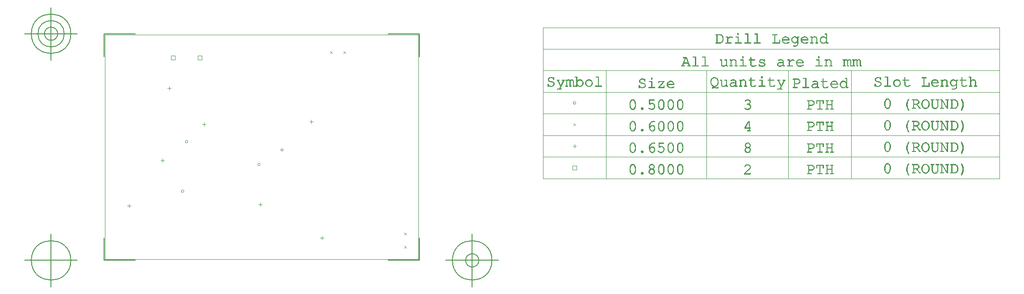
<source format=gbr>
G04 Generated by Ultiboard 14.0 *
%FSLAX34Y34*%
%MOMM*%

%ADD10C,0.0001*%
%ADD11C,0.0100*%
%ADD12C,0.0010*%
%ADD13C,0.1270*%
%ADD14C,0.1000*%


G04 ColorRGB 000000 for the following layer *
%LNDrill Symbols-Copper Top-Copper Bottom*%
%LPD*%
G54D11*
X93270Y678180D02*
X99770Y678180D01*
X96520Y674930D02*
X96520Y681430D01*
X477879Y967879D02*
X482121Y972121D01*
X477879Y972121D02*
X482121Y967879D01*
X503279Y972121D02*
X507521Y967879D01*
X503279Y967879D02*
X507521Y972121D01*
X438710Y838200D02*
X445210Y838200D01*
X441960Y834950D02*
X441960Y841450D01*
X238760Y829870D02*
X238760Y836370D01*
X235510Y833120D02*
X242010Y833120D01*
X169470Y901700D02*
X175970Y901700D01*
X172720Y898450D02*
X172720Y904950D01*
X160020Y761290D02*
X160020Y767790D01*
X156770Y764540D02*
X163270Y764540D01*
X462280Y613970D02*
X462280Y620470D01*
X459030Y617220D02*
X465530Y617220D01*
X345440Y677470D02*
X345440Y683970D01*
X342190Y680720D02*
X348690Y680720D01*
X203240Y800100D02*
G75*
D01*
G02X203240Y800100I2500J0*
G01*
X195620Y706120D02*
G75*
D01*
G02X195620Y706120I2500J0*
G01*
X340400Y756920D02*
G75*
D01*
G02X340400Y756920I2500J0*
G01*
X382830Y784860D02*
X389330Y784860D01*
X386080Y781610D02*
X386080Y788110D01*
X617879Y597879D02*
X622121Y602121D01*
X617879Y602121D02*
X622121Y597879D01*
X617879Y627521D02*
X622121Y623279D01*
X617879Y623279D02*
X622121Y627521D01*
X176000Y956000D02*
X184000Y956000D01*
X184000Y964000D01*
X176000Y964000D01*
X176000Y956000D01*
X226800Y956000D02*
X234800Y956000D01*
X234800Y964000D01*
X226800Y964000D01*
X226800Y956000D01*
X937165Y746800D02*
X945165Y746800D01*
X945165Y754800D01*
X937165Y754800D01*
X937165Y746800D01*
X937915Y791800D02*
X944415Y791800D01*
X941165Y788550D02*
X941165Y795050D01*
X939043Y834921D02*
X943286Y830679D01*
X939043Y830679D02*
X943286Y834921D01*
X938665Y873800D02*
G75*
D01*
G02X938665Y873800I2500J0*
G01*
G54D12*
G36*
X1056733Y751130D02*
X1056733Y751130D01*
X1056491Y752499D01*
X1056695Y744612D01*
X1056733Y751130D01*
D02*
G37*
X1056491Y752499D01*
X1056695Y744612D01*
X1056733Y751130D01*
G36*
X1056733Y751130D01*
X1056695Y744612D01*
X1056813Y746493D01*
X1056733Y751130D01*
D02*
G37*
X1056695Y744612D01*
X1056813Y746493D01*
X1056733Y751130D01*
G36*
X1056733Y751130D01*
X1056813Y746493D01*
X1056813Y749540D01*
X1056733Y751130D01*
D02*
G37*
X1056813Y746493D01*
X1056813Y749540D01*
X1056733Y751130D01*
G36*
X1056191Y753426D02*
X1056191Y753426D01*
X1056695Y744612D01*
X1056491Y752499D01*
X1056191Y753426D01*
D02*
G37*
X1056695Y744612D01*
X1056491Y752499D01*
X1056191Y753426D01*
G36*
X1056695Y744612D02*
X1056695Y744612D01*
X1056191Y753426D01*
X1055759Y754447D01*
X1056695Y744612D01*
D02*
G37*
X1056191Y753426D01*
X1055759Y754447D01*
X1056695Y744612D01*
G36*
X1055759Y754447D02*
X1055759Y754447D01*
X1055750Y741470D01*
X1056695Y744612D01*
X1055759Y754447D01*
D02*
G37*
X1055750Y741470D01*
X1056695Y744612D01*
X1055759Y754447D01*
G36*
X1055750Y741470D02*
X1055750Y741470D01*
X1055759Y754447D01*
X1055583Y749379D01*
X1055750Y741470D01*
D02*
G37*
X1055759Y754447D01*
X1055583Y749379D01*
X1055750Y741470D01*
G36*
X1055583Y749379D02*
X1055583Y749379D01*
X1055583Y746669D01*
X1055750Y741470D01*
X1055583Y749379D01*
D02*
G37*
X1055583Y746669D01*
X1055750Y741470D01*
X1055583Y749379D01*
G36*
X1053986Y755019D02*
X1053986Y755019D01*
X1054078Y756705D01*
X1053565Y755495D01*
X1053986Y755019D01*
D02*
G37*
X1054078Y756705D01*
X1053565Y755495D01*
X1053986Y755019D01*
G36*
X1054078Y756705D02*
X1054078Y756705D01*
X1053986Y755019D01*
X1054570Y753973D01*
X1054078Y756705D01*
D02*
G37*
X1053986Y755019D01*
X1054570Y753973D01*
X1054078Y756705D01*
G36*
X1054570Y753973D02*
X1054570Y753973D01*
X1054821Y756015D01*
X1054078Y756705D01*
X1054570Y753973D01*
D02*
G37*
X1054821Y756015D01*
X1054078Y756705D01*
X1054570Y753973D01*
G36*
X1054821Y756015D02*
X1054821Y756015D01*
X1054570Y753973D01*
X1055092Y752624D01*
X1054821Y756015D01*
D02*
G37*
X1054570Y753973D01*
X1055092Y752624D01*
X1054821Y756015D01*
G36*
X1055092Y752624D02*
X1055092Y752624D01*
X1055275Y755374D01*
X1054821Y756015D01*
X1055092Y752624D01*
D02*
G37*
X1055275Y755374D01*
X1054821Y756015D01*
X1055092Y752624D01*
G36*
X1055275Y755374D02*
X1055275Y755374D01*
X1055092Y752624D01*
X1055460Y751062D01*
X1055275Y755374D01*
D02*
G37*
X1055092Y752624D01*
X1055460Y751062D01*
X1055275Y755374D01*
G36*
X1055460Y751062D02*
X1055460Y751062D01*
X1055759Y754447D01*
X1055275Y755374D01*
X1055460Y751062D01*
D02*
G37*
X1055759Y754447D01*
X1055275Y755374D01*
X1055460Y751062D01*
G36*
X1055759Y754447D02*
X1055759Y754447D01*
X1055460Y751062D01*
X1055583Y749379D01*
X1055759Y754447D01*
D02*
G37*
X1055460Y751062D01*
X1055583Y749379D01*
X1055759Y754447D01*
G36*
X1052148Y756282D02*
X1052148Y756282D01*
X1052206Y757547D01*
X1051159Y756410D01*
X1052148Y756282D01*
D02*
G37*
X1052206Y757547D01*
X1051159Y756410D01*
X1052148Y756282D01*
G36*
X1052206Y757547D02*
X1052206Y757547D01*
X1052148Y756282D01*
X1053034Y755898D01*
X1052206Y757547D01*
D02*
G37*
X1052148Y756282D01*
X1053034Y755898D01*
X1052206Y757547D01*
G36*
X1053034Y755898D02*
X1053034Y755898D01*
X1053195Y757223D01*
X1052206Y757547D01*
X1053034Y755898D01*
D02*
G37*
X1053195Y757223D01*
X1052206Y757547D01*
X1053034Y755898D01*
G36*
X1053195Y757223D02*
X1053195Y757223D01*
X1053034Y755898D01*
X1053565Y755495D01*
X1053195Y757223D01*
D02*
G37*
X1053034Y755898D01*
X1053565Y755495D01*
X1053195Y757223D01*
G36*
X1053565Y755495D02*
X1053565Y755495D01*
X1054078Y756705D01*
X1053195Y757223D01*
X1053565Y755495D01*
D02*
G37*
X1054078Y756705D01*
X1053195Y757223D01*
X1053565Y755495D01*
G36*
X1047409Y753202D02*
X1047409Y753202D01*
X1047409Y755839D01*
X1046823Y750741D01*
X1047409Y753202D01*
D02*
G37*
X1047409Y755839D01*
X1046823Y750741D01*
X1047409Y753202D01*
G36*
X1047409Y755839D02*
X1047409Y755839D01*
X1047409Y753202D01*
X1047922Y754301D01*
X1047409Y755839D01*
D02*
G37*
X1047409Y753202D01*
X1047922Y754301D01*
X1047409Y755839D01*
G36*
X1047922Y754301D02*
X1047922Y754301D01*
X1048197Y756634D01*
X1047409Y755839D01*
X1047922Y754301D01*
D02*
G37*
X1048197Y756634D01*
X1047409Y755839D01*
X1047922Y754301D01*
G36*
X1048197Y756634D02*
X1048197Y756634D01*
X1047922Y754301D01*
X1048563Y755224D01*
X1048197Y756634D01*
D02*
G37*
X1047922Y754301D01*
X1048563Y755224D01*
X1048197Y756634D01*
G36*
X1048563Y755224D02*
X1048563Y755224D01*
X1050065Y757542D01*
X1048197Y756634D01*
X1048563Y755224D01*
D02*
G37*
X1050065Y757542D01*
X1048197Y756634D01*
X1048563Y755224D01*
G36*
X1050065Y757542D02*
X1050065Y757542D01*
X1048563Y755224D01*
X1050182Y756279D01*
X1050065Y757542D01*
D02*
G37*
X1048563Y755224D01*
X1050182Y756279D01*
X1050065Y757542D01*
G36*
X1050182Y756279D02*
X1050182Y756279D01*
X1051144Y757655D01*
X1050065Y757542D01*
X1050182Y756279D01*
D02*
G37*
X1051144Y757655D01*
X1050065Y757542D01*
X1050182Y756279D01*
G36*
X1051144Y757655D02*
X1051144Y757655D01*
X1050182Y756279D01*
X1051159Y756410D01*
X1051144Y757655D01*
D02*
G37*
X1050182Y756279D01*
X1051159Y756410D01*
X1051144Y757655D01*
G36*
X1051159Y756410D02*
X1051159Y756410D01*
X1052206Y757547D01*
X1051144Y757655D01*
X1051159Y756410D01*
D02*
G37*
X1052206Y757547D01*
X1051144Y757655D01*
X1051159Y756410D01*
G36*
X1046582Y754577D02*
X1046582Y754577D01*
X1045637Y751428D01*
X1045856Y743549D01*
X1046582Y754577D01*
D02*
G37*
X1045637Y751428D01*
X1045856Y743549D01*
X1046582Y754577D01*
G36*
X1046582Y754577D01*
X1045856Y743549D01*
X1046147Y742612D01*
X1046582Y754577D01*
D02*
G37*
X1045856Y743549D01*
X1046147Y742612D01*
X1046582Y754577D01*
G36*
X1046582Y754577D01*
X1046147Y742612D01*
X1046581Y741586D01*
X1046582Y754577D01*
D02*
G37*
X1046147Y742612D01*
X1046581Y741586D01*
X1046582Y754577D01*
G36*
X1046582Y754577D01*
X1046581Y741586D01*
X1046750Y746669D01*
X1046582Y754577D01*
D02*
G37*
X1046581Y741586D01*
X1046750Y746669D01*
X1046582Y754577D01*
G36*
X1046582Y754577D01*
X1046750Y746669D01*
X1046750Y749379D01*
X1046582Y754577D01*
D02*
G37*
X1046750Y746669D01*
X1046750Y749379D01*
X1046582Y754577D01*
G36*
X1046582Y754577D01*
X1046750Y749379D01*
X1046823Y750741D01*
X1046582Y754577D01*
D02*
G37*
X1046750Y749379D01*
X1046823Y750741D01*
X1046582Y754577D01*
G36*
X1046582Y754577D01*
X1046823Y750741D01*
X1047409Y755839D01*
X1046582Y754577D01*
D02*
G37*
X1046823Y750741D01*
X1047409Y755839D01*
X1046582Y754577D01*
G36*
X1055509Y745306D02*
X1055509Y745306D01*
X1055750Y741470D01*
X1055583Y746669D01*
X1055509Y745306D01*
D02*
G37*
X1055750Y741470D01*
X1055583Y746669D01*
X1055509Y745306D01*
G36*
X1055750Y741470D02*
X1055750Y741470D01*
X1055509Y745306D01*
X1054924Y742842D01*
X1055750Y741470D01*
D02*
G37*
X1055509Y745306D01*
X1054924Y742842D01*
X1055750Y741470D01*
G36*
X1054924Y742842D02*
X1054924Y742842D01*
X1054924Y740209D01*
X1055750Y741470D01*
X1054924Y742842D01*
D02*
G37*
X1054924Y740209D01*
X1055750Y741470D01*
X1054924Y742842D01*
G36*
X1054924Y740209D02*
X1054924Y740209D01*
X1054924Y742842D01*
X1054411Y741740D01*
X1054924Y740209D01*
D02*
G37*
X1054924Y742842D01*
X1054411Y741740D01*
X1054924Y740209D01*
G36*
X1054411Y741740D02*
X1054411Y741740D01*
X1054135Y739415D01*
X1054924Y740209D01*
X1054411Y741740D01*
D02*
G37*
X1054135Y739415D01*
X1054924Y740209D01*
X1054411Y741740D01*
G36*
X1054135Y739415D02*
X1054135Y739415D01*
X1054411Y741740D01*
X1053770Y740814D01*
X1054135Y739415D01*
D02*
G37*
X1054411Y741740D01*
X1053770Y740814D01*
X1054135Y739415D01*
G36*
X1053770Y740814D02*
X1053770Y740814D01*
X1052268Y738507D01*
X1054135Y739415D01*
X1053770Y740814D01*
D02*
G37*
X1052268Y738507D01*
X1054135Y739415D01*
X1053770Y740814D01*
G36*
X1052268Y738507D02*
X1052268Y738507D01*
X1053770Y740814D01*
X1052159Y739756D01*
X1052268Y738507D01*
D02*
G37*
X1053770Y740814D01*
X1052159Y739756D01*
X1052268Y738507D01*
G36*
X1052159Y739756D02*
X1052159Y739756D01*
X1051188Y739623D01*
X1052268Y738507D01*
X1052159Y739756D01*
D02*
G37*
X1051188Y739623D01*
X1052268Y738507D01*
X1052159Y739756D01*
G36*
X1051188Y739623D02*
X1051188Y739623D01*
X1051188Y738393D01*
X1052268Y738507D01*
X1051188Y739623D01*
D02*
G37*
X1051188Y738393D01*
X1052268Y738507D01*
X1051188Y739623D01*
G36*
X1051188Y738393D02*
X1051188Y738393D01*
X1051188Y739623D01*
X1050188Y739755D01*
X1051188Y738393D01*
D02*
G37*
X1051188Y739623D01*
X1050188Y739755D01*
X1051188Y738393D01*
G36*
X1050188Y739755D02*
X1050188Y739755D01*
X1050135Y738501D01*
X1051188Y738393D01*
X1050188Y739755D01*
D02*
G37*
X1050135Y738501D01*
X1051188Y738393D01*
X1050188Y739755D01*
G36*
X1050135Y738501D02*
X1050135Y738501D01*
X1050188Y739755D01*
X1049299Y740151D01*
X1050135Y738501D01*
D02*
G37*
X1050188Y739755D01*
X1049299Y740151D01*
X1050135Y738501D01*
G36*
X1049299Y740151D02*
X1049299Y740151D01*
X1049145Y738825D01*
X1050135Y738501D01*
X1049299Y740151D01*
D02*
G37*
X1049145Y738825D01*
X1050135Y738501D01*
X1049299Y740151D01*
G36*
X1049145Y738825D02*
X1049145Y738825D01*
X1049299Y740151D01*
X1048771Y740550D01*
X1049145Y738825D01*
D02*
G37*
X1049299Y740151D01*
X1048771Y740550D01*
X1049145Y738825D01*
G36*
X1048771Y740550D02*
X1048771Y740550D01*
X1048361Y741015D01*
X1049145Y738825D01*
X1048771Y740550D01*
D02*
G37*
X1048361Y741015D01*
X1049145Y738825D01*
X1048771Y740550D01*
G36*
X1048361Y741015D02*
X1048361Y741015D01*
X1048257Y739343D01*
X1049145Y738825D01*
X1048361Y741015D01*
D02*
G37*
X1048257Y739343D01*
X1049145Y738825D01*
X1048361Y741015D01*
G36*
X1048257Y739343D02*
X1048257Y739343D01*
X1048361Y741015D01*
X1047766Y742062D01*
X1048257Y739343D01*
D02*
G37*
X1048361Y741015D01*
X1047766Y742062D01*
X1048257Y739343D01*
G36*
X1047766Y742062D02*
X1047766Y742062D01*
X1047511Y740033D01*
X1048257Y739343D01*
X1047766Y742062D01*
D02*
G37*
X1047511Y740033D01*
X1048257Y739343D01*
X1047766Y742062D01*
G36*
X1047511Y740033D02*
X1047511Y740033D01*
X1047766Y742062D01*
X1047240Y743417D01*
X1047511Y740033D01*
D02*
G37*
X1047766Y742062D01*
X1047240Y743417D01*
X1047511Y740033D01*
G36*
X1047240Y743417D02*
X1047240Y743417D01*
X1047067Y740663D01*
X1047511Y740033D01*
X1047240Y743417D01*
D02*
G37*
X1047067Y740663D01*
X1047511Y740033D01*
X1047240Y743417D01*
G36*
X1047067Y740663D02*
X1047067Y740663D01*
X1047240Y743417D01*
X1046872Y744985D01*
X1047067Y740663D01*
D02*
G37*
X1047240Y743417D01*
X1046872Y744985D01*
X1047067Y740663D01*
G36*
X1046872Y744985D02*
X1046872Y744985D01*
X1046750Y746669D01*
X1047067Y740663D01*
X1046872Y744985D01*
D02*
G37*
X1046750Y746669D01*
X1047067Y740663D01*
X1046872Y744985D01*
G36*
X1045603Y744915D02*
X1045603Y744915D01*
X1045856Y743549D01*
X1045637Y751428D01*
X1045603Y744915D01*
D02*
G37*
X1045856Y743549D01*
X1045637Y751428D01*
X1045603Y744915D01*
G36*
X1045603Y744915D01*
X1045637Y751428D01*
X1045519Y749540D01*
X1045603Y744915D01*
D02*
G37*
X1045637Y751428D01*
X1045519Y749540D01*
X1045603Y744915D01*
G36*
X1045603Y744915D01*
X1045519Y749540D01*
X1045519Y746493D01*
X1045603Y744915D01*
D02*
G37*
X1045519Y749540D01*
X1045519Y746493D01*
X1045603Y744915D01*
G36*
X1046750Y746669D02*
X1046750Y746669D01*
X1046581Y741586D01*
X1047067Y740663D01*
X1046750Y746669D01*
D02*
G37*
X1046581Y741586D01*
X1047067Y740663D01*
X1046750Y746669D01*
G36*
X1068913Y742363D02*
X1068913Y742363D01*
X1068160Y742220D01*
X1068913Y742363D01*
D02*
G37*
X1068160Y742220D01*
X1068913Y742363D01*
G36*
X1068913Y742363D01*
X1068160Y742220D01*
X1067514Y741791D01*
X1068913Y742363D01*
D02*
G37*
X1068160Y742220D01*
X1067514Y741791D01*
X1068913Y742363D01*
G36*
X1068913Y742363D01*
X1067514Y741791D01*
X1067069Y741150D01*
X1068913Y742363D01*
D02*
G37*
X1067514Y741791D01*
X1067069Y741150D01*
X1068913Y742363D01*
G36*
X1068913Y742363D01*
X1067069Y741150D01*
X1066921Y740370D01*
X1068913Y742363D01*
D02*
G37*
X1067069Y741150D01*
X1066921Y740370D01*
X1068913Y742363D01*
G36*
X1068913Y742363D01*
X1066921Y740370D01*
X1067067Y739610D01*
X1068913Y742363D01*
D02*
G37*
X1066921Y740370D01*
X1067067Y739610D01*
X1068913Y742363D01*
G36*
X1068913Y742363D01*
X1067067Y739610D01*
X1067507Y738971D01*
X1068913Y742363D01*
D02*
G37*
X1067067Y739610D01*
X1067507Y738971D01*
X1068913Y742363D01*
G36*
X1068913Y742363D01*
X1067507Y738971D01*
X1068151Y738538D01*
X1068913Y742363D01*
D02*
G37*
X1067507Y738971D01*
X1068151Y738538D01*
X1068913Y742363D01*
G36*
X1068913Y742363D01*
X1068151Y738538D01*
X1068913Y738393D01*
X1068913Y742363D01*
D02*
G37*
X1068151Y738538D01*
X1068913Y738393D01*
X1068913Y742363D01*
G36*
X1068913Y742363D01*
X1068913Y738393D01*
X1069440Y738393D01*
X1068913Y742363D01*
D02*
G37*
X1068913Y738393D01*
X1069440Y738393D01*
X1068913Y742363D01*
G36*
X1068913Y742363D01*
X1069440Y738393D01*
X1070193Y738536D01*
X1068913Y742363D01*
D02*
G37*
X1069440Y738393D01*
X1070193Y738536D01*
X1068913Y742363D01*
G36*
X1068913Y742363D01*
X1070193Y738536D01*
X1070839Y738964D01*
X1068913Y742363D01*
D02*
G37*
X1070193Y738536D01*
X1070839Y738964D01*
X1068913Y742363D01*
G36*
X1068913Y742363D01*
X1070839Y738964D01*
X1071284Y739605D01*
X1068913Y742363D01*
D02*
G37*
X1070839Y738964D01*
X1071284Y739605D01*
X1068913Y742363D01*
G36*
X1068913Y742363D01*
X1071284Y739605D01*
X1071432Y740385D01*
X1068913Y742363D01*
D02*
G37*
X1071284Y739605D01*
X1071432Y740385D01*
X1068913Y742363D01*
G36*
X1068913Y742363D01*
X1071432Y740385D01*
X1071286Y741145D01*
X1068913Y742363D01*
D02*
G37*
X1071432Y740385D01*
X1071286Y741145D01*
X1068913Y742363D01*
G36*
X1068913Y742363D01*
X1071286Y741145D01*
X1070846Y741784D01*
X1068913Y742363D01*
D02*
G37*
X1071286Y741145D01*
X1070846Y741784D01*
X1068913Y742363D01*
G36*
X1068913Y742363D01*
X1070846Y741784D01*
X1070202Y742218D01*
X1068913Y742363D01*
D02*
G37*
X1070846Y741784D01*
X1070202Y742218D01*
X1068913Y742363D01*
G36*
X1068913Y742363D01*
X1070202Y742218D01*
X1069440Y742363D01*
X1068913Y742363D01*
D02*
G37*
X1070202Y742218D01*
X1069440Y742363D01*
X1068913Y742363D01*
G36*
X1090058Y755275D02*
X1090058Y755275D01*
X1090127Y756803D01*
X1089435Y755772D01*
X1090058Y755275D01*
D02*
G37*
X1090127Y756803D01*
X1089435Y755772D01*
X1090058Y755275D01*
G36*
X1090127Y756803D02*
X1090127Y756803D01*
X1090058Y755275D01*
X1090574Y754680D01*
X1090127Y756803D01*
D02*
G37*
X1090058Y755275D01*
X1090574Y754680D01*
X1090127Y756803D01*
G36*
X1090574Y754680D02*
X1090574Y754680D01*
X1090944Y756139D01*
X1090127Y756803D01*
X1090574Y754680D01*
D02*
G37*
X1090944Y756139D01*
X1090127Y756803D01*
X1090574Y754680D01*
G36*
X1090944Y756139D02*
X1090944Y756139D01*
X1090574Y754680D01*
X1091163Y753321D01*
X1090944Y756139D01*
D02*
G37*
X1090574Y754680D01*
X1091163Y753321D01*
X1090944Y756139D01*
G36*
X1091163Y753321D02*
X1091163Y753321D01*
X1091623Y755350D01*
X1090944Y756139D01*
X1091163Y753321D01*
D02*
G37*
X1091623Y755350D01*
X1090944Y756139D01*
X1091163Y753321D01*
G36*
X1091623Y755350D02*
X1091623Y755350D01*
X1091163Y753321D01*
X1091237Y752558D01*
X1091623Y755350D01*
D02*
G37*
X1091163Y753321D01*
X1091237Y752558D01*
X1091623Y755350D01*
G36*
X1091237Y752558D02*
X1091237Y752558D01*
X1091647Y749994D01*
X1091623Y755350D01*
X1091237Y752558D01*
D02*
G37*
X1091647Y749994D01*
X1091623Y755350D01*
X1091237Y752558D01*
G36*
X1091647Y749994D02*
X1091647Y749994D01*
X1091237Y752558D01*
X1091164Y751869D01*
X1091647Y749994D01*
D02*
G37*
X1091237Y752558D01*
X1091164Y751869D01*
X1091647Y749994D01*
G36*
X1091164Y751869D02*
X1091164Y751869D01*
X1090860Y749163D01*
X1091647Y749994D01*
X1091164Y751869D01*
D02*
G37*
X1090860Y749163D01*
X1091647Y749994D01*
X1091164Y751869D01*
G36*
X1090860Y749163D02*
X1090860Y749163D01*
X1091164Y751869D01*
X1090582Y750620D01*
X1090860Y749163D01*
D02*
G37*
X1091164Y751869D01*
X1090582Y750620D01*
X1090860Y749163D01*
G36*
X1090582Y750620D02*
X1090582Y750620D01*
X1090072Y750060D01*
X1090860Y749163D01*
X1090582Y750620D01*
D02*
G37*
X1090072Y750060D01*
X1090860Y749163D01*
X1090582Y750620D01*
G36*
X1087165Y756410D02*
X1087165Y756410D01*
X1087179Y757655D01*
X1086348Y756339D01*
X1087165Y756410D01*
D02*
G37*
X1087179Y757655D01*
X1086348Y756339D01*
X1087165Y756410D01*
G36*
X1087179Y757655D02*
X1087179Y757655D01*
X1087165Y756410D01*
X1087988Y756339D01*
X1087179Y757655D01*
D02*
G37*
X1087165Y756410D01*
X1087988Y756339D01*
X1087179Y757655D01*
G36*
X1087988Y756339D02*
X1087988Y756339D01*
X1088244Y757561D01*
X1087179Y757655D01*
X1087988Y756339D01*
D02*
G37*
X1088244Y757561D01*
X1087179Y757655D01*
X1087988Y756339D01*
G36*
X1088244Y757561D02*
X1088244Y757561D01*
X1087988Y756339D01*
X1089435Y755772D01*
X1088244Y757561D01*
D02*
G37*
X1087988Y756339D01*
X1089435Y755772D01*
X1088244Y757561D01*
G36*
X1089435Y755772D02*
X1089435Y755772D01*
X1090127Y756803D01*
X1088244Y757561D01*
X1089435Y755772D01*
D02*
G37*
X1090127Y756803D01*
X1088244Y757561D01*
X1089435Y755772D01*
G36*
X1086121Y757561D02*
X1086121Y757561D01*
X1084242Y756803D01*
X1084286Y755268D01*
X1086121Y757561D01*
D02*
G37*
X1084242Y756803D01*
X1084286Y755268D01*
X1086121Y757561D01*
G36*
X1086121Y757561D01*
X1084286Y755268D01*
X1084908Y755768D01*
X1086121Y757561D01*
D02*
G37*
X1084286Y755268D01*
X1084908Y755768D01*
X1086121Y757561D01*
G36*
X1086121Y757561D01*
X1084908Y755768D01*
X1086348Y756339D01*
X1086121Y757561D01*
D02*
G37*
X1084908Y755768D01*
X1086348Y756339D01*
X1086121Y757561D01*
G36*
X1086121Y757561D01*
X1086348Y756339D01*
X1087179Y757655D01*
X1086121Y757561D01*
D02*
G37*
X1086348Y756339D01*
X1087179Y757655D01*
X1086121Y757561D01*
G36*
X1083181Y753323D02*
X1083181Y753323D01*
X1083422Y756139D01*
X1083107Y752572D01*
X1083181Y753323D01*
D02*
G37*
X1083422Y756139D01*
X1083107Y752572D01*
X1083181Y753323D01*
G36*
X1083422Y756139D02*
X1083422Y756139D01*
X1083181Y753323D01*
X1083770Y754671D01*
X1083422Y756139D01*
D02*
G37*
X1083181Y753323D01*
X1083770Y754671D01*
X1083422Y756139D01*
G36*
X1083770Y754671D02*
X1083770Y754671D01*
X1084242Y756803D01*
X1083422Y756139D01*
X1083770Y754671D01*
D02*
G37*
X1084242Y756803D01*
X1083422Y756139D01*
X1083770Y754671D01*
G36*
X1084242Y756803D02*
X1084242Y756803D01*
X1083770Y754671D01*
X1084286Y755268D01*
X1084242Y756803D01*
D02*
G37*
X1083770Y754671D01*
X1084286Y755268D01*
X1084242Y756803D01*
G36*
X1084272Y750060D02*
X1084272Y750060D01*
X1084675Y748368D01*
X1084889Y749589D01*
X1084272Y750060D01*
D02*
G37*
X1084675Y748368D01*
X1084889Y749589D01*
X1084272Y750060D01*
G36*
X1084675Y748368D02*
X1084675Y748368D01*
X1084272Y750060D01*
X1083762Y750621D01*
X1084675Y748368D01*
D02*
G37*
X1084272Y750060D01*
X1083762Y750621D01*
X1084675Y748368D01*
G36*
X1083762Y750621D02*
X1083762Y750621D01*
X1083510Y749159D01*
X1084675Y748368D01*
X1083762Y750621D01*
D02*
G37*
X1083510Y749159D01*
X1084675Y748368D01*
X1083762Y750621D01*
G36*
X1083510Y749159D02*
X1083510Y749159D01*
X1083762Y750621D01*
X1083180Y751877D01*
X1083510Y749159D01*
D02*
G37*
X1083762Y750621D01*
X1083180Y751877D01*
X1083510Y749159D01*
G36*
X1083180Y751877D02*
X1083180Y751877D01*
X1082740Y755350D01*
X1083510Y749159D01*
X1083180Y751877D01*
D02*
G37*
X1082740Y755350D01*
X1083510Y749159D01*
X1083180Y751877D01*
G36*
X1082740Y755350D02*
X1082740Y755350D01*
X1083180Y751877D01*
X1083107Y752572D01*
X1082740Y755350D01*
D02*
G37*
X1083180Y751877D01*
X1083107Y752572D01*
X1082740Y755350D01*
G36*
X1083107Y752572D02*
X1083107Y752572D01*
X1083422Y756139D01*
X1082740Y755350D01*
X1083107Y752572D01*
D02*
G37*
X1083422Y756139D01*
X1082740Y755350D01*
X1083107Y752572D01*
G36*
X1092400Y753581D02*
X1092400Y753581D01*
X1091623Y755350D01*
X1091647Y749994D01*
X1092400Y753581D01*
D02*
G37*
X1091623Y755350D01*
X1091647Y749994D01*
X1092400Y753581D01*
G36*
X1092400Y753581D01*
X1091647Y749994D01*
X1092284Y751232D01*
X1092400Y753581D01*
D02*
G37*
X1091647Y749994D01*
X1092284Y751232D01*
X1092400Y753581D01*
G36*
X1092400Y753581D01*
X1092284Y751232D01*
X1092497Y752602D01*
X1092400Y753581D01*
D02*
G37*
X1092284Y751232D01*
X1092497Y752602D01*
X1092400Y753581D01*
G36*
X1089699Y748368D02*
X1089699Y748368D01*
X1090860Y749163D01*
X1090072Y750060D01*
X1089699Y748368D01*
D02*
G37*
X1090860Y749163D01*
X1090072Y750060D01*
X1089699Y748368D01*
G36*
X1089699Y748368D01*
X1090072Y750060D01*
X1089454Y749589D01*
X1089699Y748368D01*
D02*
G37*
X1090072Y750060D01*
X1089454Y749589D01*
X1089699Y748368D01*
G36*
X1089699Y748368D01*
X1089454Y749589D01*
X1089646Y747092D01*
X1089699Y748368D01*
D02*
G37*
X1089454Y749589D01*
X1089646Y747092D01*
X1089699Y748368D01*
G36*
X1089699Y748368D01*
X1089646Y747092D01*
X1090314Y746567D01*
X1089699Y748368D01*
D02*
G37*
X1089646Y747092D01*
X1090314Y746567D01*
X1089699Y748368D01*
G36*
X1089699Y748368D01*
X1090314Y746567D01*
X1091048Y747502D01*
X1089699Y748368D01*
D02*
G37*
X1090314Y746567D01*
X1091048Y747502D01*
X1089699Y748368D01*
G36*
X1089454Y749589D02*
X1089454Y749589D01*
X1088078Y747693D01*
X1089646Y747092D01*
X1089454Y749589D01*
D02*
G37*
X1088078Y747693D01*
X1089646Y747092D01*
X1089454Y749589D01*
G36*
X1088078Y747693D02*
X1088078Y747693D01*
X1089454Y749589D01*
X1088000Y749051D01*
X1088078Y747693D01*
D02*
G37*
X1089454Y749589D01*
X1088000Y749051D01*
X1088078Y747693D01*
G36*
X1088000Y749051D02*
X1088000Y749051D01*
X1087179Y747768D01*
X1088078Y747693D01*
X1088000Y749051D01*
D02*
G37*
X1087179Y747768D01*
X1088078Y747693D01*
X1088000Y749051D01*
G36*
X1087179Y747768D02*
X1087179Y747768D01*
X1088000Y749051D01*
X1087165Y748984D01*
X1087179Y747768D01*
D02*
G37*
X1088000Y749051D01*
X1087165Y748984D01*
X1087179Y747768D01*
G36*
X1087165Y748984D02*
X1087165Y748984D01*
X1086336Y749051D01*
X1087179Y747768D01*
X1087165Y748984D01*
D02*
G37*
X1086336Y749051D01*
X1087179Y747768D01*
X1087165Y748984D01*
G36*
X1084045Y746567D02*
X1084045Y746567D01*
X1084675Y748368D01*
X1083494Y745940D01*
X1084045Y746567D01*
D02*
G37*
X1084675Y748368D01*
X1083494Y745940D01*
X1084045Y746567D01*
G36*
X1084675Y748368D02*
X1084675Y748368D01*
X1084045Y746567D01*
X1084713Y747092D01*
X1084675Y748368D01*
D02*
G37*
X1084045Y746567D01*
X1084713Y747092D01*
X1084675Y748368D01*
G36*
X1084713Y747092D02*
X1084713Y747092D01*
X1084889Y749589D01*
X1084675Y748368D01*
X1084713Y747092D01*
D02*
G37*
X1084889Y749589D01*
X1084675Y748368D01*
X1084713Y747092D01*
G36*
X1084889Y749589D02*
X1084889Y749589D01*
X1084713Y747092D01*
X1086280Y747693D01*
X1084889Y749589D01*
D02*
G37*
X1084713Y747092D01*
X1086280Y747693D01*
X1084889Y749589D01*
G36*
X1086280Y747693D02*
X1086280Y747693D01*
X1086336Y749051D01*
X1084889Y749589D01*
X1086280Y747693D01*
D02*
G37*
X1086336Y749051D01*
X1084889Y749589D01*
X1086280Y747693D01*
G36*
X1086336Y749051D02*
X1086336Y749051D01*
X1086280Y747693D01*
X1087179Y747768D01*
X1086336Y749051D01*
D02*
G37*
X1086280Y747693D01*
X1087179Y747768D01*
X1086336Y749051D01*
G36*
X1082740Y755350D02*
X1082740Y755350D01*
X1081960Y753581D01*
X1082074Y751228D01*
X1082740Y755350D01*
D02*
G37*
X1081960Y753581D01*
X1082074Y751228D01*
X1082740Y755350D01*
G36*
X1082740Y755350D01*
X1082074Y751228D01*
X1082712Y749980D01*
X1082740Y755350D01*
D02*
G37*
X1082074Y751228D01*
X1082712Y749980D01*
X1082740Y755350D01*
G36*
X1082740Y755350D01*
X1082712Y749980D01*
X1083510Y749159D01*
X1082740Y755350D01*
D02*
G37*
X1082712Y749980D01*
X1083510Y749159D01*
X1082740Y755350D01*
G36*
X1092608Y745129D02*
X1092608Y745129D01*
X1092702Y742714D01*
X1092804Y743769D01*
X1092608Y745129D01*
D02*
G37*
X1092702Y742714D01*
X1092804Y743769D01*
X1092608Y745129D01*
G36*
X1092702Y742714D02*
X1092702Y742714D01*
X1092608Y745129D01*
X1092021Y746398D01*
X1092702Y742714D01*
D02*
G37*
X1092608Y745129D01*
X1092021Y746398D01*
X1092702Y742714D01*
G36*
X1092021Y746398D02*
X1092021Y746398D01*
X1091882Y740824D01*
X1092702Y742714D01*
X1092021Y746398D01*
D02*
G37*
X1091882Y740824D01*
X1092702Y742714D01*
X1092021Y746398D01*
G36*
X1091882Y740824D02*
X1091882Y740824D01*
X1092021Y746398D01*
X1091574Y743739D01*
X1091882Y740824D01*
D02*
G37*
X1092021Y746398D01*
X1091574Y743739D01*
X1091882Y740824D01*
G36*
X1091574Y743739D02*
X1091574Y743739D01*
X1091495Y742938D01*
X1091882Y740824D01*
X1091574Y743739D01*
D02*
G37*
X1091495Y742938D01*
X1091882Y740824D01*
X1091574Y743739D01*
G36*
X1090865Y745939D02*
X1090865Y745939D01*
X1091048Y747502D01*
X1090314Y746567D01*
X1090865Y745939D01*
D02*
G37*
X1091048Y747502D01*
X1090314Y746567D01*
X1090865Y745939D01*
G36*
X1091048Y747502D02*
X1091048Y747502D01*
X1090865Y745939D01*
X1091495Y744526D01*
X1091048Y747502D01*
D02*
G37*
X1090865Y745939D01*
X1091495Y744526D01*
X1091048Y747502D01*
G36*
X1091495Y744526D02*
X1091495Y744526D01*
X1092021Y746398D01*
X1091048Y747502D01*
X1091495Y744526D01*
D02*
G37*
X1092021Y746398D01*
X1091048Y747502D01*
X1091495Y744526D01*
G36*
X1092021Y746398D02*
X1092021Y746398D01*
X1091495Y744526D01*
X1091574Y743739D01*
X1092021Y746398D01*
D02*
G37*
X1091495Y744526D01*
X1091574Y743739D01*
X1092021Y746398D01*
G36*
X1091164Y739989D02*
X1091164Y739989D01*
X1091882Y740824D01*
X1091495Y742938D01*
X1091164Y739989D01*
D02*
G37*
X1091882Y740824D01*
X1091495Y742938D01*
X1091164Y739989D01*
G36*
X1091164Y739989D01*
X1091495Y742938D01*
X1090861Y741495D01*
X1091164Y739989D01*
D02*
G37*
X1091495Y742938D01*
X1090861Y741495D01*
X1091164Y739989D01*
G36*
X1091164Y739989D01*
X1090861Y741495D01*
X1090307Y740854D01*
X1091164Y739989D01*
D02*
G37*
X1090861Y741495D01*
X1090307Y740854D01*
X1091164Y739989D01*
G36*
X1091164Y739989D01*
X1090307Y740854D01*
X1090300Y739291D01*
X1091164Y739989D01*
D02*
G37*
X1090307Y740854D01*
X1090300Y739291D01*
X1091164Y739989D01*
G36*
X1089636Y740315D02*
X1089636Y740315D01*
X1088073Y739700D01*
X1088307Y738493D01*
X1089636Y740315D01*
D02*
G37*
X1088073Y739700D01*
X1088307Y738493D01*
X1089636Y740315D01*
G36*
X1089636Y740315D01*
X1088307Y738493D01*
X1090300Y739291D01*
X1089636Y740315D01*
D02*
G37*
X1088307Y738493D01*
X1090300Y739291D01*
X1089636Y740315D01*
G36*
X1089636Y740315D01*
X1090300Y739291D01*
X1090307Y740854D01*
X1089636Y740315D01*
D02*
G37*
X1090300Y739291D01*
X1090307Y740854D01*
X1089636Y740315D01*
G36*
X1084059Y739291D02*
X1084059Y739291D01*
X1084723Y740315D01*
X1084052Y740854D01*
X1084059Y739291D01*
D02*
G37*
X1084723Y740315D01*
X1084052Y740854D01*
X1084059Y739291D01*
G36*
X1084723Y740315D02*
X1084723Y740315D01*
X1084059Y739291D01*
X1086051Y738493D01*
X1084723Y740315D01*
D02*
G37*
X1084059Y739291D01*
X1086051Y738493D01*
X1084723Y740315D01*
G36*
X1086051Y738493D02*
X1086051Y738493D01*
X1086286Y739700D01*
X1084723Y740315D01*
X1086051Y738493D01*
D02*
G37*
X1086286Y739700D01*
X1084723Y740315D01*
X1086051Y738493D01*
G36*
X1086286Y739700D02*
X1086286Y739700D01*
X1086051Y738493D01*
X1087179Y738393D01*
X1086286Y739700D01*
D02*
G37*
X1086051Y738493D01*
X1087179Y738393D01*
X1086286Y739700D01*
G36*
X1087179Y738393D02*
X1087179Y738393D01*
X1087179Y739623D01*
X1086286Y739700D01*
X1087179Y738393D01*
D02*
G37*
X1087179Y739623D01*
X1086286Y739700D01*
X1087179Y738393D01*
G36*
X1087179Y739623D02*
X1087179Y739623D01*
X1087179Y738393D01*
X1088307Y738493D01*
X1087179Y739623D01*
D02*
G37*
X1087179Y738393D01*
X1088307Y738493D01*
X1087179Y739623D01*
G36*
X1088307Y738493D02*
X1088307Y738493D01*
X1088073Y739700D01*
X1087179Y739623D01*
X1088307Y738493D01*
D02*
G37*
X1088073Y739700D01*
X1087179Y739623D01*
X1088307Y738493D01*
G36*
X1082477Y740824D02*
X1082477Y740824D01*
X1082864Y742947D01*
X1082785Y743754D01*
X1082477Y740824D01*
D02*
G37*
X1082864Y742947D01*
X1082785Y743754D01*
X1082477Y740824D01*
G36*
X1082864Y742947D02*
X1082864Y742947D01*
X1082477Y740824D01*
X1083195Y739989D01*
X1082864Y742947D01*
D02*
G37*
X1082477Y740824D01*
X1083195Y739989D01*
X1082864Y742947D01*
G36*
X1083195Y739989D02*
X1083195Y739989D01*
X1083498Y741496D01*
X1082864Y742947D01*
X1083195Y739989D01*
D02*
G37*
X1083498Y741496D01*
X1082864Y742947D01*
X1083195Y739989D01*
G36*
X1083498Y741496D02*
X1083498Y741496D01*
X1083195Y739989D01*
X1084059Y739291D01*
X1083498Y741496D01*
D02*
G37*
X1083195Y739989D01*
X1084059Y739291D01*
X1083498Y741496D01*
G36*
X1084059Y739291D02*
X1084059Y739291D01*
X1084052Y740854D01*
X1083498Y741496D01*
X1084059Y739291D01*
D02*
G37*
X1084052Y740854D01*
X1083498Y741496D01*
X1084059Y739291D01*
G36*
X1081657Y742714D02*
X1081657Y742714D01*
X1081750Y745118D01*
X1081554Y743769D01*
X1081657Y742714D01*
D02*
G37*
X1081750Y745118D01*
X1081554Y743769D01*
X1081657Y742714D01*
G36*
X1081750Y745118D02*
X1081750Y745118D01*
X1081657Y742714D01*
X1082477Y740824D01*
X1081750Y745118D01*
D02*
G37*
X1081657Y742714D01*
X1082477Y740824D01*
X1081750Y745118D01*
G36*
X1082477Y740824D02*
X1082477Y740824D01*
X1082338Y746383D01*
X1081750Y745118D01*
X1082477Y740824D01*
D02*
G37*
X1082338Y746383D01*
X1081750Y745118D01*
X1082477Y740824D01*
G36*
X1082338Y746383D02*
X1082338Y746383D01*
X1082477Y740824D01*
X1082864Y744534D01*
X1082338Y746383D01*
D02*
G37*
X1082477Y740824D01*
X1082864Y744534D01*
X1082338Y746383D01*
G36*
X1082864Y744534D02*
X1082864Y744534D01*
X1083314Y747491D01*
X1082338Y746383D01*
X1082864Y744534D01*
D02*
G37*
X1083314Y747491D01*
X1082338Y746383D01*
X1082864Y744534D01*
G36*
X1083314Y747491D02*
X1083314Y747491D01*
X1082864Y744534D01*
X1083494Y745940D01*
X1083314Y747491D01*
D02*
G37*
X1082864Y744534D01*
X1083494Y745940D01*
X1083314Y747491D01*
G36*
X1083494Y745940D02*
X1083494Y745940D01*
X1084675Y748368D01*
X1083314Y747491D01*
X1083494Y745940D01*
D02*
G37*
X1084675Y748368D01*
X1083314Y747491D01*
X1083494Y745940D01*
G36*
X1082864Y744534D02*
X1082864Y744534D01*
X1082477Y740824D01*
X1082785Y743754D01*
X1082864Y744534D01*
D02*
G37*
X1082477Y740824D01*
X1082785Y743754D01*
X1082864Y744534D01*
G36*
X1082074Y751228D02*
X1082074Y751228D01*
X1081960Y753581D01*
X1081862Y752602D01*
X1082074Y751228D01*
D02*
G37*
X1081960Y753581D01*
X1081862Y752602D01*
X1082074Y751228D01*
G36*
X1110741Y751130D02*
X1110741Y751130D01*
X1110500Y752499D01*
X1110704Y744612D01*
X1110741Y751130D01*
D02*
G37*
X1110500Y752499D01*
X1110704Y744612D01*
X1110741Y751130D01*
G36*
X1110741Y751130D01*
X1110704Y744612D01*
X1110822Y746493D01*
X1110741Y751130D01*
D02*
G37*
X1110704Y744612D01*
X1110822Y746493D01*
X1110741Y751130D01*
G36*
X1110741Y751130D01*
X1110822Y746493D01*
X1110822Y749540D01*
X1110741Y751130D01*
D02*
G37*
X1110822Y746493D01*
X1110822Y749540D01*
X1110741Y751130D01*
G36*
X1110199Y753426D02*
X1110199Y753426D01*
X1110704Y744612D01*
X1110500Y752499D01*
X1110199Y753426D01*
D02*
G37*
X1110704Y744612D01*
X1110500Y752499D01*
X1110199Y753426D01*
G36*
X1110704Y744612D02*
X1110704Y744612D01*
X1110199Y753426D01*
X1109767Y754447D01*
X1110704Y744612D01*
D02*
G37*
X1110199Y753426D01*
X1109767Y754447D01*
X1110704Y744612D01*
G36*
X1109767Y754447D02*
X1109767Y754447D01*
X1109759Y741470D01*
X1110704Y744612D01*
X1109767Y754447D01*
D02*
G37*
X1109759Y741470D01*
X1110704Y744612D01*
X1109767Y754447D01*
G36*
X1109759Y741470D02*
X1109759Y741470D01*
X1109767Y754447D01*
X1109592Y749379D01*
X1109759Y741470D01*
D02*
G37*
X1109767Y754447D01*
X1109592Y749379D01*
X1109759Y741470D01*
G36*
X1109592Y749379D02*
X1109592Y749379D01*
X1109592Y746669D01*
X1109759Y741470D01*
X1109592Y749379D01*
D02*
G37*
X1109592Y746669D01*
X1109759Y741470D01*
X1109592Y749379D01*
G36*
X1107995Y755019D02*
X1107995Y755019D01*
X1108086Y756705D01*
X1107574Y755495D01*
X1107995Y755019D01*
D02*
G37*
X1108086Y756705D01*
X1107574Y755495D01*
X1107995Y755019D01*
G36*
X1108086Y756705D02*
X1108086Y756705D01*
X1107995Y755019D01*
X1108579Y753973D01*
X1108086Y756705D01*
D02*
G37*
X1107995Y755019D01*
X1108579Y753973D01*
X1108086Y756705D01*
G36*
X1108579Y753973D02*
X1108579Y753973D01*
X1108830Y756015D01*
X1108086Y756705D01*
X1108579Y753973D01*
D02*
G37*
X1108830Y756015D01*
X1108086Y756705D01*
X1108579Y753973D01*
G36*
X1108830Y756015D02*
X1108830Y756015D01*
X1108579Y753973D01*
X1109101Y752624D01*
X1108830Y756015D01*
D02*
G37*
X1108579Y753973D01*
X1109101Y752624D01*
X1108830Y756015D01*
G36*
X1109101Y752624D02*
X1109101Y752624D01*
X1109284Y755374D01*
X1108830Y756015D01*
X1109101Y752624D01*
D02*
G37*
X1109284Y755374D01*
X1108830Y756015D01*
X1109101Y752624D01*
G36*
X1109284Y755374D02*
X1109284Y755374D01*
X1109101Y752624D01*
X1109469Y751062D01*
X1109284Y755374D01*
D02*
G37*
X1109101Y752624D01*
X1109469Y751062D01*
X1109284Y755374D01*
G36*
X1109469Y751062D02*
X1109469Y751062D01*
X1109767Y754447D01*
X1109284Y755374D01*
X1109469Y751062D01*
D02*
G37*
X1109767Y754447D01*
X1109284Y755374D01*
X1109469Y751062D01*
G36*
X1109767Y754447D02*
X1109767Y754447D01*
X1109469Y751062D01*
X1109592Y749379D01*
X1109767Y754447D01*
D02*
G37*
X1109469Y751062D01*
X1109592Y749379D01*
X1109767Y754447D01*
G36*
X1106156Y756282D02*
X1106156Y756282D01*
X1106215Y757547D01*
X1105168Y756410D01*
X1106156Y756282D01*
D02*
G37*
X1106215Y757547D01*
X1105168Y756410D01*
X1106156Y756282D01*
G36*
X1106215Y757547D02*
X1106215Y757547D01*
X1106156Y756282D01*
X1107043Y755898D01*
X1106215Y757547D01*
D02*
G37*
X1106156Y756282D01*
X1107043Y755898D01*
X1106215Y757547D01*
G36*
X1107043Y755898D02*
X1107043Y755898D01*
X1107204Y757223D01*
X1106215Y757547D01*
X1107043Y755898D01*
D02*
G37*
X1107204Y757223D01*
X1106215Y757547D01*
X1107043Y755898D01*
G36*
X1107204Y757223D02*
X1107204Y757223D01*
X1107043Y755898D01*
X1107574Y755495D01*
X1107204Y757223D01*
D02*
G37*
X1107043Y755898D01*
X1107574Y755495D01*
X1107204Y757223D01*
G36*
X1107574Y755495D02*
X1107574Y755495D01*
X1108086Y756705D01*
X1107204Y757223D01*
X1107574Y755495D01*
D02*
G37*
X1108086Y756705D01*
X1107204Y757223D01*
X1107574Y755495D01*
G36*
X1101418Y753202D02*
X1101418Y753202D01*
X1101418Y755839D01*
X1100832Y750741D01*
X1101418Y753202D01*
D02*
G37*
X1101418Y755839D01*
X1100832Y750741D01*
X1101418Y753202D01*
G36*
X1101418Y755839D02*
X1101418Y755839D01*
X1101418Y753202D01*
X1101930Y754301D01*
X1101418Y755839D01*
D02*
G37*
X1101418Y753202D01*
X1101930Y754301D01*
X1101418Y755839D01*
G36*
X1101930Y754301D02*
X1101930Y754301D01*
X1102206Y756634D01*
X1101418Y755839D01*
X1101930Y754301D01*
D02*
G37*
X1102206Y756634D01*
X1101418Y755839D01*
X1101930Y754301D01*
G36*
X1102206Y756634D02*
X1102206Y756634D01*
X1101930Y754301D01*
X1102572Y755224D01*
X1102206Y756634D01*
D02*
G37*
X1101930Y754301D01*
X1102572Y755224D01*
X1102206Y756634D01*
G36*
X1102572Y755224D02*
X1102572Y755224D01*
X1104074Y757542D01*
X1102206Y756634D01*
X1102572Y755224D01*
D02*
G37*
X1104074Y757542D01*
X1102206Y756634D01*
X1102572Y755224D01*
G36*
X1104074Y757542D02*
X1104074Y757542D01*
X1102572Y755224D01*
X1104191Y756279D01*
X1104074Y757542D01*
D02*
G37*
X1102572Y755224D01*
X1104191Y756279D01*
X1104074Y757542D01*
G36*
X1104191Y756279D02*
X1104191Y756279D01*
X1105153Y757655D01*
X1104074Y757542D01*
X1104191Y756279D01*
D02*
G37*
X1105153Y757655D01*
X1104074Y757542D01*
X1104191Y756279D01*
G36*
X1105153Y757655D02*
X1105153Y757655D01*
X1104191Y756279D01*
X1105168Y756410D01*
X1105153Y757655D01*
D02*
G37*
X1104191Y756279D01*
X1105168Y756410D01*
X1105153Y757655D01*
G36*
X1105168Y756410D02*
X1105168Y756410D01*
X1106215Y757547D01*
X1105153Y757655D01*
X1105168Y756410D01*
D02*
G37*
X1106215Y757547D01*
X1105153Y757655D01*
X1105168Y756410D01*
G36*
X1100591Y754577D02*
X1100591Y754577D01*
X1099646Y751428D01*
X1099865Y743549D01*
X1100591Y754577D01*
D02*
G37*
X1099646Y751428D01*
X1099865Y743549D01*
X1100591Y754577D01*
G36*
X1100591Y754577D01*
X1099865Y743549D01*
X1100156Y742612D01*
X1100591Y754577D01*
D02*
G37*
X1099865Y743549D01*
X1100156Y742612D01*
X1100591Y754577D01*
G36*
X1100591Y754577D01*
X1100156Y742612D01*
X1100590Y741586D01*
X1100591Y754577D01*
D02*
G37*
X1100156Y742612D01*
X1100590Y741586D01*
X1100591Y754577D01*
G36*
X1100591Y754577D01*
X1100590Y741586D01*
X1100759Y746669D01*
X1100591Y754577D01*
D02*
G37*
X1100590Y741586D01*
X1100759Y746669D01*
X1100591Y754577D01*
G36*
X1100591Y754577D01*
X1100759Y746669D01*
X1100759Y749379D01*
X1100591Y754577D01*
D02*
G37*
X1100759Y746669D01*
X1100759Y749379D01*
X1100591Y754577D01*
G36*
X1100591Y754577D01*
X1100759Y749379D01*
X1100832Y750741D01*
X1100591Y754577D01*
D02*
G37*
X1100759Y749379D01*
X1100832Y750741D01*
X1100591Y754577D01*
G36*
X1100591Y754577D01*
X1100832Y750741D01*
X1101418Y755839D01*
X1100591Y754577D01*
D02*
G37*
X1100832Y750741D01*
X1101418Y755839D01*
X1100591Y754577D01*
G36*
X1109518Y745306D02*
X1109518Y745306D01*
X1109759Y741470D01*
X1109592Y746669D01*
X1109518Y745306D01*
D02*
G37*
X1109759Y741470D01*
X1109592Y746669D01*
X1109518Y745306D01*
G36*
X1109759Y741470D02*
X1109759Y741470D01*
X1109518Y745306D01*
X1108932Y742842D01*
X1109759Y741470D01*
D02*
G37*
X1109518Y745306D01*
X1108932Y742842D01*
X1109759Y741470D01*
G36*
X1108932Y742842D02*
X1108932Y742842D01*
X1108932Y740209D01*
X1109759Y741470D01*
X1108932Y742842D01*
D02*
G37*
X1108932Y740209D01*
X1109759Y741470D01*
X1108932Y742842D01*
G36*
X1108932Y740209D02*
X1108932Y740209D01*
X1108932Y742842D01*
X1108420Y741740D01*
X1108932Y740209D01*
D02*
G37*
X1108932Y742842D01*
X1108420Y741740D01*
X1108932Y740209D01*
G36*
X1108420Y741740D02*
X1108420Y741740D01*
X1108144Y739415D01*
X1108932Y740209D01*
X1108420Y741740D01*
D02*
G37*
X1108144Y739415D01*
X1108932Y740209D01*
X1108420Y741740D01*
G36*
X1108144Y739415D02*
X1108144Y739415D01*
X1108420Y741740D01*
X1107779Y740814D01*
X1108144Y739415D01*
D02*
G37*
X1108420Y741740D01*
X1107779Y740814D01*
X1108144Y739415D01*
G36*
X1107779Y740814D02*
X1107779Y740814D01*
X1106276Y738507D01*
X1108144Y739415D01*
X1107779Y740814D01*
D02*
G37*
X1106276Y738507D01*
X1108144Y739415D01*
X1107779Y740814D01*
G36*
X1106276Y738507D02*
X1106276Y738507D01*
X1107779Y740814D01*
X1106167Y739756D01*
X1106276Y738507D01*
D02*
G37*
X1107779Y740814D01*
X1106167Y739756D01*
X1106276Y738507D01*
G36*
X1106167Y739756D02*
X1106167Y739756D01*
X1105197Y739623D01*
X1106276Y738507D01*
X1106167Y739756D01*
D02*
G37*
X1105197Y739623D01*
X1106276Y738507D01*
X1106167Y739756D01*
G36*
X1105197Y739623D02*
X1105197Y739623D01*
X1105197Y738393D01*
X1106276Y738507D01*
X1105197Y739623D01*
D02*
G37*
X1105197Y738393D01*
X1106276Y738507D01*
X1105197Y739623D01*
G36*
X1105197Y738393D02*
X1105197Y738393D01*
X1105197Y739623D01*
X1104197Y739755D01*
X1105197Y738393D01*
D02*
G37*
X1105197Y739623D01*
X1104197Y739755D01*
X1105197Y738393D01*
G36*
X1104197Y739755D02*
X1104197Y739755D01*
X1104144Y738501D01*
X1105197Y738393D01*
X1104197Y739755D01*
D02*
G37*
X1104144Y738501D01*
X1105197Y738393D01*
X1104197Y739755D01*
G36*
X1104144Y738501D02*
X1104144Y738501D01*
X1104197Y739755D01*
X1103307Y740151D01*
X1104144Y738501D01*
D02*
G37*
X1104197Y739755D01*
X1103307Y740151D01*
X1104144Y738501D01*
G36*
X1103307Y740151D02*
X1103307Y740151D01*
X1103154Y738825D01*
X1104144Y738501D01*
X1103307Y740151D01*
D02*
G37*
X1103154Y738825D01*
X1104144Y738501D01*
X1103307Y740151D01*
G36*
X1103154Y738825D02*
X1103154Y738825D01*
X1103307Y740151D01*
X1102780Y740550D01*
X1103154Y738825D01*
D02*
G37*
X1103307Y740151D01*
X1102780Y740550D01*
X1103154Y738825D01*
G36*
X1102780Y740550D02*
X1102780Y740550D01*
X1102370Y741015D01*
X1103154Y738825D01*
X1102780Y740550D01*
D02*
G37*
X1102370Y741015D01*
X1103154Y738825D01*
X1102780Y740550D01*
G36*
X1102370Y741015D02*
X1102370Y741015D01*
X1102265Y739343D01*
X1103154Y738825D01*
X1102370Y741015D01*
D02*
G37*
X1102265Y739343D01*
X1103154Y738825D01*
X1102370Y741015D01*
G36*
X1102265Y739343D02*
X1102265Y739343D01*
X1102370Y741015D01*
X1101775Y742062D01*
X1102265Y739343D01*
D02*
G37*
X1102370Y741015D01*
X1101775Y742062D01*
X1102265Y739343D01*
G36*
X1101775Y742062D02*
X1101775Y742062D01*
X1101520Y740033D01*
X1102265Y739343D01*
X1101775Y742062D01*
D02*
G37*
X1101520Y740033D01*
X1102265Y739343D01*
X1101775Y742062D01*
G36*
X1101520Y740033D02*
X1101520Y740033D01*
X1101775Y742062D01*
X1101249Y743417D01*
X1101520Y740033D01*
D02*
G37*
X1101775Y742062D01*
X1101249Y743417D01*
X1101520Y740033D01*
G36*
X1101249Y743417D02*
X1101249Y743417D01*
X1101075Y740663D01*
X1101520Y740033D01*
X1101249Y743417D01*
D02*
G37*
X1101075Y740663D01*
X1101520Y740033D01*
X1101249Y743417D01*
G36*
X1101075Y740663D02*
X1101075Y740663D01*
X1101249Y743417D01*
X1100881Y744985D01*
X1101075Y740663D01*
D02*
G37*
X1101249Y743417D01*
X1100881Y744985D01*
X1101075Y740663D01*
G36*
X1100881Y744985D02*
X1100881Y744985D01*
X1100759Y746669D01*
X1101075Y740663D01*
X1100881Y744985D01*
D02*
G37*
X1100759Y746669D01*
X1101075Y740663D01*
X1100881Y744985D01*
G36*
X1099612Y744915D02*
X1099612Y744915D01*
X1099865Y743549D01*
X1099646Y751428D01*
X1099612Y744915D01*
D02*
G37*
X1099865Y743549D01*
X1099646Y751428D01*
X1099612Y744915D01*
G36*
X1099612Y744915D01*
X1099646Y751428D01*
X1099528Y749540D01*
X1099612Y744915D01*
D02*
G37*
X1099646Y751428D01*
X1099528Y749540D01*
X1099612Y744915D01*
G36*
X1099612Y744915D01*
X1099528Y749540D01*
X1099528Y746493D01*
X1099612Y744915D01*
D02*
G37*
X1099528Y749540D01*
X1099528Y746493D01*
X1099612Y744915D01*
G36*
X1100759Y746669D02*
X1100759Y746669D01*
X1100590Y741586D01*
X1101075Y740663D01*
X1100759Y746669D01*
D02*
G37*
X1100590Y741586D01*
X1101075Y740663D01*
X1100759Y746669D01*
G36*
X1128744Y751130D02*
X1128744Y751130D01*
X1128503Y752499D01*
X1128707Y744612D01*
X1128744Y751130D01*
D02*
G37*
X1128503Y752499D01*
X1128707Y744612D01*
X1128744Y751130D01*
G36*
X1128744Y751130D01*
X1128707Y744612D01*
X1128825Y746493D01*
X1128744Y751130D01*
D02*
G37*
X1128707Y744612D01*
X1128825Y746493D01*
X1128744Y751130D01*
G36*
X1128744Y751130D01*
X1128825Y746493D01*
X1128825Y749540D01*
X1128744Y751130D01*
D02*
G37*
X1128825Y746493D01*
X1128825Y749540D01*
X1128744Y751130D01*
G36*
X1128202Y753426D02*
X1128202Y753426D01*
X1128707Y744612D01*
X1128503Y752499D01*
X1128202Y753426D01*
D02*
G37*
X1128707Y744612D01*
X1128503Y752499D01*
X1128202Y753426D01*
G36*
X1128707Y744612D02*
X1128707Y744612D01*
X1128202Y753426D01*
X1127770Y754447D01*
X1128707Y744612D01*
D02*
G37*
X1128202Y753426D01*
X1127770Y754447D01*
X1128707Y744612D01*
G36*
X1127770Y754447D02*
X1127770Y754447D01*
X1127762Y741470D01*
X1128707Y744612D01*
X1127770Y754447D01*
D02*
G37*
X1127762Y741470D01*
X1128707Y744612D01*
X1127770Y754447D01*
G36*
X1127762Y741470D02*
X1127762Y741470D01*
X1127770Y754447D01*
X1127594Y749379D01*
X1127762Y741470D01*
D02*
G37*
X1127770Y754447D01*
X1127594Y749379D01*
X1127762Y741470D01*
G36*
X1127594Y749379D02*
X1127594Y749379D01*
X1127594Y746669D01*
X1127762Y741470D01*
X1127594Y749379D01*
D02*
G37*
X1127594Y746669D01*
X1127762Y741470D01*
X1127594Y749379D01*
G36*
X1125998Y755019D02*
X1125998Y755019D01*
X1126089Y756705D01*
X1125577Y755495D01*
X1125998Y755019D01*
D02*
G37*
X1126089Y756705D01*
X1125577Y755495D01*
X1125998Y755019D01*
G36*
X1126089Y756705D02*
X1126089Y756705D01*
X1125998Y755019D01*
X1126582Y753973D01*
X1126089Y756705D01*
D02*
G37*
X1125998Y755019D01*
X1126582Y753973D01*
X1126089Y756705D01*
G36*
X1126582Y753973D02*
X1126582Y753973D01*
X1126833Y756015D01*
X1126089Y756705D01*
X1126582Y753973D01*
D02*
G37*
X1126833Y756015D01*
X1126089Y756705D01*
X1126582Y753973D01*
G36*
X1126833Y756015D02*
X1126833Y756015D01*
X1126582Y753973D01*
X1127104Y752624D01*
X1126833Y756015D01*
D02*
G37*
X1126582Y753973D01*
X1127104Y752624D01*
X1126833Y756015D01*
G36*
X1127104Y752624D02*
X1127104Y752624D01*
X1127287Y755374D01*
X1126833Y756015D01*
X1127104Y752624D01*
D02*
G37*
X1127287Y755374D01*
X1126833Y756015D01*
X1127104Y752624D01*
G36*
X1127287Y755374D02*
X1127287Y755374D01*
X1127104Y752624D01*
X1127472Y751062D01*
X1127287Y755374D01*
D02*
G37*
X1127104Y752624D01*
X1127472Y751062D01*
X1127287Y755374D01*
G36*
X1127472Y751062D02*
X1127472Y751062D01*
X1127770Y754447D01*
X1127287Y755374D01*
X1127472Y751062D01*
D02*
G37*
X1127770Y754447D01*
X1127287Y755374D01*
X1127472Y751062D01*
G36*
X1127770Y754447D02*
X1127770Y754447D01*
X1127472Y751062D01*
X1127594Y749379D01*
X1127770Y754447D01*
D02*
G37*
X1127472Y751062D01*
X1127594Y749379D01*
X1127770Y754447D01*
G36*
X1124159Y756282D02*
X1124159Y756282D01*
X1124218Y757547D01*
X1123171Y756410D01*
X1124159Y756282D01*
D02*
G37*
X1124218Y757547D01*
X1123171Y756410D01*
X1124159Y756282D01*
G36*
X1124218Y757547D02*
X1124218Y757547D01*
X1124159Y756282D01*
X1125046Y755898D01*
X1124218Y757547D01*
D02*
G37*
X1124159Y756282D01*
X1125046Y755898D01*
X1124218Y757547D01*
G36*
X1125046Y755898D02*
X1125046Y755898D01*
X1125207Y757223D01*
X1124218Y757547D01*
X1125046Y755898D01*
D02*
G37*
X1125207Y757223D01*
X1124218Y757547D01*
X1125046Y755898D01*
G36*
X1125207Y757223D02*
X1125207Y757223D01*
X1125046Y755898D01*
X1125577Y755495D01*
X1125207Y757223D01*
D02*
G37*
X1125046Y755898D01*
X1125577Y755495D01*
X1125207Y757223D01*
G36*
X1125577Y755495D02*
X1125577Y755495D01*
X1126089Y756705D01*
X1125207Y757223D01*
X1125577Y755495D01*
D02*
G37*
X1126089Y756705D01*
X1125207Y757223D01*
X1125577Y755495D01*
G36*
X1119421Y753202D02*
X1119421Y753202D01*
X1119421Y755839D01*
X1118835Y750741D01*
X1119421Y753202D01*
D02*
G37*
X1119421Y755839D01*
X1118835Y750741D01*
X1119421Y753202D01*
G36*
X1119421Y755839D02*
X1119421Y755839D01*
X1119421Y753202D01*
X1119933Y754301D01*
X1119421Y755839D01*
D02*
G37*
X1119421Y753202D01*
X1119933Y754301D01*
X1119421Y755839D01*
G36*
X1119933Y754301D02*
X1119933Y754301D01*
X1120209Y756634D01*
X1119421Y755839D01*
X1119933Y754301D01*
D02*
G37*
X1120209Y756634D01*
X1119421Y755839D01*
X1119933Y754301D01*
G36*
X1120209Y756634D02*
X1120209Y756634D01*
X1119933Y754301D01*
X1120575Y755224D01*
X1120209Y756634D01*
D02*
G37*
X1119933Y754301D01*
X1120575Y755224D01*
X1120209Y756634D01*
G36*
X1120575Y755224D02*
X1120575Y755224D01*
X1122077Y757542D01*
X1120209Y756634D01*
X1120575Y755224D01*
D02*
G37*
X1122077Y757542D01*
X1120209Y756634D01*
X1120575Y755224D01*
G36*
X1122077Y757542D02*
X1122077Y757542D01*
X1120575Y755224D01*
X1122194Y756279D01*
X1122077Y757542D01*
D02*
G37*
X1120575Y755224D01*
X1122194Y756279D01*
X1122077Y757542D01*
G36*
X1122194Y756279D02*
X1122194Y756279D01*
X1123156Y757655D01*
X1122077Y757542D01*
X1122194Y756279D01*
D02*
G37*
X1123156Y757655D01*
X1122077Y757542D01*
X1122194Y756279D01*
G36*
X1123156Y757655D02*
X1123156Y757655D01*
X1122194Y756279D01*
X1123171Y756410D01*
X1123156Y757655D01*
D02*
G37*
X1122194Y756279D01*
X1123171Y756410D01*
X1123156Y757655D01*
G36*
X1123171Y756410D02*
X1123171Y756410D01*
X1124218Y757547D01*
X1123156Y757655D01*
X1123171Y756410D01*
D02*
G37*
X1124218Y757547D01*
X1123156Y757655D01*
X1123171Y756410D01*
G36*
X1118594Y754577D02*
X1118594Y754577D01*
X1117649Y751428D01*
X1117868Y743549D01*
X1118594Y754577D01*
D02*
G37*
X1117649Y751428D01*
X1117868Y743549D01*
X1118594Y754577D01*
G36*
X1118594Y754577D01*
X1117868Y743549D01*
X1118159Y742612D01*
X1118594Y754577D01*
D02*
G37*
X1117868Y743549D01*
X1118159Y742612D01*
X1118594Y754577D01*
G36*
X1118594Y754577D01*
X1118159Y742612D01*
X1118593Y741586D01*
X1118594Y754577D01*
D02*
G37*
X1118159Y742612D01*
X1118593Y741586D01*
X1118594Y754577D01*
G36*
X1118594Y754577D01*
X1118593Y741586D01*
X1118761Y746669D01*
X1118594Y754577D01*
D02*
G37*
X1118593Y741586D01*
X1118761Y746669D01*
X1118594Y754577D01*
G36*
X1118594Y754577D01*
X1118761Y746669D01*
X1118761Y749379D01*
X1118594Y754577D01*
D02*
G37*
X1118761Y746669D01*
X1118761Y749379D01*
X1118594Y754577D01*
G36*
X1118594Y754577D01*
X1118761Y749379D01*
X1118835Y750741D01*
X1118594Y754577D01*
D02*
G37*
X1118761Y749379D01*
X1118835Y750741D01*
X1118594Y754577D01*
G36*
X1118594Y754577D01*
X1118835Y750741D01*
X1119421Y755839D01*
X1118594Y754577D01*
D02*
G37*
X1118835Y750741D01*
X1119421Y755839D01*
X1118594Y754577D01*
G36*
X1127521Y745306D02*
X1127521Y745306D01*
X1127762Y741470D01*
X1127594Y746669D01*
X1127521Y745306D01*
D02*
G37*
X1127762Y741470D01*
X1127594Y746669D01*
X1127521Y745306D01*
G36*
X1127762Y741470D02*
X1127762Y741470D01*
X1127521Y745306D01*
X1126935Y742842D01*
X1127762Y741470D01*
D02*
G37*
X1127521Y745306D01*
X1126935Y742842D01*
X1127762Y741470D01*
G36*
X1126935Y742842D02*
X1126935Y742842D01*
X1126935Y740209D01*
X1127762Y741470D01*
X1126935Y742842D01*
D02*
G37*
X1126935Y740209D01*
X1127762Y741470D01*
X1126935Y742842D01*
G36*
X1126935Y740209D02*
X1126935Y740209D01*
X1126935Y742842D01*
X1126423Y741740D01*
X1126935Y740209D01*
D02*
G37*
X1126935Y742842D01*
X1126423Y741740D01*
X1126935Y740209D01*
G36*
X1126423Y741740D02*
X1126423Y741740D01*
X1126147Y739415D01*
X1126935Y740209D01*
X1126423Y741740D01*
D02*
G37*
X1126147Y739415D01*
X1126935Y740209D01*
X1126423Y741740D01*
G36*
X1126147Y739415D02*
X1126147Y739415D01*
X1126423Y741740D01*
X1125782Y740814D01*
X1126147Y739415D01*
D02*
G37*
X1126423Y741740D01*
X1125782Y740814D01*
X1126147Y739415D01*
G36*
X1125782Y740814D02*
X1125782Y740814D01*
X1124279Y738507D01*
X1126147Y739415D01*
X1125782Y740814D01*
D02*
G37*
X1124279Y738507D01*
X1126147Y739415D01*
X1125782Y740814D01*
G36*
X1124279Y738507D02*
X1124279Y738507D01*
X1125782Y740814D01*
X1124170Y739756D01*
X1124279Y738507D01*
D02*
G37*
X1125782Y740814D01*
X1124170Y739756D01*
X1124279Y738507D01*
G36*
X1124170Y739756D02*
X1124170Y739756D01*
X1123200Y739623D01*
X1124279Y738507D01*
X1124170Y739756D01*
D02*
G37*
X1123200Y739623D01*
X1124279Y738507D01*
X1124170Y739756D01*
G36*
X1123200Y739623D02*
X1123200Y739623D01*
X1123200Y738393D01*
X1124279Y738507D01*
X1123200Y739623D01*
D02*
G37*
X1123200Y738393D01*
X1124279Y738507D01*
X1123200Y739623D01*
G36*
X1123200Y738393D02*
X1123200Y738393D01*
X1123200Y739623D01*
X1122200Y739755D01*
X1123200Y738393D01*
D02*
G37*
X1123200Y739623D01*
X1122200Y739755D01*
X1123200Y738393D01*
G36*
X1122200Y739755D02*
X1122200Y739755D01*
X1122147Y738501D01*
X1123200Y738393D01*
X1122200Y739755D01*
D02*
G37*
X1122147Y738501D01*
X1123200Y738393D01*
X1122200Y739755D01*
G36*
X1122147Y738501D02*
X1122147Y738501D01*
X1122200Y739755D01*
X1121310Y740151D01*
X1122147Y738501D01*
D02*
G37*
X1122200Y739755D01*
X1121310Y740151D01*
X1122147Y738501D01*
G36*
X1121310Y740151D02*
X1121310Y740151D01*
X1121156Y738825D01*
X1122147Y738501D01*
X1121310Y740151D01*
D02*
G37*
X1121156Y738825D01*
X1122147Y738501D01*
X1121310Y740151D01*
G36*
X1121156Y738825D02*
X1121156Y738825D01*
X1121310Y740151D01*
X1120783Y740550D01*
X1121156Y738825D01*
D02*
G37*
X1121310Y740151D01*
X1120783Y740550D01*
X1121156Y738825D01*
G36*
X1120783Y740550D02*
X1120783Y740550D01*
X1120373Y741015D01*
X1121156Y738825D01*
X1120783Y740550D01*
D02*
G37*
X1120373Y741015D01*
X1121156Y738825D01*
X1120783Y740550D01*
G36*
X1120373Y741015D02*
X1120373Y741015D01*
X1120268Y739343D01*
X1121156Y738825D01*
X1120373Y741015D01*
D02*
G37*
X1120268Y739343D01*
X1121156Y738825D01*
X1120373Y741015D01*
G36*
X1120268Y739343D02*
X1120268Y739343D01*
X1120373Y741015D01*
X1119778Y742062D01*
X1120268Y739343D01*
D02*
G37*
X1120373Y741015D01*
X1119778Y742062D01*
X1120268Y739343D01*
G36*
X1119778Y742062D02*
X1119778Y742062D01*
X1119523Y740033D01*
X1120268Y739343D01*
X1119778Y742062D01*
D02*
G37*
X1119523Y740033D01*
X1120268Y739343D01*
X1119778Y742062D01*
G36*
X1119523Y740033D02*
X1119523Y740033D01*
X1119778Y742062D01*
X1119252Y743417D01*
X1119523Y740033D01*
D02*
G37*
X1119778Y742062D01*
X1119252Y743417D01*
X1119523Y740033D01*
G36*
X1119252Y743417D02*
X1119252Y743417D01*
X1119078Y740663D01*
X1119523Y740033D01*
X1119252Y743417D01*
D02*
G37*
X1119078Y740663D01*
X1119523Y740033D01*
X1119252Y743417D01*
G36*
X1119078Y740663D02*
X1119078Y740663D01*
X1119252Y743417D01*
X1118884Y744985D01*
X1119078Y740663D01*
D02*
G37*
X1119252Y743417D01*
X1118884Y744985D01*
X1119078Y740663D01*
G36*
X1118884Y744985D02*
X1118884Y744985D01*
X1118761Y746669D01*
X1119078Y740663D01*
X1118884Y744985D01*
D02*
G37*
X1118761Y746669D01*
X1119078Y740663D01*
X1118884Y744985D01*
G36*
X1117615Y744915D02*
X1117615Y744915D01*
X1117868Y743549D01*
X1117649Y751428D01*
X1117615Y744915D01*
D02*
G37*
X1117868Y743549D01*
X1117649Y751428D01*
X1117615Y744915D01*
G36*
X1117615Y744915D01*
X1117649Y751428D01*
X1117531Y749540D01*
X1117615Y744915D01*
D02*
G37*
X1117649Y751428D01*
X1117531Y749540D01*
X1117615Y744915D01*
G36*
X1117615Y744915D01*
X1117531Y749540D01*
X1117531Y746493D01*
X1117615Y744915D01*
D02*
G37*
X1117531Y749540D01*
X1117531Y746493D01*
X1117615Y744915D01*
G36*
X1118761Y746669D02*
X1118761Y746669D01*
X1118593Y741586D01*
X1119078Y740663D01*
X1118761Y746669D01*
D02*
G37*
X1118593Y741586D01*
X1119078Y740663D01*
X1118761Y746669D01*
G36*
X1146747Y751130D02*
X1146747Y751130D01*
X1146506Y752499D01*
X1146710Y744612D01*
X1146747Y751130D01*
D02*
G37*
X1146506Y752499D01*
X1146710Y744612D01*
X1146747Y751130D01*
G36*
X1146747Y751130D01*
X1146710Y744612D01*
X1146828Y746493D01*
X1146747Y751130D01*
D02*
G37*
X1146710Y744612D01*
X1146828Y746493D01*
X1146747Y751130D01*
G36*
X1146747Y751130D01*
X1146828Y746493D01*
X1146828Y749540D01*
X1146747Y751130D01*
D02*
G37*
X1146828Y746493D01*
X1146828Y749540D01*
X1146747Y751130D01*
G36*
X1146205Y753426D02*
X1146205Y753426D01*
X1146710Y744612D01*
X1146506Y752499D01*
X1146205Y753426D01*
D02*
G37*
X1146710Y744612D01*
X1146506Y752499D01*
X1146205Y753426D01*
G36*
X1146710Y744612D02*
X1146710Y744612D01*
X1146205Y753426D01*
X1145773Y754447D01*
X1146710Y744612D01*
D02*
G37*
X1146205Y753426D01*
X1145773Y754447D01*
X1146710Y744612D01*
G36*
X1145773Y754447D02*
X1145773Y754447D01*
X1145765Y741470D01*
X1146710Y744612D01*
X1145773Y754447D01*
D02*
G37*
X1145765Y741470D01*
X1146710Y744612D01*
X1145773Y754447D01*
G36*
X1145765Y741470D02*
X1145765Y741470D01*
X1145773Y754447D01*
X1145597Y749379D01*
X1145765Y741470D01*
D02*
G37*
X1145773Y754447D01*
X1145597Y749379D01*
X1145765Y741470D01*
G36*
X1145597Y749379D02*
X1145597Y749379D01*
X1145597Y746669D01*
X1145765Y741470D01*
X1145597Y749379D01*
D02*
G37*
X1145597Y746669D01*
X1145765Y741470D01*
X1145597Y749379D01*
G36*
X1144001Y755019D02*
X1144001Y755019D01*
X1144092Y756705D01*
X1143580Y755495D01*
X1144001Y755019D01*
D02*
G37*
X1144092Y756705D01*
X1143580Y755495D01*
X1144001Y755019D01*
G36*
X1144092Y756705D02*
X1144092Y756705D01*
X1144001Y755019D01*
X1144585Y753973D01*
X1144092Y756705D01*
D02*
G37*
X1144001Y755019D01*
X1144585Y753973D01*
X1144092Y756705D01*
G36*
X1144585Y753973D02*
X1144585Y753973D01*
X1144836Y756015D01*
X1144092Y756705D01*
X1144585Y753973D01*
D02*
G37*
X1144836Y756015D01*
X1144092Y756705D01*
X1144585Y753973D01*
G36*
X1144836Y756015D02*
X1144836Y756015D01*
X1144585Y753973D01*
X1145107Y752624D01*
X1144836Y756015D01*
D02*
G37*
X1144585Y753973D01*
X1145107Y752624D01*
X1144836Y756015D01*
G36*
X1145107Y752624D02*
X1145107Y752624D01*
X1145290Y755374D01*
X1144836Y756015D01*
X1145107Y752624D01*
D02*
G37*
X1145290Y755374D01*
X1144836Y756015D01*
X1145107Y752624D01*
G36*
X1145290Y755374D02*
X1145290Y755374D01*
X1145107Y752624D01*
X1145475Y751062D01*
X1145290Y755374D01*
D02*
G37*
X1145107Y752624D01*
X1145475Y751062D01*
X1145290Y755374D01*
G36*
X1145475Y751062D02*
X1145475Y751062D01*
X1145773Y754447D01*
X1145290Y755374D01*
X1145475Y751062D01*
D02*
G37*
X1145773Y754447D01*
X1145290Y755374D01*
X1145475Y751062D01*
G36*
X1145773Y754447D02*
X1145773Y754447D01*
X1145475Y751062D01*
X1145597Y749379D01*
X1145773Y754447D01*
D02*
G37*
X1145475Y751062D01*
X1145597Y749379D01*
X1145773Y754447D01*
G36*
X1142162Y756282D02*
X1142162Y756282D01*
X1142221Y757547D01*
X1141174Y756410D01*
X1142162Y756282D01*
D02*
G37*
X1142221Y757547D01*
X1141174Y756410D01*
X1142162Y756282D01*
G36*
X1142221Y757547D02*
X1142221Y757547D01*
X1142162Y756282D01*
X1143049Y755898D01*
X1142221Y757547D01*
D02*
G37*
X1142162Y756282D01*
X1143049Y755898D01*
X1142221Y757547D01*
G36*
X1143049Y755898D02*
X1143049Y755898D01*
X1143210Y757223D01*
X1142221Y757547D01*
X1143049Y755898D01*
D02*
G37*
X1143210Y757223D01*
X1142221Y757547D01*
X1143049Y755898D01*
G36*
X1143210Y757223D02*
X1143210Y757223D01*
X1143049Y755898D01*
X1143580Y755495D01*
X1143210Y757223D01*
D02*
G37*
X1143049Y755898D01*
X1143580Y755495D01*
X1143210Y757223D01*
G36*
X1143580Y755495D02*
X1143580Y755495D01*
X1144092Y756705D01*
X1143210Y757223D01*
X1143580Y755495D01*
D02*
G37*
X1144092Y756705D01*
X1143210Y757223D01*
X1143580Y755495D01*
G36*
X1137424Y753202D02*
X1137424Y753202D01*
X1137424Y755839D01*
X1136838Y750741D01*
X1137424Y753202D01*
D02*
G37*
X1137424Y755839D01*
X1136838Y750741D01*
X1137424Y753202D01*
G36*
X1137424Y755839D02*
X1137424Y755839D01*
X1137424Y753202D01*
X1137936Y754301D01*
X1137424Y755839D01*
D02*
G37*
X1137424Y753202D01*
X1137936Y754301D01*
X1137424Y755839D01*
G36*
X1137936Y754301D02*
X1137936Y754301D01*
X1138212Y756634D01*
X1137424Y755839D01*
X1137936Y754301D01*
D02*
G37*
X1138212Y756634D01*
X1137424Y755839D01*
X1137936Y754301D01*
G36*
X1138212Y756634D02*
X1138212Y756634D01*
X1137936Y754301D01*
X1138578Y755224D01*
X1138212Y756634D01*
D02*
G37*
X1137936Y754301D01*
X1138578Y755224D01*
X1138212Y756634D01*
G36*
X1138578Y755224D02*
X1138578Y755224D01*
X1140080Y757542D01*
X1138212Y756634D01*
X1138578Y755224D01*
D02*
G37*
X1140080Y757542D01*
X1138212Y756634D01*
X1138578Y755224D01*
G36*
X1140080Y757542D02*
X1140080Y757542D01*
X1138578Y755224D01*
X1140197Y756279D01*
X1140080Y757542D01*
D02*
G37*
X1138578Y755224D01*
X1140197Y756279D01*
X1140080Y757542D01*
G36*
X1140197Y756279D02*
X1140197Y756279D01*
X1141159Y757655D01*
X1140080Y757542D01*
X1140197Y756279D01*
D02*
G37*
X1141159Y757655D01*
X1140080Y757542D01*
X1140197Y756279D01*
G36*
X1141159Y757655D02*
X1141159Y757655D01*
X1140197Y756279D01*
X1141174Y756410D01*
X1141159Y757655D01*
D02*
G37*
X1140197Y756279D01*
X1141174Y756410D01*
X1141159Y757655D01*
G36*
X1141174Y756410D02*
X1141174Y756410D01*
X1142221Y757547D01*
X1141159Y757655D01*
X1141174Y756410D01*
D02*
G37*
X1142221Y757547D01*
X1141159Y757655D01*
X1141174Y756410D01*
G36*
X1136597Y754577D02*
X1136597Y754577D01*
X1135652Y751428D01*
X1135871Y743549D01*
X1136597Y754577D01*
D02*
G37*
X1135652Y751428D01*
X1135871Y743549D01*
X1136597Y754577D01*
G36*
X1136597Y754577D01*
X1135871Y743549D01*
X1136162Y742612D01*
X1136597Y754577D01*
D02*
G37*
X1135871Y743549D01*
X1136162Y742612D01*
X1136597Y754577D01*
G36*
X1136597Y754577D01*
X1136162Y742612D01*
X1136596Y741586D01*
X1136597Y754577D01*
D02*
G37*
X1136162Y742612D01*
X1136596Y741586D01*
X1136597Y754577D01*
G36*
X1136597Y754577D01*
X1136596Y741586D01*
X1136764Y746669D01*
X1136597Y754577D01*
D02*
G37*
X1136596Y741586D01*
X1136764Y746669D01*
X1136597Y754577D01*
G36*
X1136597Y754577D01*
X1136764Y746669D01*
X1136764Y749379D01*
X1136597Y754577D01*
D02*
G37*
X1136764Y746669D01*
X1136764Y749379D01*
X1136597Y754577D01*
G36*
X1136597Y754577D01*
X1136764Y749379D01*
X1136838Y750741D01*
X1136597Y754577D01*
D02*
G37*
X1136764Y749379D01*
X1136838Y750741D01*
X1136597Y754577D01*
G36*
X1136597Y754577D01*
X1136838Y750741D01*
X1137424Y755839D01*
X1136597Y754577D01*
D02*
G37*
X1136838Y750741D01*
X1137424Y755839D01*
X1136597Y754577D01*
G36*
X1145524Y745306D02*
X1145524Y745306D01*
X1145765Y741470D01*
X1145597Y746669D01*
X1145524Y745306D01*
D02*
G37*
X1145765Y741470D01*
X1145597Y746669D01*
X1145524Y745306D01*
G36*
X1145765Y741470D02*
X1145765Y741470D01*
X1145524Y745306D01*
X1144938Y742842D01*
X1145765Y741470D01*
D02*
G37*
X1145524Y745306D01*
X1144938Y742842D01*
X1145765Y741470D01*
G36*
X1144938Y742842D02*
X1144938Y742842D01*
X1144938Y740209D01*
X1145765Y741470D01*
X1144938Y742842D01*
D02*
G37*
X1144938Y740209D01*
X1145765Y741470D01*
X1144938Y742842D01*
G36*
X1144938Y740209D02*
X1144938Y740209D01*
X1144938Y742842D01*
X1144426Y741740D01*
X1144938Y740209D01*
D02*
G37*
X1144938Y742842D01*
X1144426Y741740D01*
X1144938Y740209D01*
G36*
X1144426Y741740D02*
X1144426Y741740D01*
X1144150Y739415D01*
X1144938Y740209D01*
X1144426Y741740D01*
D02*
G37*
X1144150Y739415D01*
X1144938Y740209D01*
X1144426Y741740D01*
G36*
X1144150Y739415D02*
X1144150Y739415D01*
X1144426Y741740D01*
X1143785Y740814D01*
X1144150Y739415D01*
D02*
G37*
X1144426Y741740D01*
X1143785Y740814D01*
X1144150Y739415D01*
G36*
X1143785Y740814D02*
X1143785Y740814D01*
X1142282Y738507D01*
X1144150Y739415D01*
X1143785Y740814D01*
D02*
G37*
X1142282Y738507D01*
X1144150Y739415D01*
X1143785Y740814D01*
G36*
X1142282Y738507D02*
X1142282Y738507D01*
X1143785Y740814D01*
X1142173Y739756D01*
X1142282Y738507D01*
D02*
G37*
X1143785Y740814D01*
X1142173Y739756D01*
X1142282Y738507D01*
G36*
X1142173Y739756D02*
X1142173Y739756D01*
X1141203Y739623D01*
X1142282Y738507D01*
X1142173Y739756D01*
D02*
G37*
X1141203Y739623D01*
X1142282Y738507D01*
X1142173Y739756D01*
G36*
X1141203Y739623D02*
X1141203Y739623D01*
X1141203Y738393D01*
X1142282Y738507D01*
X1141203Y739623D01*
D02*
G37*
X1141203Y738393D01*
X1142282Y738507D01*
X1141203Y739623D01*
G36*
X1141203Y738393D02*
X1141203Y738393D01*
X1141203Y739623D01*
X1140203Y739755D01*
X1141203Y738393D01*
D02*
G37*
X1141203Y739623D01*
X1140203Y739755D01*
X1141203Y738393D01*
G36*
X1140203Y739755D02*
X1140203Y739755D01*
X1140150Y738501D01*
X1141203Y738393D01*
X1140203Y739755D01*
D02*
G37*
X1140150Y738501D01*
X1141203Y738393D01*
X1140203Y739755D01*
G36*
X1140150Y738501D02*
X1140150Y738501D01*
X1140203Y739755D01*
X1139313Y740151D01*
X1140150Y738501D01*
D02*
G37*
X1140203Y739755D01*
X1139313Y740151D01*
X1140150Y738501D01*
G36*
X1139313Y740151D02*
X1139313Y740151D01*
X1139159Y738825D01*
X1140150Y738501D01*
X1139313Y740151D01*
D02*
G37*
X1139159Y738825D01*
X1140150Y738501D01*
X1139313Y740151D01*
G36*
X1139159Y738825D02*
X1139159Y738825D01*
X1139313Y740151D01*
X1138786Y740550D01*
X1139159Y738825D01*
D02*
G37*
X1139313Y740151D01*
X1138786Y740550D01*
X1139159Y738825D01*
G36*
X1138786Y740550D02*
X1138786Y740550D01*
X1138376Y741015D01*
X1139159Y738825D01*
X1138786Y740550D01*
D02*
G37*
X1138376Y741015D01*
X1139159Y738825D01*
X1138786Y740550D01*
G36*
X1138376Y741015D02*
X1138376Y741015D01*
X1138271Y739343D01*
X1139159Y738825D01*
X1138376Y741015D01*
D02*
G37*
X1138271Y739343D01*
X1139159Y738825D01*
X1138376Y741015D01*
G36*
X1138271Y739343D02*
X1138271Y739343D01*
X1138376Y741015D01*
X1137781Y742062D01*
X1138271Y739343D01*
D02*
G37*
X1138376Y741015D01*
X1137781Y742062D01*
X1138271Y739343D01*
G36*
X1137781Y742062D02*
X1137781Y742062D01*
X1137526Y740033D01*
X1138271Y739343D01*
X1137781Y742062D01*
D02*
G37*
X1137526Y740033D01*
X1138271Y739343D01*
X1137781Y742062D01*
G36*
X1137526Y740033D02*
X1137526Y740033D01*
X1137781Y742062D01*
X1137255Y743417D01*
X1137526Y740033D01*
D02*
G37*
X1137781Y742062D01*
X1137255Y743417D01*
X1137526Y740033D01*
G36*
X1137255Y743417D02*
X1137255Y743417D01*
X1137081Y740663D01*
X1137526Y740033D01*
X1137255Y743417D01*
D02*
G37*
X1137081Y740663D01*
X1137526Y740033D01*
X1137255Y743417D01*
G36*
X1137081Y740663D02*
X1137081Y740663D01*
X1137255Y743417D01*
X1136887Y744985D01*
X1137081Y740663D01*
D02*
G37*
X1137255Y743417D01*
X1136887Y744985D01*
X1137081Y740663D01*
G36*
X1136887Y744985D02*
X1136887Y744985D01*
X1136764Y746669D01*
X1137081Y740663D01*
X1136887Y744985D01*
D02*
G37*
X1136764Y746669D01*
X1137081Y740663D01*
X1136887Y744985D01*
G36*
X1135618Y744915D02*
X1135618Y744915D01*
X1135871Y743549D01*
X1135652Y751428D01*
X1135618Y744915D01*
D02*
G37*
X1135871Y743549D01*
X1135652Y751428D01*
X1135618Y744915D01*
G36*
X1135618Y744915D01*
X1135652Y751428D01*
X1135534Y749540D01*
X1135618Y744915D01*
D02*
G37*
X1135652Y751428D01*
X1135534Y749540D01*
X1135618Y744915D01*
G36*
X1135618Y744915D01*
X1135534Y749540D01*
X1135534Y746493D01*
X1135618Y744915D01*
D02*
G37*
X1135534Y749540D01*
X1135534Y746493D01*
X1135618Y744915D01*
G36*
X1136764Y746669D02*
X1136764Y746669D01*
X1136596Y741586D01*
X1137081Y740663D01*
X1136764Y746669D01*
D02*
G37*
X1136596Y741586D01*
X1137081Y740663D01*
X1136764Y746669D01*
G36*
X1274583Y738613D02*
X1274583Y738613D01*
X1274583Y740326D01*
X1274539Y740704D01*
X1274583Y738613D01*
D02*
G37*
X1274583Y740326D01*
X1274539Y740704D01*
X1274583Y738613D01*
G36*
X1274583Y738613D01*
X1274539Y740704D01*
X1274407Y740956D01*
X1274583Y738613D01*
D02*
G37*
X1274539Y740704D01*
X1274407Y740956D01*
X1274583Y738613D01*
G36*
X1274583Y738613D01*
X1274407Y740956D01*
X1274210Y741099D01*
X1274583Y738613D01*
D02*
G37*
X1274407Y740956D01*
X1274210Y741099D01*
X1274583Y738613D01*
G36*
X1274583Y738613D01*
X1274210Y741099D01*
X1273968Y741147D01*
X1274583Y738613D01*
D02*
G37*
X1274210Y741099D01*
X1273968Y741147D01*
X1274583Y738613D01*
G36*
X1274583Y738613D01*
X1273968Y741147D01*
X1273715Y741099D01*
X1274583Y738613D01*
D02*
G37*
X1273968Y741147D01*
X1273715Y741099D01*
X1274583Y738613D01*
G36*
X1274583Y738613D01*
X1273715Y741099D01*
X1273514Y740956D01*
X1274583Y738613D01*
D02*
G37*
X1273715Y741099D01*
X1273514Y740956D01*
X1274583Y738613D01*
G36*
X1274583Y738613D01*
X1273514Y740956D01*
X1273382Y740704D01*
X1274583Y738613D01*
D02*
G37*
X1273514Y740956D01*
X1273382Y740704D01*
X1274583Y738613D01*
G36*
X1274583Y738613D01*
X1273382Y740704D01*
X1273338Y740326D01*
X1274583Y738613D01*
D02*
G37*
X1273382Y740704D01*
X1273338Y740326D01*
X1274583Y738613D01*
G36*
X1274583Y738613D01*
X1273338Y740326D01*
X1273338Y739843D01*
X1274583Y738613D01*
D02*
G37*
X1273338Y740326D01*
X1273338Y739843D01*
X1274583Y738613D01*
G36*
X1274583Y738613D01*
X1273338Y739843D01*
X1263890Y739843D01*
X1274583Y738613D01*
D02*
G37*
X1273338Y739843D01*
X1263890Y739843D01*
X1274583Y738613D01*
G36*
X1274583Y738613D01*
X1263890Y739843D01*
X1262689Y738613D01*
X1274583Y738613D01*
D02*
G37*
X1263890Y739843D01*
X1262689Y738613D01*
X1274583Y738613D01*
G36*
X1272254Y749672D02*
X1272254Y749672D01*
X1272413Y748052D01*
X1272772Y750388D01*
X1272254Y749672D01*
D02*
G37*
X1272413Y748052D01*
X1272772Y750388D01*
X1272254Y749672D01*
G36*
X1272413Y748052D02*
X1272413Y748052D01*
X1272254Y749672D01*
X1271379Y748694D01*
X1272413Y748052D01*
D02*
G37*
X1272254Y749672D01*
X1271379Y748694D01*
X1272413Y748052D01*
G36*
X1271379Y748694D02*
X1271379Y748694D01*
X1270950Y746567D01*
X1272413Y748052D01*
X1271379Y748694D01*
D02*
G37*
X1270950Y746567D01*
X1272413Y748052D01*
X1271379Y748694D01*
G36*
X1270950Y746567D02*
X1270950Y746567D01*
X1271379Y748694D01*
X1269984Y747284D01*
X1270950Y746567D01*
D02*
G37*
X1271379Y748694D01*
X1269984Y747284D01*
X1270950Y746567D01*
G36*
X1269984Y747284D02*
X1269984Y747284D01*
X1267017Y742769D01*
X1270950Y746567D01*
X1269984Y747284D01*
D02*
G37*
X1267017Y742769D01*
X1270950Y746567D01*
X1269984Y747284D01*
G36*
X1267017Y742769D02*
X1267017Y742769D01*
X1269984Y747284D01*
X1266387Y743827D01*
X1267017Y742769D01*
D02*
G37*
X1269984Y747284D01*
X1266387Y743827D01*
X1267017Y742769D01*
G36*
X1266387Y743827D02*
X1266387Y743827D01*
X1263890Y739931D01*
X1267017Y742769D01*
X1266387Y743827D01*
D02*
G37*
X1263890Y739931D01*
X1267017Y742769D01*
X1266387Y743827D01*
G36*
X1263890Y739931D02*
X1263890Y739931D01*
X1266387Y743827D01*
X1262689Y740429D01*
X1263890Y739931D01*
D02*
G37*
X1266387Y743827D01*
X1262689Y740429D01*
X1263890Y739931D01*
G36*
X1262689Y740429D02*
X1262689Y740429D01*
X1263890Y739843D01*
X1263890Y739931D01*
X1262689Y740429D01*
D02*
G37*
X1263890Y739843D01*
X1263890Y739931D01*
X1262689Y740429D01*
G36*
X1263890Y739843D02*
X1263890Y739843D01*
X1262689Y740429D01*
X1262689Y738613D01*
X1263890Y739843D01*
D02*
G37*
X1262689Y740429D01*
X1262689Y738613D01*
X1263890Y739843D01*
G36*
X1274465Y753205D02*
X1274465Y753205D01*
X1273637Y755014D01*
X1273915Y749917D01*
X1274465Y753205D01*
D02*
G37*
X1273637Y755014D01*
X1273915Y749917D01*
X1274465Y753205D01*
G36*
X1274465Y753205D01*
X1273915Y749917D01*
X1274290Y750661D01*
X1274465Y753205D01*
D02*
G37*
X1273915Y749917D01*
X1274290Y750661D01*
X1274465Y753205D01*
G36*
X1274465Y753205D01*
X1274290Y750661D01*
X1274499Y751406D01*
X1274465Y753205D01*
D02*
G37*
X1274290Y750661D01*
X1274499Y751406D01*
X1274465Y753205D01*
G36*
X1274465Y753205D01*
X1274499Y751406D01*
X1274569Y752221D01*
X1274465Y753205D01*
D02*
G37*
X1274499Y751406D01*
X1274569Y752221D01*
X1274465Y753205D01*
G36*
X1273345Y749108D02*
X1273345Y749108D01*
X1273915Y749917D01*
X1273637Y755014D01*
X1273345Y749108D01*
D02*
G37*
X1273915Y749917D01*
X1273637Y755014D01*
X1273345Y749108D01*
G36*
X1273345Y749108D01*
X1273637Y755014D01*
X1273323Y752177D01*
X1273345Y749108D01*
D02*
G37*
X1273637Y755014D01*
X1273323Y752177D01*
X1273345Y749108D01*
G36*
X1273345Y749108D01*
X1273323Y752177D01*
X1273267Y751593D01*
X1273345Y749108D01*
D02*
G37*
X1273323Y752177D01*
X1273267Y751593D01*
X1273345Y749108D01*
G36*
X1273345Y749108D01*
X1273267Y751593D01*
X1273096Y751012D01*
X1273345Y749108D01*
D02*
G37*
X1273267Y751593D01*
X1273096Y751012D01*
X1273345Y749108D01*
G36*
X1273345Y749108D01*
X1273096Y751012D01*
X1272772Y750388D01*
X1273345Y749108D01*
D02*
G37*
X1273096Y751012D01*
X1272772Y750388D01*
X1273345Y749108D01*
G36*
X1273345Y749108D01*
X1272772Y750388D01*
X1272413Y748052D01*
X1273345Y749108D01*
D02*
G37*
X1272772Y750388D01*
X1272413Y748052D01*
X1273345Y749108D01*
G36*
X1272607Y754344D02*
X1272607Y754344D01*
X1272913Y755839D01*
X1272049Y754975D01*
X1272607Y754344D01*
D02*
G37*
X1272913Y755839D01*
X1272049Y754975D01*
X1272607Y754344D01*
G36*
X1272913Y755839D02*
X1272913Y755839D01*
X1272607Y754344D01*
X1273244Y752945D01*
X1272913Y755839D01*
D02*
G37*
X1272607Y754344D01*
X1273244Y752945D01*
X1272913Y755839D01*
G36*
X1273244Y752945D02*
X1273244Y752945D01*
X1273637Y755014D01*
X1272913Y755839D01*
X1273244Y752945D01*
D02*
G37*
X1273637Y755014D01*
X1272913Y755839D01*
X1273244Y752945D01*
G36*
X1273637Y755014D02*
X1273637Y755014D01*
X1273244Y752945D01*
X1273323Y752177D01*
X1273637Y755014D01*
D02*
G37*
X1273244Y752945D01*
X1273323Y752177D01*
X1273637Y755014D01*
G36*
X1269841Y756115D02*
X1269841Y756115D01*
X1270068Y757336D01*
X1268973Y756191D01*
X1269841Y756115D01*
D02*
G37*
X1270068Y757336D01*
X1268973Y756191D01*
X1269841Y756115D01*
G36*
X1270068Y757336D02*
X1270068Y757336D01*
X1269841Y756115D01*
X1271379Y755507D01*
X1270068Y757336D01*
D02*
G37*
X1269841Y756115D01*
X1271379Y755507D01*
X1270068Y757336D01*
G36*
X1271379Y755507D02*
X1271379Y755507D01*
X1272045Y756538D01*
X1270068Y757336D01*
X1271379Y755507D01*
D02*
G37*
X1272045Y756538D01*
X1270068Y757336D01*
X1271379Y755507D01*
G36*
X1272045Y756538D02*
X1272045Y756538D01*
X1271379Y755507D01*
X1272049Y754975D01*
X1272045Y756538D01*
D02*
G37*
X1271379Y755507D01*
X1272049Y754975D01*
X1272045Y756538D01*
G36*
X1272049Y754975D02*
X1272049Y754975D01*
X1272913Y755839D01*
X1272045Y756538D01*
X1272049Y754975D01*
D02*
G37*
X1272913Y755839D01*
X1272045Y756538D01*
X1272049Y754975D01*
G36*
X1266116Y755268D02*
X1266116Y755268D01*
X1266182Y756747D01*
X1265091Y754235D01*
X1266116Y755268D01*
D02*
G37*
X1266182Y756747D01*
X1265091Y754235D01*
X1266116Y755268D01*
G36*
X1266182Y756747D02*
X1266182Y756747D01*
X1266116Y755268D01*
X1267453Y755960D01*
X1266182Y756747D01*
D02*
G37*
X1266116Y755268D01*
X1267453Y755960D01*
X1266182Y756747D01*
G36*
X1267453Y755960D02*
X1267453Y755960D01*
X1267554Y757264D01*
X1266182Y756747D01*
X1267453Y755960D01*
D02*
G37*
X1267554Y757264D01*
X1266182Y756747D01*
X1267453Y755960D01*
G36*
X1267554Y757264D02*
X1267554Y757264D01*
X1267453Y755960D01*
X1268973Y756191D01*
X1267554Y757264D01*
D02*
G37*
X1267453Y755960D01*
X1268973Y756191D01*
X1267554Y757264D01*
G36*
X1268973Y756191D02*
X1268973Y756191D01*
X1268958Y757436D01*
X1267554Y757264D01*
X1268973Y756191D01*
D02*
G37*
X1268958Y757436D01*
X1267554Y757264D01*
X1268973Y756191D01*
G36*
X1268958Y757436D02*
X1268958Y757436D01*
X1268973Y756191D01*
X1270068Y757336D01*
X1268958Y757436D01*
D02*
G37*
X1268973Y756191D01*
X1270068Y757336D01*
X1268958Y757436D01*
G36*
X1264974Y755931D02*
X1264974Y755931D01*
X1264058Y754858D01*
X1264095Y752419D01*
X1264974Y755931D01*
D02*
G37*
X1264058Y754858D01*
X1264095Y752419D01*
X1264974Y755931D01*
G36*
X1264974Y755931D01*
X1264095Y752419D01*
X1264285Y752529D01*
X1264974Y755931D01*
D02*
G37*
X1264095Y752419D01*
X1264285Y752529D01*
X1264974Y755931D01*
G36*
X1264974Y755931D01*
X1264285Y752529D01*
X1264406Y752693D01*
X1264974Y755931D01*
D02*
G37*
X1264285Y752529D01*
X1264406Y752693D01*
X1264974Y755931D01*
G36*
X1264974Y755931D01*
X1264406Y752693D01*
X1264505Y752983D01*
X1264974Y755931D01*
D02*
G37*
X1264406Y752693D01*
X1264505Y752983D01*
X1264974Y755931D01*
G36*
X1264974Y755931D01*
X1264505Y752983D01*
X1265091Y754235D01*
X1264974Y755931D01*
D02*
G37*
X1264505Y752983D01*
X1265091Y754235D01*
X1264974Y755931D01*
G36*
X1264974Y755931D01*
X1265091Y754235D01*
X1266182Y756747D01*
X1264974Y755931D01*
D02*
G37*
X1265091Y754235D01*
X1266182Y756747D01*
X1264974Y755931D01*
G36*
X1263458Y752550D02*
X1263458Y752550D01*
X1263482Y753781D01*
X1263331Y752735D01*
X1263458Y752550D01*
D02*
G37*
X1263482Y753781D01*
X1263331Y752735D01*
X1263458Y752550D01*
G36*
X1263482Y753781D02*
X1263482Y753781D01*
X1263458Y752550D01*
X1263646Y752424D01*
X1263482Y753781D01*
D02*
G37*
X1263458Y752550D01*
X1263646Y752424D01*
X1263482Y753781D01*
G36*
X1263646Y752424D02*
X1263646Y752424D01*
X1264058Y754858D01*
X1263482Y753781D01*
X1263646Y752424D01*
D02*
G37*
X1264058Y754858D01*
X1263482Y753781D01*
X1263646Y752424D01*
G36*
X1264058Y754858D02*
X1264058Y754858D01*
X1263646Y752424D01*
X1263875Y752382D01*
X1264058Y754858D01*
D02*
G37*
X1263646Y752424D01*
X1263875Y752382D01*
X1264058Y754858D01*
G36*
X1263875Y752382D02*
X1263875Y752382D01*
X1264095Y752419D01*
X1264058Y754858D01*
X1263875Y752382D01*
D02*
G37*
X1264095Y752419D01*
X1264058Y754858D01*
X1263875Y752382D01*
G36*
X1263331Y752735D02*
X1263331Y752735D01*
X1263482Y753781D01*
X1263289Y752953D01*
X1263331Y752735D01*
D02*
G37*
X1263482Y753781D01*
X1263289Y752953D01*
X1263331Y752735D01*
G36*
X1394441Y748185D02*
X1394441Y748185D01*
X1394632Y753895D01*
X1394304Y751174D01*
X1394441Y748185D01*
D02*
G37*
X1394632Y753895D01*
X1394304Y751174D01*
X1394441Y748185D01*
G36*
X1394632Y753895D02*
X1394632Y753895D01*
X1394441Y748185D01*
X1395014Y749035D01*
X1394632Y753895D01*
D02*
G37*
X1394441Y748185D01*
X1395014Y749035D01*
X1394632Y753895D01*
G36*
X1395014Y749035D02*
X1395014Y749035D01*
X1395434Y752145D01*
X1394632Y753895D01*
X1395014Y749035D01*
D02*
G37*
X1395434Y752145D01*
X1394632Y753895D01*
X1395014Y749035D01*
G36*
X1395434Y752145D02*
X1395434Y752145D01*
X1395014Y749035D01*
X1395404Y750046D01*
X1395434Y752145D01*
D02*
G37*
X1395014Y749035D01*
X1395404Y750046D01*
X1395434Y752145D01*
G36*
X1395404Y750046D02*
X1395404Y750046D01*
X1395534Y751174D01*
X1395434Y752145D01*
X1395404Y750046D01*
D02*
G37*
X1395534Y751174D01*
X1395434Y752145D01*
X1395404Y750046D01*
G36*
X1393059Y753781D02*
X1393059Y753781D01*
X1393070Y755328D01*
X1392395Y754287D01*
X1393059Y753781D01*
D02*
G37*
X1393070Y755328D01*
X1392395Y754287D01*
X1393059Y753781D01*
G36*
X1393070Y755328D02*
X1393070Y755328D01*
X1393059Y753781D01*
X1393604Y753184D01*
X1393070Y755328D01*
D02*
G37*
X1393059Y753781D01*
X1393604Y753184D01*
X1393070Y755328D01*
G36*
X1393604Y753184D02*
X1393604Y753184D01*
X1393930Y754675D01*
X1393070Y755328D01*
X1393604Y753184D01*
D02*
G37*
X1393930Y754675D01*
X1393070Y755328D01*
X1393604Y753184D01*
G36*
X1393930Y754675D02*
X1393930Y754675D01*
X1393604Y753184D01*
X1394226Y751880D01*
X1393930Y754675D01*
D02*
G37*
X1393604Y753184D01*
X1394226Y751880D01*
X1393930Y754675D01*
G36*
X1394226Y751880D02*
X1394226Y751880D01*
X1394632Y753895D01*
X1393930Y754675D01*
X1394226Y751880D01*
D02*
G37*
X1394632Y753895D01*
X1393930Y754675D01*
X1394226Y751880D01*
G36*
X1394632Y753895D02*
X1394632Y753895D01*
X1394226Y751880D01*
X1394304Y751174D01*
X1394632Y753895D01*
D02*
G37*
X1394226Y751880D01*
X1394304Y751174D01*
X1394632Y753895D01*
G36*
X1391001Y756075D02*
X1391001Y756075D01*
X1389792Y756169D01*
X1389909Y754938D01*
X1391001Y756075D01*
D02*
G37*
X1389792Y756169D01*
X1389909Y754938D01*
X1391001Y756075D01*
G36*
X1391001Y756075D01*
X1389909Y754938D01*
X1390820Y754866D01*
X1391001Y756075D01*
D02*
G37*
X1389909Y754938D01*
X1390820Y754866D01*
X1391001Y756075D01*
G36*
X1391001Y756075D01*
X1390820Y754866D01*
X1392395Y754287D01*
X1391001Y756075D01*
D02*
G37*
X1390820Y754866D01*
X1392395Y754287D01*
X1391001Y756075D01*
G36*
X1391001Y756075D01*
X1392395Y754287D01*
X1393070Y755328D01*
X1391001Y756075D01*
D02*
G37*
X1392395Y754287D01*
X1393070Y755328D01*
X1391001Y756075D01*
G36*
X1381871Y739404D02*
X1381871Y739404D01*
X1381871Y739896D01*
X1381823Y739645D01*
X1381871Y739404D01*
D02*
G37*
X1381871Y739896D01*
X1381823Y739645D01*
X1381871Y739404D01*
G36*
X1381871Y739896D02*
X1381871Y739896D01*
X1381871Y739404D01*
X1382014Y739206D01*
X1381871Y739896D01*
D02*
G37*
X1381871Y739404D01*
X1382014Y739206D01*
X1381871Y739896D01*
G36*
X1382014Y739206D02*
X1382014Y739206D01*
X1382014Y740092D01*
X1381871Y739896D01*
X1382014Y739206D01*
D02*
G37*
X1382014Y740092D01*
X1381871Y739896D01*
X1382014Y739206D01*
G36*
X1382014Y740092D02*
X1382014Y740092D01*
X1382014Y739206D01*
X1382267Y739074D01*
X1382014Y740092D01*
D02*
G37*
X1382014Y739206D01*
X1382267Y739074D01*
X1382014Y740092D01*
G36*
X1382267Y739074D02*
X1382267Y739074D01*
X1382267Y740218D01*
X1382014Y740092D01*
X1382267Y739074D01*
D02*
G37*
X1382267Y740218D01*
X1382014Y740092D01*
X1382267Y739074D01*
G36*
X1382267Y740218D02*
X1382267Y740218D01*
X1382267Y739074D01*
X1382644Y739030D01*
X1382267Y740218D01*
D02*
G37*
X1382267Y739074D01*
X1382644Y739030D01*
X1382267Y740218D01*
G36*
X1382644Y739030D02*
X1382644Y739030D01*
X1382644Y740260D01*
X1382267Y740218D01*
X1382644Y739030D01*
D02*
G37*
X1382644Y740260D01*
X1382267Y740218D01*
X1382644Y739030D01*
G36*
X1382644Y740260D02*
X1382644Y740260D01*
X1382644Y739030D01*
X1389748Y739030D01*
X1382644Y740260D01*
D02*
G37*
X1382644Y739030D01*
X1389748Y739030D01*
X1382644Y740260D01*
G36*
X1389748Y739030D02*
X1389748Y739030D01*
X1384299Y740260D01*
X1382644Y740260D01*
X1389748Y739030D01*
D02*
G37*
X1384299Y740260D01*
X1382644Y740260D01*
X1389748Y739030D01*
G36*
X1384299Y740260D02*
X1384299Y740260D01*
X1389748Y739030D01*
X1385529Y740260D01*
X1384299Y740260D01*
D02*
G37*
X1389748Y739030D01*
X1385529Y740260D01*
X1384299Y740260D01*
G36*
X1385529Y740260D02*
X1385529Y740260D01*
X1384299Y754938D01*
X1384299Y740260D01*
X1385529Y740260D01*
D02*
G37*
X1384299Y754938D01*
X1384299Y740260D01*
X1385529Y740260D01*
G36*
X1384299Y754938D02*
X1384299Y754938D01*
X1385529Y740260D01*
X1385529Y754938D01*
X1384299Y754938D01*
D02*
G37*
X1385529Y740260D01*
X1385529Y754938D01*
X1384299Y754938D01*
G36*
X1385529Y754938D02*
X1385529Y754938D01*
X1389792Y756169D01*
X1384299Y754938D01*
X1385529Y754938D01*
D02*
G37*
X1389792Y756169D01*
X1384299Y754938D01*
X1385529Y754938D01*
G36*
X1389792Y756169D02*
X1389792Y756169D01*
X1385529Y754938D01*
X1389909Y754938D01*
X1389792Y756169D01*
D02*
G37*
X1385529Y754938D01*
X1389909Y754938D01*
X1389792Y756169D01*
G36*
X1393755Y749386D02*
X1393755Y749386D01*
X1393762Y747541D01*
X1394167Y750273D01*
X1393755Y749386D01*
D02*
G37*
X1393762Y747541D01*
X1394167Y750273D01*
X1393755Y749386D01*
G36*
X1393762Y747541D02*
X1393762Y747541D01*
X1393755Y749386D01*
X1393044Y748575D01*
X1393762Y747541D01*
D02*
G37*
X1393755Y749386D01*
X1393044Y748575D01*
X1393762Y747541D01*
G36*
X1393044Y748575D02*
X1393044Y748575D01*
X1392645Y746830D01*
X1393762Y747541D01*
X1393044Y748575D01*
D02*
G37*
X1392645Y746830D01*
X1393762Y747541D01*
X1393044Y748575D01*
G36*
X1392645Y746830D02*
X1392645Y746830D01*
X1393044Y748575D01*
X1392011Y747900D01*
X1392645Y746830D01*
D02*
G37*
X1393044Y748575D01*
X1392011Y747900D01*
X1392645Y746830D01*
G36*
X1392011Y747900D02*
X1392011Y747900D01*
X1391491Y746340D01*
X1392645Y746830D01*
X1392011Y747900D01*
D02*
G37*
X1391491Y746340D01*
X1392645Y746830D01*
X1392011Y747900D01*
G36*
X1391491Y746340D02*
X1391491Y746340D01*
X1392011Y747900D01*
X1390775Y747444D01*
X1391491Y746340D01*
D02*
G37*
X1392011Y747900D01*
X1390775Y747444D01*
X1391491Y746340D01*
G36*
X1390775Y747444D02*
X1390775Y747444D01*
X1390539Y746131D01*
X1391491Y746340D01*
X1390775Y747444D01*
D02*
G37*
X1390539Y746131D01*
X1391491Y746340D01*
X1390775Y747444D01*
G36*
X1390539Y746131D02*
X1390539Y746131D01*
X1390775Y747444D01*
X1389455Y747292D01*
X1390539Y746131D01*
D02*
G37*
X1390775Y747444D01*
X1389455Y747292D01*
X1390539Y746131D01*
G36*
X1389455Y747292D02*
X1389455Y747292D01*
X1389382Y746061D01*
X1390539Y746131D01*
X1389455Y747292D01*
D02*
G37*
X1389382Y746061D01*
X1390539Y746131D01*
X1389455Y747292D01*
G36*
X1389382Y746061D02*
X1389382Y746061D01*
X1389455Y747292D01*
X1385529Y747292D01*
X1389382Y746061D01*
D02*
G37*
X1389455Y747292D01*
X1385529Y747292D01*
X1389382Y746061D01*
G36*
X1385529Y747292D02*
X1385529Y747292D01*
X1385529Y746061D01*
X1389382Y746061D01*
X1385529Y747292D01*
D02*
G37*
X1385529Y746061D01*
X1389382Y746061D01*
X1385529Y747292D01*
G36*
X1385529Y746061D02*
X1385529Y746061D01*
X1385529Y754938D01*
X1385529Y746061D01*
D02*
G37*
X1385529Y754938D01*
X1385529Y746061D01*
G36*
X1385529Y754938D02*
X1385529Y754938D01*
X1385529Y740260D01*
X1385529Y746061D01*
X1385529Y754938D01*
D02*
G37*
X1385529Y740260D01*
X1385529Y746061D01*
X1385529Y754938D01*
G36*
X1381871Y755303D02*
X1381871Y755303D01*
X1381871Y755804D01*
X1381823Y755553D01*
X1381871Y755303D01*
D02*
G37*
X1381871Y755804D01*
X1381823Y755553D01*
X1381871Y755303D01*
G36*
X1381871Y755804D02*
X1381871Y755804D01*
X1381871Y755303D01*
X1382014Y755107D01*
X1381871Y755804D01*
D02*
G37*
X1381871Y755303D01*
X1382014Y755107D01*
X1381871Y755804D01*
G36*
X1382014Y755107D02*
X1382014Y755107D01*
X1382014Y756000D01*
X1381871Y755804D01*
X1382014Y755107D01*
D02*
G37*
X1382014Y756000D01*
X1381871Y755804D01*
X1382014Y755107D01*
G36*
X1382014Y756000D02*
X1382014Y756000D01*
X1382014Y755107D01*
X1382267Y754980D01*
X1382014Y756000D01*
D02*
G37*
X1382014Y755107D01*
X1382267Y754980D01*
X1382014Y756000D01*
G36*
X1382267Y754980D02*
X1382267Y754980D01*
X1382267Y756127D01*
X1382014Y756000D01*
X1382267Y754980D01*
D02*
G37*
X1382267Y756127D01*
X1382014Y756000D01*
X1382267Y754980D01*
G36*
X1382267Y756127D02*
X1382267Y756127D01*
X1382267Y754980D01*
X1382644Y754938D01*
X1382267Y756127D01*
D02*
G37*
X1382267Y754980D01*
X1382644Y754938D01*
X1382267Y756127D01*
G36*
X1382644Y754938D02*
X1382644Y754938D01*
X1382644Y756169D01*
X1382267Y756127D01*
X1382644Y754938D01*
D02*
G37*
X1382644Y756169D01*
X1382267Y756127D01*
X1382644Y754938D01*
G36*
X1382644Y756169D02*
X1382644Y756169D01*
X1382644Y754938D01*
X1384299Y754938D01*
X1382644Y756169D01*
D02*
G37*
X1382644Y754938D01*
X1384299Y754938D01*
X1382644Y756169D01*
G36*
X1384299Y754938D02*
X1384299Y754938D01*
X1389792Y756169D01*
X1382644Y756169D01*
X1384299Y754938D01*
D02*
G37*
X1389792Y756169D01*
X1382644Y756169D01*
X1384299Y754938D01*
G36*
X1394167Y750273D02*
X1394167Y750273D01*
X1393762Y747541D01*
X1394441Y748185D01*
X1394167Y750273D01*
D02*
G37*
X1393762Y747541D01*
X1394441Y748185D01*
X1394167Y750273D01*
G36*
X1394167Y750273D01*
X1394441Y748185D01*
X1394304Y751174D01*
X1394167Y750273D01*
D02*
G37*
X1394441Y748185D01*
X1394304Y751174D01*
X1394167Y750273D01*
G36*
X1389748Y739030D02*
X1389748Y739030D01*
X1389748Y740260D01*
X1385529Y740260D01*
X1389748Y739030D01*
D02*
G37*
X1389748Y740260D01*
X1385529Y740260D01*
X1389748Y739030D01*
G36*
X1389748Y740260D02*
X1389748Y740260D01*
X1389748Y739030D01*
X1390125Y739074D01*
X1389748Y740260D01*
D02*
G37*
X1389748Y739030D01*
X1390125Y739074D01*
X1389748Y740260D01*
G36*
X1390125Y739074D02*
X1390125Y739074D01*
X1390125Y740218D01*
X1389748Y740260D01*
X1390125Y739074D01*
D02*
G37*
X1390125Y740218D01*
X1389748Y740260D01*
X1390125Y739074D01*
G36*
X1390125Y740218D02*
X1390125Y740218D01*
X1390125Y739074D01*
X1390378Y739206D01*
X1390125Y740218D01*
D02*
G37*
X1390125Y739074D01*
X1390378Y739206D01*
X1390125Y740218D01*
G36*
X1390378Y739206D02*
X1390378Y739206D01*
X1390378Y740092D01*
X1390125Y740218D01*
X1390378Y739206D01*
D02*
G37*
X1390378Y740092D01*
X1390125Y740218D01*
X1390378Y739206D01*
G36*
X1390378Y740092D02*
X1390378Y740092D01*
X1390378Y739206D01*
X1390521Y739404D01*
X1390378Y740092D01*
D02*
G37*
X1390378Y739206D01*
X1390521Y739404D01*
X1390378Y740092D01*
G36*
X1390521Y739404D02*
X1390521Y739404D01*
X1390521Y739896D01*
X1390378Y740092D01*
X1390521Y739404D01*
D02*
G37*
X1390521Y739896D01*
X1390378Y740092D01*
X1390521Y739404D01*
G36*
X1390521Y739896D02*
X1390521Y739896D01*
X1390521Y739404D01*
X1390569Y739645D01*
X1390521Y739896D01*
D02*
G37*
X1390521Y739404D01*
X1390569Y739645D01*
X1390521Y739896D01*
G36*
X1413083Y756169D02*
X1413083Y756169D01*
X1399299Y756169D01*
X1400529Y754938D01*
X1413083Y756169D01*
D02*
G37*
X1399299Y756169D01*
X1400529Y754938D01*
X1413083Y756169D01*
G36*
X1413083Y756169D01*
X1400529Y754938D01*
X1405569Y754938D01*
X1413083Y756169D01*
D02*
G37*
X1400529Y754938D01*
X1405569Y754938D01*
X1413083Y756169D01*
G36*
X1413083Y756169D01*
X1405569Y754938D01*
X1406814Y754938D01*
X1413083Y756169D01*
D02*
G37*
X1405569Y754938D01*
X1406814Y754938D01*
X1413083Y756169D01*
G36*
X1413083Y756169D01*
X1406814Y754938D01*
X1411853Y754938D01*
X1413083Y756169D01*
D02*
G37*
X1406814Y754938D01*
X1411853Y754938D01*
X1413083Y756169D01*
G36*
X1413083Y756169D01*
X1411853Y754938D01*
X1411895Y750287D01*
X1413083Y756169D01*
D02*
G37*
X1411853Y754938D01*
X1411895Y750287D01*
X1413083Y756169D01*
G36*
X1413083Y756169D01*
X1411895Y750287D01*
X1412021Y750031D01*
X1413083Y756169D01*
D02*
G37*
X1411895Y750287D01*
X1412021Y750031D01*
X1413083Y756169D01*
G36*
X1413083Y756169D01*
X1412021Y750031D01*
X1412217Y749888D01*
X1413083Y756169D01*
D02*
G37*
X1412021Y750031D01*
X1412217Y749888D01*
X1413083Y756169D01*
G36*
X1413083Y756169D01*
X1412217Y749888D01*
X1412468Y749841D01*
X1413083Y756169D01*
D02*
G37*
X1412217Y749888D01*
X1412468Y749841D01*
X1413083Y756169D01*
G36*
X1413083Y756169D01*
X1412468Y749841D01*
X1412719Y749888D01*
X1413083Y756169D01*
D02*
G37*
X1412468Y749841D01*
X1412719Y749888D01*
X1413083Y756169D01*
G36*
X1413083Y756169D01*
X1412719Y749888D01*
X1412915Y750031D01*
X1413083Y756169D01*
D02*
G37*
X1412719Y749888D01*
X1412915Y750031D01*
X1413083Y756169D01*
G36*
X1413083Y756169D01*
X1412915Y750031D01*
X1413041Y750287D01*
X1413083Y756169D01*
D02*
G37*
X1412915Y750031D01*
X1413041Y750287D01*
X1413083Y756169D01*
G36*
X1413083Y756169D01*
X1413041Y750287D01*
X1413083Y750675D01*
X1413083Y756169D01*
D02*
G37*
X1413041Y750287D01*
X1413083Y750675D01*
X1413083Y756169D01*
G36*
X1401602Y739404D02*
X1401602Y739404D01*
X1401602Y739896D01*
X1401555Y739645D01*
X1401602Y739404D01*
D02*
G37*
X1401602Y739896D01*
X1401555Y739645D01*
X1401602Y739404D01*
G36*
X1401602Y739896D02*
X1401602Y739896D01*
X1401602Y739404D01*
X1401745Y739206D01*
X1401602Y739896D01*
D02*
G37*
X1401602Y739404D01*
X1401745Y739206D01*
X1401602Y739896D01*
G36*
X1401745Y739206D02*
X1401745Y739206D01*
X1401745Y740092D01*
X1401602Y739896D01*
X1401745Y739206D01*
D02*
G37*
X1401745Y740092D01*
X1401602Y739896D01*
X1401745Y739206D01*
G36*
X1401745Y740092D02*
X1401745Y740092D01*
X1401745Y739206D01*
X1401998Y739074D01*
X1401745Y740092D01*
D02*
G37*
X1401745Y739206D01*
X1401998Y739074D01*
X1401745Y740092D01*
G36*
X1401998Y739074D02*
X1401998Y739074D01*
X1401998Y740218D01*
X1401745Y740092D01*
X1401998Y739074D01*
D02*
G37*
X1401998Y740218D01*
X1401745Y740092D01*
X1401998Y739074D01*
G36*
X1401998Y740218D02*
X1401998Y740218D01*
X1401998Y739074D01*
X1402375Y739030D01*
X1401998Y740218D01*
D02*
G37*
X1401998Y739074D01*
X1402375Y739030D01*
X1401998Y740218D01*
G36*
X1402375Y739030D02*
X1402375Y739030D01*
X1402375Y740260D01*
X1401998Y740218D01*
X1402375Y739030D01*
D02*
G37*
X1402375Y740260D01*
X1401998Y740218D01*
X1402375Y739030D01*
G36*
X1402375Y740260D02*
X1402375Y740260D01*
X1402375Y739030D01*
X1410007Y739030D01*
X1402375Y740260D01*
D02*
G37*
X1402375Y739030D01*
X1410007Y739030D01*
X1402375Y740260D01*
G36*
X1410007Y739030D02*
X1410007Y739030D01*
X1405569Y740260D01*
X1402375Y740260D01*
X1410007Y739030D01*
D02*
G37*
X1405569Y740260D01*
X1402375Y740260D01*
X1410007Y739030D01*
G36*
X1405569Y740260D02*
X1405569Y740260D01*
X1410007Y739030D01*
X1406814Y740260D01*
X1405569Y740260D01*
D02*
G37*
X1410007Y739030D01*
X1406814Y740260D01*
X1405569Y740260D01*
G36*
X1406814Y740260D02*
X1406814Y740260D01*
X1405569Y754938D01*
X1405569Y740260D01*
X1406814Y740260D01*
D02*
G37*
X1405569Y754938D01*
X1405569Y740260D01*
X1406814Y740260D01*
G36*
X1405569Y754938D02*
X1405569Y754938D01*
X1406814Y740260D01*
X1406814Y754938D01*
X1405569Y754938D01*
D02*
G37*
X1406814Y740260D01*
X1406814Y754938D01*
X1405569Y754938D01*
G36*
X1400529Y754938D02*
X1400529Y754938D01*
X1399299Y756169D01*
X1399343Y750287D01*
X1400529Y754938D01*
D02*
G37*
X1399299Y756169D01*
X1399343Y750287D01*
X1400529Y754938D01*
G36*
X1400529Y754938D01*
X1399343Y750287D01*
X1399475Y750031D01*
X1400529Y754938D01*
D02*
G37*
X1399343Y750287D01*
X1399475Y750031D01*
X1400529Y754938D01*
G36*
X1400529Y754938D01*
X1399475Y750031D01*
X1399673Y749888D01*
X1400529Y754938D01*
D02*
G37*
X1399475Y750031D01*
X1399673Y749888D01*
X1400529Y754938D01*
G36*
X1400529Y754938D01*
X1399673Y749888D01*
X1399914Y749841D01*
X1400529Y754938D01*
D02*
G37*
X1399673Y749888D01*
X1399914Y749841D01*
X1400529Y754938D01*
G36*
X1400529Y754938D01*
X1399914Y749841D01*
X1400165Y749888D01*
X1400529Y754938D01*
D02*
G37*
X1399914Y749841D01*
X1400165Y749888D01*
X1400529Y754938D01*
G36*
X1400529Y754938D01*
X1400165Y749888D01*
X1400361Y750031D01*
X1400529Y754938D01*
D02*
G37*
X1400165Y749888D01*
X1400361Y750031D01*
X1400529Y754938D01*
G36*
X1400529Y754938D01*
X1400361Y750031D01*
X1400487Y750287D01*
X1400529Y754938D01*
D02*
G37*
X1400361Y750031D01*
X1400487Y750287D01*
X1400529Y754938D01*
G36*
X1400529Y754938D01*
X1400487Y750287D01*
X1400529Y750675D01*
X1400529Y754938D01*
D02*
G37*
X1400487Y750287D01*
X1400529Y750675D01*
X1400529Y754938D01*
G36*
X1410007Y739030D02*
X1410007Y739030D01*
X1410007Y740260D01*
X1406814Y740260D01*
X1410007Y739030D01*
D02*
G37*
X1410007Y740260D01*
X1406814Y740260D01*
X1410007Y739030D01*
G36*
X1410007Y740260D02*
X1410007Y740260D01*
X1410007Y739030D01*
X1410384Y739074D01*
X1410007Y740260D01*
D02*
G37*
X1410007Y739030D01*
X1410384Y739074D01*
X1410007Y740260D01*
G36*
X1410384Y739074D02*
X1410384Y739074D01*
X1410384Y740218D01*
X1410007Y740260D01*
X1410384Y739074D01*
D02*
G37*
X1410384Y740218D01*
X1410007Y740260D01*
X1410384Y739074D01*
G36*
X1410384Y740218D02*
X1410384Y740218D01*
X1410384Y739074D01*
X1410637Y739206D01*
X1410384Y740218D01*
D02*
G37*
X1410384Y739074D01*
X1410637Y739206D01*
X1410384Y740218D01*
G36*
X1410637Y739206D02*
X1410637Y739206D01*
X1410637Y740092D01*
X1410384Y740218D01*
X1410637Y739206D01*
D02*
G37*
X1410637Y740092D01*
X1410384Y740218D01*
X1410637Y739206D01*
G36*
X1410637Y740092D02*
X1410637Y740092D01*
X1410637Y739206D01*
X1410780Y739404D01*
X1410637Y740092D01*
D02*
G37*
X1410637Y739206D01*
X1410780Y739404D01*
X1410637Y740092D01*
G36*
X1410780Y739404D02*
X1410780Y739404D01*
X1410780Y739896D01*
X1410637Y740092D01*
X1410780Y739404D01*
D02*
G37*
X1410780Y739896D01*
X1410637Y740092D01*
X1410780Y739404D01*
G36*
X1410780Y739896D02*
X1410780Y739896D01*
X1410780Y739404D01*
X1410827Y739645D01*
X1410780Y739896D01*
D02*
G37*
X1410780Y739404D01*
X1410827Y739645D01*
X1410780Y739896D01*
G36*
X1411895Y750287D02*
X1411895Y750287D01*
X1411853Y754938D01*
X1411853Y750675D01*
X1411895Y750287D01*
D02*
G37*
X1411853Y754938D01*
X1411853Y750675D01*
X1411895Y750287D01*
G36*
X1399343Y750287D02*
X1399343Y750287D01*
X1399299Y756169D01*
X1399299Y750675D01*
X1399343Y750287D01*
D02*
G37*
X1399299Y756169D01*
X1399299Y750675D01*
X1399343Y750287D01*
G36*
X1421872Y754938D02*
X1421872Y754938D01*
X1421872Y756169D01*
X1420217Y754938D01*
X1421872Y754938D01*
D02*
G37*
X1421872Y756169D01*
X1420217Y754938D01*
X1421872Y754938D01*
G36*
X1421872Y756169D02*
X1421872Y756169D01*
X1421872Y754938D01*
X1422249Y754980D01*
X1421872Y756169D01*
D02*
G37*
X1421872Y754938D01*
X1422249Y754980D01*
X1421872Y756169D01*
G36*
X1422249Y754980D02*
X1422249Y754980D01*
X1422249Y756127D01*
X1421872Y756169D01*
X1422249Y754980D01*
D02*
G37*
X1422249Y756127D01*
X1421872Y756169D01*
X1422249Y754980D01*
G36*
X1422249Y756127D02*
X1422249Y756127D01*
X1422249Y754980D01*
X1422502Y755107D01*
X1422249Y756127D01*
D02*
G37*
X1422249Y754980D01*
X1422502Y755107D01*
X1422249Y756127D01*
G36*
X1422502Y755107D02*
X1422502Y755107D01*
X1422502Y756000D01*
X1422249Y756127D01*
X1422502Y755107D01*
D02*
G37*
X1422502Y756000D01*
X1422249Y756127D01*
X1422502Y755107D01*
G36*
X1422502Y756000D02*
X1422502Y756000D01*
X1422502Y755107D01*
X1422645Y755303D01*
X1422502Y756000D01*
D02*
G37*
X1422502Y755107D01*
X1422645Y755303D01*
X1422502Y756000D01*
G36*
X1422645Y755303D02*
X1422645Y755303D01*
X1422645Y755804D01*
X1422502Y756000D01*
X1422645Y755303D01*
D02*
G37*
X1422645Y755804D01*
X1422502Y756000D01*
X1422645Y755303D01*
G36*
X1422645Y755804D02*
X1422645Y755804D01*
X1422645Y755303D01*
X1422693Y755553D01*
X1422645Y755804D01*
D02*
G37*
X1422645Y755303D01*
X1422693Y755553D01*
X1422645Y755804D01*
G36*
X1420217Y740260D02*
X1420217Y740260D01*
X1420217Y754938D01*
X1418987Y754938D01*
X1420217Y740260D01*
D02*
G37*
X1420217Y754938D01*
X1418987Y754938D01*
X1420217Y740260D01*
G36*
X1420217Y754938D02*
X1420217Y754938D01*
X1420217Y740260D01*
X1420217Y747321D01*
X1420217Y754938D01*
D02*
G37*
X1420217Y740260D01*
X1420217Y747321D01*
X1420217Y754938D01*
G36*
X1420217Y747321D02*
X1420217Y747321D01*
X1420217Y754938D01*
X1420217Y747321D01*
D02*
G37*
X1420217Y754938D01*
X1420217Y747321D01*
G36*
X1420217Y748551D02*
X1420217Y748551D01*
X1420217Y747321D01*
X1428376Y747321D01*
X1420217Y748551D01*
D02*
G37*
X1420217Y747321D01*
X1428376Y747321D01*
X1420217Y748551D01*
G36*
X1428376Y747321D02*
X1428376Y747321D01*
X1428376Y748551D01*
X1420217Y748551D01*
X1428376Y747321D01*
D02*
G37*
X1428376Y748551D01*
X1420217Y748551D01*
X1428376Y747321D01*
G36*
X1428376Y748551D02*
X1428376Y748551D01*
X1428376Y747321D01*
X1429621Y740260D01*
X1428376Y748551D01*
D02*
G37*
X1428376Y747321D01*
X1429621Y740260D01*
X1428376Y748551D01*
G36*
X1429621Y740260D02*
X1429621Y740260D01*
X1428376Y754938D01*
X1428376Y748551D01*
X1429621Y740260D01*
D02*
G37*
X1428376Y754938D01*
X1428376Y748551D01*
X1429621Y740260D01*
G36*
X1428376Y754938D02*
X1428376Y754938D01*
X1429621Y740260D01*
X1429621Y754938D01*
X1428376Y754938D01*
D02*
G37*
X1429621Y740260D01*
X1429621Y754938D01*
X1428376Y754938D01*
G36*
X1429621Y754938D02*
X1429621Y754938D01*
X1430383Y756169D01*
X1428376Y754938D01*
X1429621Y754938D01*
D02*
G37*
X1430383Y756169D01*
X1428376Y754938D01*
X1429621Y754938D01*
G36*
X1430383Y756169D02*
X1430383Y756169D01*
X1429621Y754938D01*
X1430383Y754938D01*
X1430383Y756169D01*
D02*
G37*
X1429621Y754938D01*
X1430383Y754938D01*
X1430383Y756169D01*
G36*
X1430383Y754938D02*
X1430383Y754938D01*
X1430771Y754980D01*
X1430383Y756169D01*
X1430383Y754938D01*
D02*
G37*
X1430771Y754980D01*
X1430383Y756169D01*
X1430383Y754938D01*
G36*
X1417437Y755303D02*
X1417437Y755303D01*
X1417437Y755804D01*
X1417390Y755553D01*
X1417437Y755303D01*
D02*
G37*
X1417437Y755804D01*
X1417390Y755553D01*
X1417437Y755303D01*
G36*
X1417437Y755804D02*
X1417437Y755804D01*
X1417437Y755303D01*
X1417580Y755107D01*
X1417437Y755804D01*
D02*
G37*
X1417437Y755303D01*
X1417580Y755107D01*
X1417437Y755804D01*
G36*
X1417580Y755107D02*
X1417580Y755107D01*
X1417580Y756000D01*
X1417437Y755804D01*
X1417580Y755107D01*
D02*
G37*
X1417580Y756000D01*
X1417437Y755804D01*
X1417580Y755107D01*
G36*
X1417580Y756000D02*
X1417580Y756000D01*
X1417580Y755107D01*
X1417837Y754980D01*
X1417580Y756000D01*
D02*
G37*
X1417580Y755107D01*
X1417837Y754980D01*
X1417580Y756000D01*
G36*
X1417837Y754980D02*
X1417837Y754980D01*
X1417837Y756127D01*
X1417580Y756000D01*
X1417837Y754980D01*
D02*
G37*
X1417837Y756127D01*
X1417580Y756000D01*
X1417837Y754980D01*
G36*
X1417837Y756127D02*
X1417837Y756127D01*
X1417837Y754980D01*
X1418225Y754938D01*
X1417837Y756127D01*
D02*
G37*
X1417837Y754980D01*
X1418225Y754938D01*
X1417837Y756127D01*
G36*
X1418225Y754938D02*
X1418225Y754938D01*
X1418225Y756169D01*
X1417837Y756127D01*
X1418225Y754938D01*
D02*
G37*
X1418225Y756169D01*
X1417837Y756127D01*
X1418225Y754938D01*
G36*
X1418225Y756169D02*
X1418225Y756169D01*
X1418225Y754938D01*
X1418987Y754938D01*
X1418225Y756169D01*
D02*
G37*
X1418225Y754938D01*
X1418987Y754938D01*
X1418225Y756169D01*
G36*
X1418987Y754938D02*
X1418987Y754938D01*
X1421872Y756169D01*
X1418225Y756169D01*
X1418987Y754938D01*
D02*
G37*
X1421872Y756169D01*
X1418225Y756169D01*
X1418987Y754938D01*
G36*
X1421872Y756169D02*
X1421872Y756169D01*
X1418987Y754938D01*
X1420217Y754938D01*
X1421872Y756169D01*
D02*
G37*
X1418987Y754938D01*
X1420217Y754938D01*
X1421872Y756169D01*
G36*
X1430771Y754980D02*
X1430771Y754980D01*
X1430771Y756127D01*
X1430383Y756169D01*
X1430771Y754980D01*
D02*
G37*
X1430771Y756127D01*
X1430383Y756169D01*
X1430771Y754980D01*
G36*
X1430771Y756127D02*
X1430771Y756127D01*
X1430771Y754980D01*
X1431028Y755107D01*
X1430771Y756127D01*
D02*
G37*
X1430771Y754980D01*
X1431028Y755107D01*
X1430771Y756127D01*
G36*
X1431028Y755107D02*
X1431028Y755107D01*
X1431028Y756000D01*
X1430771Y756127D01*
X1431028Y755107D01*
D02*
G37*
X1431028Y756000D01*
X1430771Y756127D01*
X1431028Y755107D01*
G36*
X1431028Y756000D02*
X1431028Y756000D01*
X1431028Y755107D01*
X1431170Y755303D01*
X1431028Y756000D01*
D02*
G37*
X1431028Y755107D01*
X1431170Y755303D01*
X1431028Y756000D01*
G36*
X1431170Y755303D02*
X1431170Y755303D01*
X1431170Y755804D01*
X1431028Y756000D01*
X1431170Y755303D01*
D02*
G37*
X1431170Y755804D01*
X1431028Y756000D01*
X1431170Y755303D01*
G36*
X1431170Y755804D02*
X1431170Y755804D01*
X1431170Y755303D01*
X1431218Y755553D01*
X1431170Y755804D01*
D02*
G37*
X1431170Y755303D01*
X1431218Y755553D01*
X1431170Y755804D01*
G36*
X1426736Y756169D02*
X1426736Y756169D01*
X1426349Y756127D01*
X1426358Y754980D01*
X1426736Y756169D01*
D02*
G37*
X1426349Y756127D01*
X1426358Y754980D01*
X1426736Y756169D01*
G36*
X1426736Y756169D01*
X1426358Y754980D01*
X1426736Y754938D01*
X1426736Y756169D01*
D02*
G37*
X1426358Y754980D01*
X1426736Y754938D01*
X1426736Y756169D01*
G36*
X1426736Y756169D01*
X1426736Y754938D01*
X1428376Y754938D01*
X1426736Y756169D01*
D02*
G37*
X1426736Y754938D01*
X1428376Y754938D01*
X1426736Y756169D01*
G36*
X1426736Y756169D01*
X1428376Y754938D01*
X1430383Y756169D01*
X1426736Y756169D01*
D02*
G37*
X1428376Y754938D01*
X1430383Y756169D01*
X1426736Y756169D01*
G36*
X1426349Y756127D02*
X1426349Y756127D01*
X1426106Y755107D01*
X1426358Y754980D01*
X1426349Y756127D01*
D02*
G37*
X1426106Y755107D01*
X1426358Y754980D01*
X1426349Y756127D01*
G36*
X1426106Y755107D02*
X1426106Y755107D01*
X1426349Y756127D01*
X1426098Y756000D01*
X1426106Y755107D01*
D02*
G37*
X1426349Y756127D01*
X1426098Y756000D01*
X1426106Y755107D01*
G36*
X1426098Y756000D02*
X1426098Y756000D01*
X1425963Y755303D01*
X1426106Y755107D01*
X1426098Y756000D01*
D02*
G37*
X1425963Y755303D01*
X1426106Y755107D01*
X1426098Y756000D01*
G36*
X1425963Y755303D02*
X1425963Y755303D01*
X1426098Y756000D01*
X1425961Y755804D01*
X1425963Y755303D01*
D02*
G37*
X1426098Y756000D01*
X1425961Y755804D01*
X1425963Y755303D01*
G36*
X1425961Y755804D02*
X1425961Y755804D01*
X1425915Y755553D01*
X1425963Y755303D01*
X1425961Y755804D01*
D02*
G37*
X1425915Y755553D01*
X1425963Y755303D01*
X1425961Y755804D01*
G36*
X1428376Y740260D02*
X1428376Y740260D01*
X1429621Y740260D01*
X1428376Y747321D01*
X1428376Y740260D01*
D02*
G37*
X1429621Y740260D01*
X1428376Y747321D01*
X1428376Y740260D01*
G36*
X1429621Y740260D02*
X1429621Y740260D01*
X1428376Y740260D01*
X1431013Y739030D01*
X1429621Y740260D01*
D02*
G37*
X1428376Y740260D01*
X1431013Y739030D01*
X1429621Y740260D01*
G36*
X1431013Y739030D02*
X1431013Y739030D01*
X1431013Y740260D01*
X1429621Y740260D01*
X1431013Y739030D01*
D02*
G37*
X1431013Y740260D01*
X1429621Y740260D01*
X1431013Y739030D01*
G36*
X1431013Y740260D02*
X1431013Y740260D01*
X1431013Y739030D01*
X1431390Y739074D01*
X1431013Y740260D01*
D02*
G37*
X1431013Y739030D01*
X1431390Y739074D01*
X1431013Y740260D01*
G36*
X1431390Y739074D02*
X1431390Y739074D01*
X1431390Y740218D01*
X1431013Y740260D01*
X1431390Y739074D01*
D02*
G37*
X1431390Y740218D01*
X1431013Y740260D01*
X1431390Y739074D01*
G36*
X1431390Y740218D02*
X1431390Y740218D01*
X1431390Y739074D01*
X1431643Y739206D01*
X1431390Y740218D01*
D02*
G37*
X1431390Y739074D01*
X1431643Y739206D01*
X1431390Y740218D01*
G36*
X1431643Y739206D02*
X1431643Y739206D01*
X1431643Y740092D01*
X1431390Y740218D01*
X1431643Y739206D01*
D02*
G37*
X1431643Y740092D01*
X1431390Y740218D01*
X1431643Y739206D01*
G36*
X1431643Y740092D02*
X1431643Y740092D01*
X1431643Y739206D01*
X1431786Y739404D01*
X1431643Y740092D01*
D02*
G37*
X1431643Y739206D01*
X1431786Y739404D01*
X1431643Y740092D01*
G36*
X1431786Y739404D02*
X1431786Y739404D01*
X1431786Y739896D01*
X1431643Y740092D01*
X1431786Y739404D01*
D02*
G37*
X1431786Y739896D01*
X1431643Y740092D01*
X1431786Y739404D01*
G36*
X1431786Y739896D02*
X1431786Y739896D01*
X1431786Y739404D01*
X1431833Y739645D01*
X1431786Y739896D01*
D02*
G37*
X1431786Y739404D01*
X1431833Y739645D01*
X1431786Y739896D01*
G36*
X1426736Y740260D02*
X1426736Y740260D01*
X1426349Y740218D01*
X1426358Y739074D01*
X1426736Y740260D01*
D02*
G37*
X1426349Y740218D01*
X1426358Y739074D01*
X1426736Y740260D01*
G36*
X1426736Y740260D01*
X1426358Y739074D01*
X1426736Y739030D01*
X1426736Y740260D01*
D02*
G37*
X1426358Y739074D01*
X1426736Y739030D01*
X1426736Y740260D01*
G36*
X1426736Y740260D01*
X1426736Y739030D01*
X1431013Y739030D01*
X1426736Y740260D01*
D02*
G37*
X1426736Y739030D01*
X1431013Y739030D01*
X1426736Y740260D01*
G36*
X1426736Y740260D01*
X1431013Y739030D01*
X1428376Y740260D01*
X1426736Y740260D01*
D02*
G37*
X1431013Y739030D01*
X1428376Y740260D01*
X1426736Y740260D01*
G36*
X1426349Y740218D02*
X1426349Y740218D01*
X1426106Y739206D01*
X1426358Y739074D01*
X1426349Y740218D01*
D02*
G37*
X1426106Y739206D01*
X1426358Y739074D01*
X1426349Y740218D01*
G36*
X1426106Y739206D02*
X1426106Y739206D01*
X1426349Y740218D01*
X1426098Y740092D01*
X1426106Y739206D01*
D02*
G37*
X1426349Y740218D01*
X1426098Y740092D01*
X1426106Y739206D01*
G36*
X1426098Y740092D02*
X1426098Y740092D01*
X1425963Y739404D01*
X1426106Y739206D01*
X1426098Y740092D01*
D02*
G37*
X1425963Y739404D01*
X1426106Y739206D01*
X1426098Y740092D01*
G36*
X1425963Y739404D02*
X1425963Y739404D01*
X1426098Y740092D01*
X1425961Y739896D01*
X1425963Y739404D01*
D02*
G37*
X1426098Y740092D01*
X1425961Y739896D01*
X1425963Y739404D01*
G36*
X1425961Y739896D02*
X1425961Y739896D01*
X1425915Y739645D01*
X1425963Y739404D01*
X1425961Y739896D01*
D02*
G37*
X1425915Y739645D01*
X1425963Y739404D01*
X1425961Y739896D01*
G36*
X1418987Y740260D02*
X1418987Y740260D01*
X1420217Y740260D01*
X1418987Y754938D01*
X1418987Y740260D01*
D02*
G37*
X1420217Y740260D01*
X1418987Y754938D01*
X1418987Y740260D01*
G36*
X1420217Y740260D02*
X1420217Y740260D01*
X1418987Y740260D01*
X1421872Y739030D01*
X1420217Y740260D01*
D02*
G37*
X1418987Y740260D01*
X1421872Y739030D01*
X1420217Y740260D01*
G36*
X1421872Y739030D02*
X1421872Y739030D01*
X1421872Y740260D01*
X1420217Y740260D01*
X1421872Y739030D01*
D02*
G37*
X1421872Y740260D01*
X1420217Y740260D01*
X1421872Y739030D01*
G36*
X1421872Y740260D02*
X1421872Y740260D01*
X1421872Y739030D01*
X1422249Y739074D01*
X1421872Y740260D01*
D02*
G37*
X1421872Y739030D01*
X1422249Y739074D01*
X1421872Y740260D01*
G36*
X1422249Y739074D02*
X1422249Y739074D01*
X1422249Y740218D01*
X1421872Y740260D01*
X1422249Y739074D01*
D02*
G37*
X1422249Y740218D01*
X1421872Y740260D01*
X1422249Y739074D01*
G36*
X1422249Y740218D02*
X1422249Y740218D01*
X1422249Y739074D01*
X1422502Y739206D01*
X1422249Y740218D01*
D02*
G37*
X1422249Y739074D01*
X1422502Y739206D01*
X1422249Y740218D01*
G36*
X1422502Y739206D02*
X1422502Y739206D01*
X1422502Y740092D01*
X1422249Y740218D01*
X1422502Y739206D01*
D02*
G37*
X1422502Y740092D01*
X1422249Y740218D01*
X1422502Y739206D01*
G36*
X1422502Y740092D02*
X1422502Y740092D01*
X1422502Y739206D01*
X1422645Y739404D01*
X1422502Y740092D01*
D02*
G37*
X1422502Y739206D01*
X1422645Y739404D01*
X1422502Y740092D01*
G36*
X1422645Y739404D02*
X1422645Y739404D01*
X1422645Y739896D01*
X1422502Y740092D01*
X1422645Y739404D01*
D02*
G37*
X1422645Y739896D01*
X1422502Y740092D01*
X1422645Y739404D01*
G36*
X1422645Y739896D02*
X1422645Y739896D01*
X1422645Y739404D01*
X1422693Y739645D01*
X1422645Y739896D01*
D02*
G37*
X1422645Y739404D01*
X1422693Y739645D01*
X1422645Y739896D01*
G36*
X1416822Y739404D02*
X1416822Y739404D01*
X1416822Y739896D01*
X1416775Y739645D01*
X1416822Y739404D01*
D02*
G37*
X1416822Y739896D01*
X1416775Y739645D01*
X1416822Y739404D01*
G36*
X1416822Y739896D02*
X1416822Y739896D01*
X1416822Y739404D01*
X1416965Y739206D01*
X1416822Y739896D01*
D02*
G37*
X1416822Y739404D01*
X1416965Y739206D01*
X1416822Y739896D01*
G36*
X1416965Y739206D02*
X1416965Y739206D01*
X1416965Y740092D01*
X1416822Y739896D01*
X1416965Y739206D01*
D02*
G37*
X1416965Y740092D01*
X1416822Y739896D01*
X1416965Y739206D01*
G36*
X1416965Y740092D02*
X1416965Y740092D01*
X1416965Y739206D01*
X1417218Y739074D01*
X1416965Y740092D01*
D02*
G37*
X1416965Y739206D01*
X1417218Y739074D01*
X1416965Y740092D01*
G36*
X1417218Y739074D02*
X1417218Y739074D01*
X1417218Y740218D01*
X1416965Y740092D01*
X1417218Y739074D01*
D02*
G37*
X1417218Y740218D01*
X1416965Y740092D01*
X1417218Y739074D01*
G36*
X1417218Y740218D02*
X1417218Y740218D01*
X1417218Y739074D01*
X1417595Y739030D01*
X1417218Y740218D01*
D02*
G37*
X1417218Y739074D01*
X1417595Y739030D01*
X1417218Y740218D01*
G36*
X1417595Y739030D02*
X1417595Y739030D01*
X1417595Y740260D01*
X1417218Y740218D01*
X1417595Y739030D01*
D02*
G37*
X1417595Y740260D01*
X1417218Y740218D01*
X1417595Y739030D01*
G36*
X1417595Y740260D02*
X1417595Y740260D01*
X1417595Y739030D01*
X1421872Y739030D01*
X1417595Y740260D01*
D02*
G37*
X1417595Y739030D01*
X1421872Y739030D01*
X1417595Y740260D01*
G36*
X1421872Y739030D02*
X1421872Y739030D01*
X1418987Y740260D01*
X1417595Y740260D01*
X1421872Y739030D01*
D02*
G37*
X1418987Y740260D01*
X1417595Y740260D01*
X1421872Y739030D01*
G36*
X1539769Y752814D02*
X1539769Y752814D01*
X1539528Y754184D01*
X1539732Y746297D01*
X1539769Y752814D01*
D02*
G37*
X1539528Y754184D01*
X1539732Y746297D01*
X1539769Y752814D01*
G36*
X1539769Y752814D01*
X1539732Y746297D01*
X1539850Y748178D01*
X1539769Y752814D01*
D02*
G37*
X1539732Y746297D01*
X1539850Y748178D01*
X1539769Y752814D01*
G36*
X1539769Y752814D01*
X1539850Y748178D01*
X1539850Y751225D01*
X1539769Y752814D01*
D02*
G37*
X1539850Y748178D01*
X1539850Y751225D01*
X1539769Y752814D01*
G36*
X1539227Y755110D02*
X1539227Y755110D01*
X1539732Y746297D01*
X1539528Y754184D01*
X1539227Y755110D01*
D02*
G37*
X1539732Y746297D01*
X1539528Y754184D01*
X1539227Y755110D01*
G36*
X1539732Y746297D02*
X1539732Y746297D01*
X1539227Y755110D01*
X1538795Y756132D01*
X1539732Y746297D01*
D02*
G37*
X1539227Y755110D01*
X1538795Y756132D01*
X1539732Y746297D01*
G36*
X1538795Y756132D02*
X1538795Y756132D01*
X1538787Y743154D01*
X1539732Y746297D01*
X1538795Y756132D01*
D02*
G37*
X1538787Y743154D01*
X1539732Y746297D01*
X1538795Y756132D01*
G36*
X1538787Y743154D02*
X1538787Y743154D01*
X1538795Y756132D01*
X1538619Y751064D01*
X1538787Y743154D01*
D02*
G37*
X1538795Y756132D01*
X1538619Y751064D01*
X1538787Y743154D01*
G36*
X1538619Y751064D02*
X1538619Y751064D01*
X1538619Y748354D01*
X1538787Y743154D01*
X1538619Y751064D01*
D02*
G37*
X1538619Y748354D01*
X1538787Y743154D01*
X1538619Y751064D01*
G36*
X1537023Y756703D02*
X1537023Y756703D01*
X1537114Y758390D01*
X1536602Y757179D01*
X1537023Y756703D01*
D02*
G37*
X1537114Y758390D01*
X1536602Y757179D01*
X1537023Y756703D01*
G36*
X1537114Y758390D02*
X1537114Y758390D01*
X1537023Y756703D01*
X1537607Y755658D01*
X1537114Y758390D01*
D02*
G37*
X1537023Y756703D01*
X1537607Y755658D01*
X1537114Y758390D01*
G36*
X1537607Y755658D02*
X1537607Y755658D01*
X1537858Y757699D01*
X1537114Y758390D01*
X1537607Y755658D01*
D02*
G37*
X1537858Y757699D01*
X1537114Y758390D01*
X1537607Y755658D01*
G36*
X1537858Y757699D02*
X1537858Y757699D01*
X1537607Y755658D01*
X1538129Y754308D01*
X1537858Y757699D01*
D02*
G37*
X1537607Y755658D01*
X1538129Y754308D01*
X1537858Y757699D01*
G36*
X1538129Y754308D02*
X1538129Y754308D01*
X1538312Y757059D01*
X1537858Y757699D01*
X1538129Y754308D01*
D02*
G37*
X1538312Y757059D01*
X1537858Y757699D01*
X1538129Y754308D01*
G36*
X1538312Y757059D02*
X1538312Y757059D01*
X1538129Y754308D01*
X1538497Y752746D01*
X1538312Y757059D01*
D02*
G37*
X1538129Y754308D01*
X1538497Y752746D01*
X1538312Y757059D01*
G36*
X1538497Y752746D02*
X1538497Y752746D01*
X1538795Y756132D01*
X1538312Y757059D01*
X1538497Y752746D01*
D02*
G37*
X1538795Y756132D01*
X1538312Y757059D01*
X1538497Y752746D01*
G36*
X1538795Y756132D02*
X1538795Y756132D01*
X1538497Y752746D01*
X1538619Y751064D01*
X1538795Y756132D01*
D02*
G37*
X1538497Y752746D01*
X1538619Y751064D01*
X1538795Y756132D01*
G36*
X1535184Y757967D02*
X1535184Y757967D01*
X1535243Y759232D01*
X1534196Y758095D01*
X1535184Y757967D01*
D02*
G37*
X1535243Y759232D01*
X1534196Y758095D01*
X1535184Y757967D01*
G36*
X1535243Y759232D02*
X1535243Y759232D01*
X1535184Y757967D01*
X1536071Y757582D01*
X1535243Y759232D01*
D02*
G37*
X1535184Y757967D01*
X1536071Y757582D01*
X1535243Y759232D01*
G36*
X1536071Y757582D02*
X1536071Y757582D01*
X1536232Y758908D01*
X1535243Y759232D01*
X1536071Y757582D01*
D02*
G37*
X1536232Y758908D01*
X1535243Y759232D01*
X1536071Y757582D01*
G36*
X1536232Y758908D02*
X1536232Y758908D01*
X1536071Y757582D01*
X1536602Y757179D01*
X1536232Y758908D01*
D02*
G37*
X1536071Y757582D01*
X1536602Y757179D01*
X1536232Y758908D01*
G36*
X1536602Y757179D02*
X1536602Y757179D01*
X1537114Y758390D01*
X1536232Y758908D01*
X1536602Y757179D01*
D02*
G37*
X1537114Y758390D01*
X1536232Y758908D01*
X1536602Y757179D01*
G36*
X1530446Y754887D02*
X1530446Y754887D01*
X1530446Y757524D01*
X1529860Y752426D01*
X1530446Y754887D01*
D02*
G37*
X1530446Y757524D01*
X1529860Y752426D01*
X1530446Y754887D01*
G36*
X1530446Y757524D02*
X1530446Y757524D01*
X1530446Y754887D01*
X1530958Y755986D01*
X1530446Y757524D01*
D02*
G37*
X1530446Y754887D01*
X1530958Y755986D01*
X1530446Y757524D01*
G36*
X1530958Y755986D02*
X1530958Y755986D01*
X1531234Y758318D01*
X1530446Y757524D01*
X1530958Y755986D01*
D02*
G37*
X1531234Y758318D01*
X1530446Y757524D01*
X1530958Y755986D01*
G36*
X1531234Y758318D02*
X1531234Y758318D01*
X1530958Y755986D01*
X1531600Y756908D01*
X1531234Y758318D01*
D02*
G37*
X1530958Y755986D01*
X1531600Y756908D01*
X1531234Y758318D01*
G36*
X1531600Y756908D02*
X1531600Y756908D01*
X1533101Y759227D01*
X1531234Y758318D01*
X1531600Y756908D01*
D02*
G37*
X1533101Y759227D01*
X1531234Y758318D01*
X1531600Y756908D01*
G36*
X1533101Y759227D02*
X1533101Y759227D01*
X1531600Y756908D01*
X1533219Y757963D01*
X1533101Y759227D01*
D02*
G37*
X1531600Y756908D01*
X1533219Y757963D01*
X1533101Y759227D01*
G36*
X1533219Y757963D02*
X1533219Y757963D01*
X1534181Y759340D01*
X1533101Y759227D01*
X1533219Y757963D01*
D02*
G37*
X1534181Y759340D01*
X1533101Y759227D01*
X1533219Y757963D01*
G36*
X1534181Y759340D02*
X1534181Y759340D01*
X1533219Y757963D01*
X1534196Y758095D01*
X1534181Y759340D01*
D02*
G37*
X1533219Y757963D01*
X1534196Y758095D01*
X1534181Y759340D01*
G36*
X1534196Y758095D02*
X1534196Y758095D01*
X1535243Y759232D01*
X1534181Y759340D01*
X1534196Y758095D01*
D02*
G37*
X1535243Y759232D01*
X1534181Y759340D01*
X1534196Y758095D01*
G36*
X1529619Y756262D02*
X1529619Y756262D01*
X1528674Y753113D01*
X1528893Y745234D01*
X1529619Y756262D01*
D02*
G37*
X1528674Y753113D01*
X1528893Y745234D01*
X1529619Y756262D01*
G36*
X1529619Y756262D01*
X1528893Y745234D01*
X1529184Y744296D01*
X1529619Y756262D01*
D02*
G37*
X1528893Y745234D01*
X1529184Y744296D01*
X1529619Y756262D01*
G36*
X1529619Y756262D01*
X1529184Y744296D01*
X1529618Y743271D01*
X1529619Y756262D01*
D02*
G37*
X1529184Y744296D01*
X1529618Y743271D01*
X1529619Y756262D01*
G36*
X1529619Y756262D01*
X1529618Y743271D01*
X1529786Y748354D01*
X1529619Y756262D01*
D02*
G37*
X1529618Y743271D01*
X1529786Y748354D01*
X1529619Y756262D01*
G36*
X1529619Y756262D01*
X1529786Y748354D01*
X1529786Y751064D01*
X1529619Y756262D01*
D02*
G37*
X1529786Y748354D01*
X1529786Y751064D01*
X1529619Y756262D01*
G36*
X1529619Y756262D01*
X1529786Y751064D01*
X1529860Y752426D01*
X1529619Y756262D01*
D02*
G37*
X1529786Y751064D01*
X1529860Y752426D01*
X1529619Y756262D01*
G36*
X1529619Y756262D01*
X1529860Y752426D01*
X1530446Y757524D01*
X1529619Y756262D01*
D02*
G37*
X1529860Y752426D01*
X1530446Y757524D01*
X1529619Y756262D01*
G36*
X1538546Y746991D02*
X1538546Y746991D01*
X1538787Y743154D01*
X1538619Y748354D01*
X1538546Y746991D01*
D02*
G37*
X1538787Y743154D01*
X1538619Y748354D01*
X1538546Y746991D01*
G36*
X1538787Y743154D02*
X1538787Y743154D01*
X1538546Y746991D01*
X1537960Y744526D01*
X1538787Y743154D01*
D02*
G37*
X1538546Y746991D01*
X1537960Y744526D01*
X1538787Y743154D01*
G36*
X1537960Y744526D02*
X1537960Y744526D01*
X1537960Y741894D01*
X1538787Y743154D01*
X1537960Y744526D01*
D02*
G37*
X1537960Y741894D01*
X1538787Y743154D01*
X1537960Y744526D01*
G36*
X1537960Y741894D02*
X1537960Y741894D01*
X1537960Y744526D01*
X1537447Y743425D01*
X1537960Y741894D01*
D02*
G37*
X1537960Y744526D01*
X1537447Y743425D01*
X1537960Y741894D01*
G36*
X1537447Y743425D02*
X1537447Y743425D01*
X1537172Y741099D01*
X1537960Y741894D01*
X1537447Y743425D01*
D02*
G37*
X1537172Y741099D01*
X1537960Y741894D01*
X1537447Y743425D01*
G36*
X1537172Y741099D02*
X1537172Y741099D01*
X1537447Y743425D01*
X1536807Y742498D01*
X1537172Y741099D01*
D02*
G37*
X1537447Y743425D01*
X1536807Y742498D01*
X1537172Y741099D01*
G36*
X1536807Y742498D02*
X1536807Y742498D01*
X1535304Y740191D01*
X1537172Y741099D01*
X1536807Y742498D01*
D02*
G37*
X1535304Y740191D01*
X1537172Y741099D01*
X1536807Y742498D01*
G36*
X1535304Y740191D02*
X1535304Y740191D01*
X1536807Y742498D01*
X1535195Y741440D01*
X1535304Y740191D01*
D02*
G37*
X1536807Y742498D01*
X1535195Y741440D01*
X1535304Y740191D01*
G36*
X1535195Y741440D02*
X1535195Y741440D01*
X1534225Y741308D01*
X1535304Y740191D01*
X1535195Y741440D01*
D02*
G37*
X1534225Y741308D01*
X1535304Y740191D01*
X1535195Y741440D01*
G36*
X1534225Y741308D02*
X1534225Y741308D01*
X1534225Y740078D01*
X1535304Y740191D01*
X1534225Y741308D01*
D02*
G37*
X1534225Y740078D01*
X1535304Y740191D01*
X1534225Y741308D01*
G36*
X1534225Y740078D02*
X1534225Y740078D01*
X1534225Y741308D01*
X1533225Y741440D01*
X1534225Y740078D01*
D02*
G37*
X1534225Y741308D01*
X1533225Y741440D01*
X1534225Y740078D01*
G36*
X1533225Y741440D02*
X1533225Y741440D01*
X1533172Y740186D01*
X1534225Y740078D01*
X1533225Y741440D01*
D02*
G37*
X1533172Y740186D01*
X1534225Y740078D01*
X1533225Y741440D01*
G36*
X1533172Y740186D02*
X1533172Y740186D01*
X1533225Y741440D01*
X1532335Y741835D01*
X1533172Y740186D01*
D02*
G37*
X1533225Y741440D01*
X1532335Y741835D01*
X1533172Y740186D01*
G36*
X1532335Y741835D02*
X1532335Y741835D01*
X1532181Y740510D01*
X1533172Y740186D01*
X1532335Y741835D01*
D02*
G37*
X1532181Y740510D01*
X1533172Y740186D01*
X1532335Y741835D01*
G36*
X1532181Y740510D02*
X1532181Y740510D01*
X1532335Y741835D01*
X1531808Y742234D01*
X1532181Y740510D01*
D02*
G37*
X1532335Y741835D01*
X1531808Y742234D01*
X1532181Y740510D01*
G36*
X1531808Y742234D02*
X1531808Y742234D01*
X1531398Y742699D01*
X1532181Y740510D01*
X1531808Y742234D01*
D02*
G37*
X1531398Y742699D01*
X1532181Y740510D01*
X1531808Y742234D01*
G36*
X1531398Y742699D02*
X1531398Y742699D01*
X1531293Y741028D01*
X1532181Y740510D01*
X1531398Y742699D01*
D02*
G37*
X1531293Y741028D01*
X1532181Y740510D01*
X1531398Y742699D01*
G36*
X1531293Y741028D02*
X1531293Y741028D01*
X1531398Y742699D01*
X1530803Y743747D01*
X1531293Y741028D01*
D02*
G37*
X1531398Y742699D01*
X1530803Y743747D01*
X1531293Y741028D01*
G36*
X1530803Y743747D02*
X1530803Y743747D01*
X1530548Y741718D01*
X1531293Y741028D01*
X1530803Y743747D01*
D02*
G37*
X1530548Y741718D01*
X1531293Y741028D01*
X1530803Y743747D01*
G36*
X1530548Y741718D02*
X1530548Y741718D01*
X1530803Y743747D01*
X1530277Y745102D01*
X1530548Y741718D01*
D02*
G37*
X1530803Y743747D01*
X1530277Y745102D01*
X1530548Y741718D01*
G36*
X1530277Y745102D02*
X1530277Y745102D01*
X1530103Y742348D01*
X1530548Y741718D01*
X1530277Y745102D01*
D02*
G37*
X1530103Y742348D01*
X1530548Y741718D01*
X1530277Y745102D01*
G36*
X1530103Y742348D02*
X1530103Y742348D01*
X1530277Y745102D01*
X1529909Y746669D01*
X1530103Y742348D01*
D02*
G37*
X1530277Y745102D01*
X1529909Y746669D01*
X1530103Y742348D01*
G36*
X1529909Y746669D02*
X1529909Y746669D01*
X1529786Y748354D01*
X1530103Y742348D01*
X1529909Y746669D01*
D02*
G37*
X1529786Y748354D01*
X1530103Y742348D01*
X1529909Y746669D01*
G36*
X1528640Y746600D02*
X1528640Y746600D01*
X1528893Y745234D01*
X1528674Y753113D01*
X1528640Y746600D01*
D02*
G37*
X1528893Y745234D01*
X1528674Y753113D01*
X1528640Y746600D01*
G36*
X1528640Y746600D01*
X1528674Y753113D01*
X1528556Y751225D01*
X1528640Y746600D01*
D02*
G37*
X1528674Y753113D01*
X1528556Y751225D01*
X1528640Y746600D01*
G36*
X1528640Y746600D01*
X1528556Y751225D01*
X1528556Y748178D01*
X1528640Y746600D01*
D02*
G37*
X1528556Y751225D01*
X1528556Y748178D01*
X1528640Y746600D01*
G36*
X1529786Y748354D02*
X1529786Y748354D01*
X1529618Y743271D01*
X1530103Y742348D01*
X1529786Y748354D01*
D02*
G37*
X1529618Y743271D01*
X1530103Y742348D01*
X1529786Y748354D01*
G36*
X1574975Y758531D02*
X1574975Y758531D01*
X1574838Y758725D01*
X1574918Y757978D01*
X1574975Y758531D01*
D02*
G37*
X1574838Y758725D01*
X1574918Y757978D01*
X1574975Y758531D01*
G36*
X1574975Y758531D01*
X1574918Y757978D01*
X1574995Y758146D01*
X1574975Y758531D01*
D02*
G37*
X1574918Y757978D01*
X1574995Y758146D01*
X1574975Y758531D01*
G36*
X1574975Y758531D01*
X1574995Y758146D01*
X1575021Y758300D01*
X1574975Y758531D01*
D02*
G37*
X1574995Y758146D01*
X1575021Y758300D01*
X1574975Y758531D01*
G36*
X1574918Y757978D02*
X1574918Y757978D01*
X1574838Y758725D01*
X1574634Y758857D01*
X1574918Y757978D01*
D02*
G37*
X1574838Y758725D01*
X1574634Y758857D01*
X1574918Y757978D01*
G36*
X1574918Y757978D01*
X1574634Y758857D01*
X1574391Y758901D01*
X1574918Y757978D01*
D02*
G37*
X1574634Y758857D01*
X1574391Y758901D01*
X1574918Y757978D01*
G36*
X1574918Y757978D01*
X1574391Y758901D01*
X1574193Y758860D01*
X1574918Y757978D01*
D02*
G37*
X1574391Y758901D01*
X1574193Y758860D01*
X1574918Y757978D01*
G36*
X1574918Y757978D01*
X1574193Y758860D01*
X1574010Y758739D01*
X1574918Y757978D01*
D02*
G37*
X1574193Y758860D01*
X1574010Y758739D01*
X1574918Y757978D01*
G36*
X1574918Y757978D01*
X1574010Y758739D01*
X1573538Y755158D01*
X1574918Y757978D01*
D02*
G37*
X1574010Y758739D01*
X1573538Y755158D01*
X1574918Y757978D01*
G36*
X1572102Y750214D02*
X1572102Y750214D01*
X1572194Y755751D01*
X1571930Y747812D01*
X1572102Y750214D01*
D02*
G37*
X1572194Y755751D01*
X1571930Y747812D01*
X1572102Y750214D01*
G36*
X1572194Y755751D02*
X1572194Y755751D01*
X1572102Y750214D01*
X1572618Y752616D01*
X1572194Y755751D01*
D02*
G37*
X1572102Y750214D01*
X1572618Y752616D01*
X1572194Y755751D01*
G36*
X1572618Y752616D02*
X1572618Y752616D01*
X1573270Y757736D01*
X1572194Y755751D01*
X1572618Y752616D01*
D02*
G37*
X1573270Y757736D01*
X1572194Y755751D01*
X1572618Y752616D01*
G36*
X1573270Y757736D02*
X1573270Y757736D01*
X1572618Y752616D01*
X1573538Y755158D01*
X1573270Y757736D01*
D02*
G37*
X1572618Y752616D01*
X1573538Y755158D01*
X1573270Y757736D01*
G36*
X1573538Y755158D02*
X1573538Y755158D01*
X1574010Y758739D01*
X1573270Y757736D01*
X1573538Y755158D01*
D02*
G37*
X1574010Y758739D01*
X1573270Y757736D01*
X1573538Y755158D01*
G36*
X1572194Y755751D02*
X1572194Y755751D01*
X1571197Y742062D01*
X1571930Y747812D01*
X1572194Y755751D01*
D02*
G37*
X1571197Y742062D01*
X1571930Y747812D01*
X1572194Y755751D01*
G36*
X1571197Y742062D02*
X1571197Y742062D01*
X1572194Y755751D01*
X1571150Y753422D01*
X1571197Y742062D01*
D02*
G37*
X1572194Y755751D01*
X1571150Y753422D01*
X1571197Y742062D01*
G36*
X1571150Y753422D02*
X1571150Y753422D01*
X1570538Y744062D01*
X1571197Y742062D01*
X1571150Y753422D01*
D02*
G37*
X1570538Y744062D01*
X1571197Y742062D01*
X1571150Y753422D01*
G36*
X1570538Y744062D02*
X1570538Y744062D01*
X1571150Y753422D01*
X1570509Y751386D01*
X1570538Y744062D01*
D02*
G37*
X1571150Y753422D01*
X1570509Y751386D01*
X1570538Y744062D01*
G36*
X1570509Y751386D02*
X1570509Y751386D01*
X1570187Y745929D01*
X1570538Y744062D01*
X1570509Y751386D01*
D02*
G37*
X1570187Y745929D01*
X1570538Y744062D01*
X1570509Y751386D01*
G36*
X1570187Y745929D02*
X1570187Y745929D01*
X1570509Y751386D01*
X1570179Y749548D01*
X1570187Y745929D01*
D02*
G37*
X1570509Y751386D01*
X1570179Y749548D01*
X1570187Y745929D01*
G36*
X1570179Y749548D02*
X1570179Y749548D01*
X1570070Y747812D01*
X1570187Y745929D01*
X1570179Y749548D01*
D02*
G37*
X1570070Y747812D01*
X1570187Y745929D01*
X1570179Y749548D01*
G36*
X1574838Y736892D02*
X1574838Y736892D01*
X1574918Y737646D01*
X1574634Y736754D01*
X1574838Y736892D01*
D02*
G37*
X1574918Y737646D01*
X1574634Y736754D01*
X1574838Y736892D01*
G36*
X1574918Y737646D02*
X1574918Y737646D01*
X1574838Y736892D01*
X1574975Y737091D01*
X1574918Y737646D01*
D02*
G37*
X1574838Y736892D01*
X1574975Y737091D01*
X1574918Y737646D01*
G36*
X1574975Y737091D02*
X1574975Y737091D01*
X1574995Y737477D01*
X1574918Y737646D01*
X1574975Y737091D01*
D02*
G37*
X1574995Y737477D01*
X1574918Y737646D01*
X1574975Y737091D01*
G36*
X1574995Y737477D02*
X1574995Y737477D01*
X1574975Y737091D01*
X1575021Y737324D01*
X1574995Y737477D01*
D02*
G37*
X1574975Y737091D01*
X1575021Y737324D01*
X1574995Y737477D01*
G36*
X1574918Y737646D02*
X1574918Y737646D01*
X1573538Y740455D01*
X1574010Y736870D01*
X1574918Y737646D01*
D02*
G37*
X1573538Y740455D01*
X1574010Y736870D01*
X1574918Y737646D01*
G36*
X1574918Y737646D01*
X1574010Y736870D01*
X1574193Y736749D01*
X1574918Y737646D01*
D02*
G37*
X1574010Y736870D01*
X1574193Y736749D01*
X1574918Y737646D01*
G36*
X1574918Y737646D01*
X1574193Y736749D01*
X1574391Y736708D01*
X1574918Y737646D01*
D02*
G37*
X1574193Y736749D01*
X1574391Y736708D01*
X1574918Y737646D01*
G36*
X1574918Y737646D01*
X1574391Y736708D01*
X1574634Y736754D01*
X1574918Y737646D01*
D02*
G37*
X1574391Y736708D01*
X1574634Y736754D01*
X1574918Y737646D01*
G36*
X1573538Y740455D02*
X1573538Y740455D01*
X1573296Y737847D01*
X1574010Y736870D01*
X1573538Y740455D01*
D02*
G37*
X1573296Y737847D01*
X1574010Y736870D01*
X1573538Y740455D01*
G36*
X1573296Y737847D02*
X1573296Y737847D01*
X1573538Y740455D01*
X1572618Y742992D01*
X1573296Y737847D01*
D02*
G37*
X1573538Y740455D01*
X1572618Y742992D01*
X1573296Y737847D01*
G36*
X1572618Y742992D02*
X1572618Y742992D01*
X1572237Y739785D01*
X1573296Y737847D01*
X1572618Y742992D01*
D02*
G37*
X1572237Y739785D01*
X1573296Y737847D01*
X1572618Y742992D01*
G36*
X1572237Y739785D02*
X1572237Y739785D01*
X1572618Y742992D01*
X1572102Y745398D01*
X1572237Y739785D01*
D02*
G37*
X1572618Y742992D01*
X1572102Y745398D01*
X1572237Y739785D01*
G36*
X1572102Y745398D02*
X1572102Y745398D01*
X1571930Y747812D01*
X1572237Y739785D01*
X1572102Y745398D01*
D02*
G37*
X1571930Y747812D01*
X1572237Y739785D01*
X1572102Y745398D01*
G36*
X1572237Y739785D02*
X1572237Y739785D01*
X1571930Y747812D01*
X1571197Y742062D01*
X1572237Y739785D01*
D02*
G37*
X1571930Y747812D01*
X1571197Y742062D01*
X1572237Y739785D01*
G36*
X1594112Y753802D02*
X1594112Y753802D01*
X1593967Y751629D01*
X1594210Y752909D01*
X1594112Y753802D01*
D02*
G37*
X1593967Y751629D01*
X1594210Y752909D01*
X1594112Y753802D01*
G36*
X1593967Y751629D02*
X1593967Y751629D01*
X1594112Y753802D01*
X1593324Y755446D01*
X1593967Y751629D01*
D02*
G37*
X1594112Y753802D01*
X1593324Y755446D01*
X1593967Y751629D01*
G36*
X1593324Y755446D02*
X1593324Y755446D01*
X1593236Y750426D01*
X1593967Y751629D01*
X1593324Y755446D01*
D02*
G37*
X1593236Y750426D01*
X1593967Y751629D01*
X1593324Y755446D01*
G36*
X1593236Y750426D02*
X1593236Y750426D01*
X1593324Y755446D01*
X1592980Y752968D01*
X1593236Y750426D01*
D02*
G37*
X1593324Y755446D01*
X1592980Y752968D01*
X1593236Y750426D01*
G36*
X1592980Y752968D02*
X1592980Y752968D01*
X1592831Y752155D01*
X1593236Y750426D01*
X1592980Y752968D01*
D02*
G37*
X1592831Y752155D01*
X1593236Y750426D01*
X1592980Y752968D01*
G36*
X1591742Y755312D02*
X1591742Y755312D01*
X1591803Y756836D01*
X1591090Y755799D01*
X1591742Y755312D01*
D02*
G37*
X1591803Y756836D01*
X1591090Y755799D01*
X1591742Y755312D01*
G36*
X1591803Y756836D02*
X1591803Y756836D01*
X1591742Y755312D01*
X1592283Y754748D01*
X1591803Y756836D01*
D02*
G37*
X1591742Y755312D01*
X1592283Y754748D01*
X1591803Y756836D01*
G36*
X1592283Y754748D02*
X1592283Y754748D01*
X1592635Y756198D01*
X1591803Y756836D01*
X1592283Y754748D01*
D02*
G37*
X1592635Y756198D01*
X1591803Y756836D01*
X1592283Y754748D01*
G36*
X1592635Y756198D02*
X1592635Y756198D01*
X1592283Y754748D01*
X1592902Y753576D01*
X1592635Y756198D01*
D02*
G37*
X1592283Y754748D01*
X1592902Y753576D01*
X1592635Y756198D01*
G36*
X1592902Y753576D02*
X1592902Y753576D01*
X1593324Y755446D01*
X1592635Y756198D01*
X1592902Y753576D01*
D02*
G37*
X1593324Y755446D01*
X1592635Y756198D01*
X1592902Y753576D01*
G36*
X1593324Y755446D02*
X1593324Y755446D01*
X1592902Y753576D01*
X1592980Y752968D01*
X1593324Y755446D01*
D02*
G37*
X1592902Y753576D01*
X1592980Y752968D01*
X1593324Y755446D01*
G36*
X1588732Y756425D02*
X1588732Y756425D01*
X1588761Y757655D01*
X1584205Y756425D01*
X1588732Y756425D01*
D02*
G37*
X1588761Y757655D01*
X1584205Y756425D01*
X1588732Y756425D01*
G36*
X1588761Y757655D02*
X1588761Y757655D01*
X1588732Y756425D01*
X1589584Y756355D01*
X1588761Y757655D01*
D02*
G37*
X1588732Y756425D01*
X1589584Y756355D01*
X1588761Y757655D01*
G36*
X1589584Y756355D02*
X1589584Y756355D01*
X1589866Y757564D01*
X1588761Y757655D01*
X1589584Y756355D01*
D02*
G37*
X1589866Y757564D01*
X1588761Y757655D01*
X1589584Y756355D01*
G36*
X1589866Y757564D02*
X1589866Y757564D01*
X1589584Y756355D01*
X1591090Y755799D01*
X1589866Y757564D01*
D02*
G37*
X1589584Y756355D01*
X1591090Y755799D01*
X1589866Y757564D01*
G36*
X1591090Y755799D02*
X1591090Y755799D01*
X1591803Y756836D01*
X1589866Y757564D01*
X1591090Y755799D01*
D02*
G37*
X1591803Y756836D01*
X1589866Y757564D01*
X1591090Y755799D01*
G36*
X1587560Y749394D02*
X1587560Y749394D01*
X1588116Y748163D01*
X1589096Y749540D01*
X1587560Y749394D01*
D02*
G37*
X1588116Y748163D01*
X1589096Y749540D01*
X1587560Y749394D01*
G36*
X1588116Y748163D02*
X1588116Y748163D01*
X1587560Y749394D01*
X1584205Y749394D01*
X1588116Y748163D01*
D02*
G37*
X1587560Y749394D01*
X1584205Y749394D01*
X1588116Y748163D01*
G36*
X1584205Y749394D02*
X1584205Y749394D01*
X1584205Y748163D01*
X1588116Y748163D01*
X1584205Y749394D01*
D02*
G37*
X1584205Y748163D01*
X1588116Y748163D01*
X1584205Y749394D01*
G36*
X1584205Y748163D02*
X1584205Y748163D01*
X1584205Y756425D01*
X1584205Y748163D01*
D02*
G37*
X1584205Y756425D01*
X1584205Y748163D01*
G36*
X1584205Y756425D02*
X1584205Y756425D01*
X1584205Y741747D01*
X1584205Y748163D01*
X1584205Y756425D01*
D02*
G37*
X1584205Y741747D01*
X1584205Y748163D01*
X1584205Y756425D01*
G36*
X1584205Y741747D02*
X1584205Y741747D01*
X1584205Y756425D01*
X1582975Y756425D01*
X1584205Y741747D01*
D02*
G37*
X1584205Y756425D01*
X1582975Y756425D01*
X1584205Y741747D01*
G36*
X1582975Y756425D02*
X1582975Y756425D01*
X1582975Y741747D01*
X1584205Y741747D01*
X1582975Y756425D01*
D02*
G37*
X1582975Y741747D01*
X1584205Y741747D01*
X1582975Y756425D01*
G36*
X1580547Y756789D02*
X1580547Y756789D01*
X1580547Y757291D01*
X1580499Y757040D01*
X1580547Y756789D01*
D02*
G37*
X1580547Y757291D01*
X1580499Y757040D01*
X1580547Y756789D01*
G36*
X1580547Y757291D02*
X1580547Y757291D01*
X1580547Y756789D01*
X1580690Y756593D01*
X1580547Y757291D01*
D02*
G37*
X1580547Y756789D01*
X1580690Y756593D01*
X1580547Y757291D01*
G36*
X1580690Y756593D02*
X1580690Y756593D01*
X1580690Y757487D01*
X1580547Y757291D01*
X1580690Y756593D01*
D02*
G37*
X1580690Y757487D01*
X1580547Y757291D01*
X1580690Y756593D01*
G36*
X1580690Y757487D02*
X1580690Y757487D01*
X1580690Y756593D01*
X1580942Y756467D01*
X1580690Y757487D01*
D02*
G37*
X1580690Y756593D01*
X1580942Y756467D01*
X1580690Y757487D01*
G36*
X1580942Y756467D02*
X1580942Y756467D01*
X1580942Y757613D01*
X1580690Y757487D01*
X1580942Y756467D01*
D02*
G37*
X1580942Y757613D01*
X1580690Y757487D01*
X1580942Y756467D01*
G36*
X1580942Y757613D02*
X1580942Y757613D01*
X1580942Y756467D01*
X1581320Y756425D01*
X1580942Y757613D01*
D02*
G37*
X1580942Y756467D01*
X1581320Y756425D01*
X1580942Y757613D01*
G36*
X1581320Y756425D02*
X1581320Y756425D01*
X1581320Y757655D01*
X1580942Y757613D01*
X1581320Y756425D01*
D02*
G37*
X1581320Y757655D01*
X1580942Y757613D01*
X1581320Y756425D01*
G36*
X1581320Y757655D02*
X1581320Y757655D01*
X1581320Y756425D01*
X1582975Y756425D01*
X1581320Y757655D01*
D02*
G37*
X1581320Y756425D01*
X1582975Y756425D01*
X1581320Y757655D01*
G36*
X1582975Y756425D02*
X1582975Y756425D01*
X1588761Y757655D01*
X1581320Y757655D01*
X1582975Y756425D01*
D02*
G37*
X1588761Y757655D01*
X1581320Y757655D01*
X1582975Y756425D01*
G36*
X1588761Y757655D02*
X1588761Y757655D01*
X1582975Y756425D01*
X1584205Y756425D01*
X1588761Y757655D01*
D02*
G37*
X1582975Y756425D01*
X1584205Y756425D01*
X1588761Y757655D01*
G36*
X1592667Y749868D02*
X1592667Y749868D01*
X1593236Y750426D01*
X1592831Y752155D01*
X1592667Y749868D01*
D02*
G37*
X1593236Y750426D01*
X1592831Y752155D01*
X1592667Y749868D01*
G36*
X1592667Y749868D01*
X1592831Y752155D01*
X1592386Y751357D01*
X1592667Y749868D01*
D02*
G37*
X1592831Y752155D01*
X1592386Y751357D01*
X1592667Y749868D01*
G36*
X1592667Y749868D01*
X1592386Y751357D01*
X1591614Y750617D01*
X1592667Y749868D01*
D02*
G37*
X1592386Y751357D01*
X1591614Y750617D01*
X1592667Y749868D01*
G36*
X1592667Y749868D01*
X1591614Y750617D01*
X1591037Y748898D01*
X1592667Y749868D01*
D02*
G37*
X1591614Y750617D01*
X1591037Y748898D01*
X1592667Y749868D01*
G36*
X1589649Y747233D02*
X1589649Y747233D01*
X1589096Y749540D01*
X1588116Y748163D01*
X1589649Y747233D01*
D02*
G37*
X1589096Y749540D01*
X1588116Y748163D01*
X1589649Y747233D01*
G36*
X1589096Y749540D02*
X1589096Y749540D01*
X1589649Y747233D01*
X1589977Y748486D01*
X1589096Y749540D01*
D02*
G37*
X1589649Y747233D01*
X1589977Y748486D01*
X1589096Y749540D01*
G36*
X1589977Y748486D02*
X1589977Y748486D01*
X1590482Y749980D01*
X1589096Y749540D01*
X1589977Y748486D01*
D02*
G37*
X1590482Y749980D01*
X1589096Y749540D01*
X1589977Y748486D01*
G36*
X1590482Y749980D02*
X1590482Y749980D01*
X1589977Y748486D01*
X1591037Y748898D01*
X1590482Y749980D01*
D02*
G37*
X1589977Y748486D01*
X1591037Y748898D01*
X1590482Y749980D01*
G36*
X1591037Y748898D02*
X1591037Y748898D01*
X1591614Y750617D01*
X1590482Y749980D01*
X1591037Y748898D01*
D02*
G37*
X1591614Y750617D01*
X1590482Y749980D01*
X1591037Y748898D01*
G36*
X1596946Y741383D02*
X1596946Y741383D01*
X1596946Y740890D01*
X1596993Y741132D01*
X1596946Y741383D01*
D02*
G37*
X1596946Y740890D01*
X1596993Y741132D01*
X1596946Y741383D01*
G36*
X1596946Y740890D02*
X1596946Y740890D01*
X1596946Y741383D01*
X1596803Y741579D01*
X1596946Y740890D01*
D02*
G37*
X1596946Y741383D01*
X1596803Y741579D01*
X1596946Y740890D01*
G36*
X1596803Y741579D02*
X1596803Y741579D01*
X1596803Y740693D01*
X1596946Y740890D01*
X1596803Y741579D01*
D02*
G37*
X1596803Y740693D01*
X1596946Y740890D01*
X1596803Y741579D01*
G36*
X1596803Y740693D02*
X1596803Y740693D01*
X1596803Y741579D01*
X1596550Y741705D01*
X1596803Y740693D01*
D02*
G37*
X1596803Y741579D01*
X1596550Y741705D01*
X1596803Y740693D01*
G36*
X1596550Y741705D02*
X1596550Y741705D01*
X1596550Y740561D01*
X1596803Y740693D01*
X1596550Y741705D01*
D02*
G37*
X1596550Y740561D01*
X1596803Y740693D01*
X1596550Y741705D01*
G36*
X1596550Y740561D02*
X1596550Y740561D01*
X1596550Y741705D01*
X1596173Y741747D01*
X1596550Y740561D01*
D02*
G37*
X1596550Y741705D01*
X1596173Y741747D01*
X1596550Y740561D01*
G36*
X1596173Y741747D02*
X1596173Y741747D01*
X1596173Y740517D01*
X1596550Y740561D01*
X1596173Y741747D01*
D02*
G37*
X1596173Y740517D01*
X1596550Y740561D01*
X1596173Y741747D01*
G36*
X1596173Y740517D02*
X1596173Y740517D01*
X1596173Y741747D01*
X1595236Y741747D01*
X1596173Y740517D01*
D02*
G37*
X1596173Y741747D01*
X1595236Y741747D01*
X1596173Y740517D01*
G36*
X1595236Y741747D02*
X1595236Y741747D01*
X1594532Y740517D01*
X1596173Y740517D01*
X1595236Y741747D01*
D02*
G37*
X1594532Y740517D01*
X1596173Y740517D01*
X1595236Y741747D01*
G36*
X1594532Y740517D02*
X1594532Y740517D01*
X1595236Y741747D01*
X1593452Y744692D01*
X1594532Y740517D01*
D02*
G37*
X1595236Y741747D01*
X1593452Y744692D01*
X1594532Y740517D01*
G36*
X1593452Y744692D02*
X1593452Y744692D01*
X1592505Y743930D01*
X1594532Y740517D01*
X1593452Y744692D01*
D02*
G37*
X1592505Y743930D01*
X1594532Y740517D01*
X1593452Y744692D01*
G36*
X1592505Y743930D02*
X1592505Y743930D01*
X1593452Y744692D01*
X1592233Y746435D01*
X1592505Y743930D01*
D02*
G37*
X1593452Y744692D01*
X1592233Y746435D01*
X1592505Y743930D01*
G36*
X1592233Y746435D02*
X1592233Y746435D01*
X1591200Y747519D01*
X1592505Y743930D01*
X1592233Y746435D01*
D02*
G37*
X1591200Y747519D01*
X1592505Y743930D01*
X1592233Y746435D01*
G36*
X1590995Y745995D02*
X1590995Y745995D01*
X1592505Y743930D01*
X1591200Y747519D01*
X1590995Y745995D01*
D02*
G37*
X1592505Y743930D01*
X1591200Y747519D01*
X1590995Y745995D01*
G36*
X1590995Y745995D01*
X1591200Y747519D01*
X1589977Y748486D01*
X1590995Y745995D01*
D02*
G37*
X1591200Y747519D01*
X1589977Y748486D01*
X1590995Y745995D01*
G36*
X1590995Y745995D01*
X1589977Y748486D01*
X1589649Y747233D01*
X1590995Y745995D01*
D02*
G37*
X1589977Y748486D01*
X1589649Y747233D01*
X1590995Y745995D01*
G36*
X1587263Y741383D02*
X1587263Y741383D01*
X1587263Y740890D01*
X1587311Y741132D01*
X1587263Y741383D01*
D02*
G37*
X1587263Y740890D01*
X1587311Y741132D01*
X1587263Y741383D01*
G36*
X1587263Y740890D02*
X1587263Y740890D01*
X1587263Y741383D01*
X1587120Y741579D01*
X1587263Y740890D01*
D02*
G37*
X1587263Y741383D01*
X1587120Y741579D01*
X1587263Y740890D01*
G36*
X1587120Y741579D02*
X1587120Y741579D01*
X1587120Y740693D01*
X1587263Y740890D01*
X1587120Y741579D01*
D02*
G37*
X1587120Y740693D01*
X1587263Y740890D01*
X1587120Y741579D01*
G36*
X1587120Y740693D02*
X1587120Y740693D01*
X1587120Y741579D01*
X1586864Y741705D01*
X1587120Y740693D01*
D02*
G37*
X1587120Y741579D01*
X1586864Y741705D01*
X1587120Y740693D01*
G36*
X1586864Y741705D02*
X1586864Y741705D01*
X1586864Y740561D01*
X1587120Y740693D01*
X1586864Y741705D01*
D02*
G37*
X1586864Y740561D01*
X1587120Y740693D01*
X1586864Y741705D01*
G36*
X1586864Y740561D02*
X1586864Y740561D01*
X1586864Y741705D01*
X1586476Y741747D01*
X1586864Y740561D01*
D02*
G37*
X1586864Y741705D01*
X1586476Y741747D01*
X1586864Y740561D01*
G36*
X1586476Y741747D02*
X1586476Y741747D01*
X1586476Y740517D01*
X1586864Y740561D01*
X1586476Y741747D01*
D02*
G37*
X1586476Y740517D01*
X1586864Y740561D01*
X1586476Y741747D01*
G36*
X1586476Y740517D02*
X1586476Y740517D01*
X1586476Y741747D01*
X1584205Y741747D01*
X1586476Y740517D01*
D02*
G37*
X1586476Y741747D01*
X1584205Y741747D01*
X1586476Y740517D01*
G36*
X1584205Y741747D02*
X1584205Y741747D01*
X1582975Y741747D01*
X1586476Y740517D01*
X1584205Y741747D01*
D02*
G37*
X1582975Y741747D01*
X1586476Y740517D01*
X1584205Y741747D01*
G36*
X1580547Y740890D02*
X1580547Y740890D01*
X1580547Y741383D01*
X1580499Y741132D01*
X1580547Y740890D01*
D02*
G37*
X1580547Y741383D01*
X1580499Y741132D01*
X1580547Y740890D01*
G36*
X1580547Y741383D02*
X1580547Y741383D01*
X1580547Y740890D01*
X1580690Y740693D01*
X1580547Y741383D01*
D02*
G37*
X1580547Y740890D01*
X1580690Y740693D01*
X1580547Y741383D01*
G36*
X1580690Y740693D02*
X1580690Y740693D01*
X1580690Y741579D01*
X1580547Y741383D01*
X1580690Y740693D01*
D02*
G37*
X1580690Y741579D01*
X1580547Y741383D01*
X1580690Y740693D01*
G36*
X1580690Y741579D02*
X1580690Y741579D01*
X1580690Y740693D01*
X1580942Y740561D01*
X1580690Y741579D01*
D02*
G37*
X1580690Y740693D01*
X1580942Y740561D01*
X1580690Y741579D01*
G36*
X1580942Y740561D02*
X1580942Y740561D01*
X1580942Y741705D01*
X1580690Y741579D01*
X1580942Y740561D01*
D02*
G37*
X1580942Y741705D01*
X1580690Y741579D01*
X1580942Y740561D01*
G36*
X1580942Y741705D02*
X1580942Y741705D01*
X1580942Y740561D01*
X1581320Y740517D01*
X1580942Y741705D01*
D02*
G37*
X1580942Y740561D01*
X1581320Y740517D01*
X1580942Y741705D01*
G36*
X1581320Y740517D02*
X1581320Y740517D01*
X1581320Y741747D01*
X1580942Y741705D01*
X1581320Y740517D01*
D02*
G37*
X1581320Y741747D01*
X1580942Y741705D01*
X1581320Y740517D01*
G36*
X1581320Y741747D02*
X1581320Y741747D01*
X1581320Y740517D01*
X1586476Y740517D01*
X1581320Y741747D01*
D02*
G37*
X1581320Y740517D01*
X1586476Y740517D01*
X1581320Y741747D01*
G36*
X1586476Y740517D02*
X1586476Y740517D01*
X1582975Y741747D01*
X1581320Y741747D01*
X1586476Y740517D01*
D02*
G37*
X1582975Y741747D01*
X1581320Y741747D01*
X1586476Y740517D01*
G36*
X1602176Y741455D02*
X1602176Y741455D01*
X1602887Y742487D01*
X1601893Y743439D01*
X1602176Y741455D01*
D02*
G37*
X1602887Y742487D01*
X1601893Y743439D01*
X1602176Y741455D01*
G36*
X1602887Y742487D02*
X1602887Y742487D01*
X1602176Y741455D01*
X1604794Y740192D01*
X1602887Y742487D01*
D02*
G37*
X1602176Y741455D01*
X1604794Y740192D01*
X1602887Y742487D01*
G36*
X1604794Y740192D02*
X1604794Y740192D01*
X1605059Y741400D01*
X1602887Y742487D01*
X1604794Y740192D01*
D02*
G37*
X1605059Y741400D01*
X1602887Y742487D01*
X1604794Y740192D01*
G36*
X1605059Y741400D02*
X1605059Y741400D01*
X1604794Y740192D01*
X1606237Y740034D01*
X1605059Y741400D01*
D02*
G37*
X1604794Y740192D01*
X1606237Y740034D01*
X1605059Y741400D01*
G36*
X1606237Y740034D02*
X1606237Y740034D01*
X1606237Y741264D01*
X1605059Y741400D01*
X1606237Y740034D01*
D02*
G37*
X1606237Y741264D01*
X1605059Y741400D01*
X1606237Y740034D01*
G36*
X1606237Y741264D02*
X1606237Y741264D01*
X1606237Y740034D01*
X1607224Y740107D01*
X1606237Y741264D01*
D02*
G37*
X1606237Y740034D01*
X1607224Y740107D01*
X1606237Y741264D01*
G36*
X1607224Y740107D02*
X1607224Y740107D01*
X1607557Y741413D01*
X1606237Y741264D01*
X1607224Y740107D01*
D02*
G37*
X1607557Y741413D01*
X1606237Y741264D01*
X1607224Y740107D01*
G36*
X1607557Y741413D02*
X1607557Y741413D01*
X1607224Y740107D01*
X1609103Y740693D01*
X1607557Y741413D01*
D02*
G37*
X1607224Y740107D01*
X1609103Y740693D01*
X1607557Y741413D01*
G36*
X1609103Y740693D02*
X1609103Y740693D01*
X1609813Y742603D01*
X1607557Y741413D01*
X1609103Y740693D01*
D02*
G37*
X1609813Y742603D01*
X1607557Y741413D01*
X1609103Y740693D01*
G36*
X1609813Y742603D02*
X1609813Y742603D01*
X1609103Y740693D01*
X1609994Y741205D01*
X1609813Y742603D01*
D02*
G37*
X1609103Y740693D01*
X1609994Y741205D01*
X1609813Y742603D01*
G36*
X1609994Y741205D02*
X1609994Y741205D01*
X1610748Y743644D01*
X1609813Y742603D01*
X1609994Y741205D01*
D02*
G37*
X1610748Y743644D01*
X1609813Y742603D01*
X1609994Y741205D01*
G36*
X1610748Y743644D02*
X1610748Y743644D01*
X1609994Y741205D01*
X1610822Y741849D01*
X1610748Y743644D01*
D02*
G37*
X1609994Y741205D01*
X1610822Y741849D01*
X1610748Y743644D01*
G36*
X1610822Y741849D02*
X1610822Y741849D01*
X1611511Y744874D01*
X1610748Y743644D01*
X1610822Y741849D01*
D02*
G37*
X1611511Y744874D01*
X1610748Y743644D01*
X1610822Y741849D01*
G36*
X1611511Y744874D02*
X1611511Y744874D01*
X1610822Y741849D01*
X1612195Y743486D01*
X1611511Y744874D01*
D02*
G37*
X1610822Y741849D01*
X1612195Y743486D01*
X1611511Y744874D01*
G36*
X1612195Y743486D02*
X1612195Y743486D01*
X1612382Y747573D01*
X1611511Y744874D01*
X1612195Y743486D01*
D02*
G37*
X1612382Y747573D01*
X1611511Y744874D01*
X1612195Y743486D01*
G36*
X1612382Y747573D02*
X1612382Y747573D01*
X1612195Y743486D01*
X1612740Y744479D01*
X1612382Y747573D01*
D02*
G37*
X1612195Y743486D01*
X1612740Y744479D01*
X1612382Y747573D01*
G36*
X1612740Y744479D02*
X1612740Y744479D01*
X1612491Y749042D01*
X1612382Y747573D01*
X1612740Y744479D01*
D02*
G37*
X1612491Y749042D01*
X1612382Y747573D01*
X1612740Y744479D01*
G36*
X1612491Y749042D02*
X1612491Y749042D01*
X1612740Y744479D01*
X1612733Y753613D01*
X1612491Y749042D01*
D02*
G37*
X1612740Y744479D01*
X1612733Y753613D01*
X1612491Y749042D01*
G36*
X1612733Y753613D02*
X1612733Y753613D01*
X1612382Y750505D01*
X1612491Y749042D01*
X1612733Y753613D01*
D02*
G37*
X1612382Y750505D01*
X1612491Y749042D01*
X1612733Y753613D01*
G36*
X1612382Y750505D02*
X1612382Y750505D01*
X1612733Y753613D01*
X1612185Y754602D01*
X1612382Y750505D01*
D02*
G37*
X1612733Y753613D01*
X1612185Y754602D01*
X1612382Y750505D01*
G36*
X1612185Y754602D02*
X1612185Y754602D01*
X1611511Y753201D01*
X1612382Y750505D01*
X1612185Y754602D01*
D02*
G37*
X1611511Y753201D01*
X1612382Y750505D01*
X1612185Y754602D01*
G36*
X1611511Y753201D02*
X1611511Y753201D01*
X1612185Y754602D01*
X1610812Y756235D01*
X1611511Y753201D01*
D02*
G37*
X1612185Y754602D01*
X1610812Y756235D01*
X1611511Y753201D01*
G36*
X1610812Y756235D02*
X1610812Y756235D01*
X1610748Y754433D01*
X1611511Y753201D01*
X1610812Y756235D01*
D02*
G37*
X1610748Y754433D01*
X1611511Y753201D01*
X1610812Y756235D01*
G36*
X1610748Y754433D02*
X1610748Y754433D01*
X1610812Y756235D01*
X1609987Y756879D01*
X1610748Y754433D01*
D02*
G37*
X1610812Y756235D01*
X1609987Y756879D01*
X1610748Y754433D01*
G36*
X1609987Y756879D02*
X1609987Y756879D01*
X1609813Y755477D01*
X1610748Y754433D01*
X1609987Y756879D01*
D02*
G37*
X1609813Y755477D01*
X1610748Y754433D01*
X1609987Y756879D01*
G36*
X1609813Y755477D02*
X1609813Y755477D01*
X1609987Y756879D01*
X1609098Y757392D01*
X1609813Y755477D01*
D02*
G37*
X1609987Y756879D01*
X1609098Y757392D01*
X1609813Y755477D01*
G36*
X1609098Y757392D02*
X1609098Y757392D01*
X1607557Y756671D01*
X1609813Y755477D01*
X1609098Y757392D01*
D02*
G37*
X1607557Y756671D01*
X1609813Y755477D01*
X1609098Y757392D01*
G36*
X1607557Y756671D02*
X1607557Y756671D01*
X1609098Y757392D01*
X1607223Y757978D01*
X1607557Y756671D01*
D02*
G37*
X1609098Y757392D01*
X1607223Y757978D01*
X1607557Y756671D01*
G36*
X1607223Y757978D02*
X1607223Y757978D01*
X1606237Y758051D01*
X1607557Y756671D01*
X1607223Y757978D01*
D02*
G37*
X1606237Y758051D01*
X1607557Y756671D01*
X1607223Y757978D01*
G36*
X1601805Y754543D02*
X1601805Y754543D01*
X1602176Y756634D01*
X1601001Y753345D01*
X1601805Y754543D01*
D02*
G37*
X1602176Y756634D01*
X1601001Y753345D01*
X1601805Y754543D01*
G36*
X1602176Y756634D02*
X1602176Y756634D01*
X1601805Y754543D01*
X1602772Y755539D01*
X1602176Y756634D01*
D02*
G37*
X1601805Y754543D01*
X1602772Y755539D01*
X1602176Y756634D01*
G36*
X1602772Y755539D02*
X1602772Y755539D01*
X1604794Y757894D01*
X1602176Y756634D01*
X1602772Y755539D01*
D02*
G37*
X1604794Y757894D01*
X1602176Y756634D01*
X1602772Y755539D01*
G36*
X1604794Y757894D02*
X1604794Y757894D01*
X1602772Y755539D01*
X1604987Y756678D01*
X1604794Y757894D01*
D02*
G37*
X1602772Y755539D01*
X1604987Y756678D01*
X1604794Y757894D01*
G36*
X1604987Y756678D02*
X1604987Y756678D01*
X1606237Y758051D01*
X1604794Y757894D01*
X1604987Y756678D01*
D02*
G37*
X1606237Y758051D01*
X1604794Y757894D01*
X1604987Y756678D01*
G36*
X1606237Y758051D02*
X1606237Y758051D01*
X1604987Y756678D01*
X1606237Y756821D01*
X1606237Y758051D01*
D02*
G37*
X1604987Y756678D01*
X1606237Y756821D01*
X1606237Y758051D01*
G36*
X1606237Y756821D02*
X1606237Y756821D01*
X1607557Y756671D01*
X1606237Y758051D01*
X1606237Y756821D01*
D02*
G37*
X1607557Y756671D01*
X1606237Y758051D01*
X1606237Y756821D01*
G36*
X1600010Y743913D02*
X1600010Y743913D01*
X1598878Y750936D01*
X1598878Y747154D01*
X1600010Y743913D01*
D02*
G37*
X1598878Y750936D01*
X1598878Y747154D01*
X1600010Y743913D01*
G36*
X1598878Y750936D02*
X1598878Y750936D01*
X1600010Y743913D01*
X1599967Y749042D01*
X1598878Y750936D01*
D02*
G37*
X1600010Y743913D01*
X1599967Y749042D01*
X1598878Y750936D01*
G36*
X1599967Y749042D02*
X1599967Y749042D01*
X1600010Y754181D01*
X1598878Y750936D01*
X1599967Y749042D01*
D02*
G37*
X1600010Y754181D01*
X1598878Y750936D01*
X1599967Y749042D01*
G36*
X1600010Y754181D02*
X1600010Y754181D01*
X1599967Y749042D01*
X1600082Y750594D01*
X1600010Y754181D01*
D02*
G37*
X1599967Y749042D01*
X1600082Y750594D01*
X1600010Y754181D01*
G36*
X1600082Y750594D02*
X1600082Y750594D01*
X1601000Y755531D01*
X1600010Y754181D01*
X1600082Y750594D01*
D02*
G37*
X1601000Y755531D01*
X1600010Y754181D01*
X1600082Y750594D01*
G36*
X1601000Y755531D02*
X1601000Y755531D01*
X1600082Y750594D01*
X1601001Y753345D01*
X1601000Y755531D01*
D02*
G37*
X1600082Y750594D01*
X1601001Y753345D01*
X1601000Y755531D01*
G36*
X1601001Y753345D02*
X1601001Y753345D01*
X1602176Y756634D01*
X1601000Y755531D01*
X1601001Y753345D01*
D02*
G37*
X1602176Y756634D01*
X1601000Y755531D01*
X1601001Y753345D01*
G36*
X1612740Y744479D02*
X1612740Y744479D01*
X1613172Y752541D01*
X1612733Y753613D01*
X1612740Y744479D01*
D02*
G37*
X1613172Y752541D01*
X1612733Y753613D01*
X1612740Y744479D01*
G36*
X1613172Y752541D02*
X1613172Y752541D01*
X1612740Y744479D01*
X1613176Y745553D01*
X1613172Y752541D01*
D02*
G37*
X1612740Y744479D01*
X1613176Y745553D01*
X1613172Y752541D01*
G36*
X1613176Y745553D02*
X1613176Y745553D01*
X1613674Y750256D01*
X1613172Y752541D01*
X1613176Y745553D01*
D02*
G37*
X1613674Y750256D01*
X1613172Y752541D01*
X1613176Y745553D01*
G36*
X1613674Y750256D02*
X1613674Y750256D01*
X1613176Y745553D01*
X1613674Y747834D01*
X1613674Y750256D01*
D02*
G37*
X1613176Y745553D01*
X1613674Y747834D01*
X1613674Y750256D01*
G36*
X1613674Y747834D02*
X1613674Y747834D01*
X1613737Y749042D01*
X1613674Y750256D01*
X1613674Y747834D01*
D02*
G37*
X1613737Y749042D01*
X1613674Y750256D01*
X1613674Y747834D01*
G36*
X1600010Y743913D02*
X1600010Y743913D01*
X1600087Y747407D01*
X1599967Y749042D01*
X1600010Y743913D01*
D02*
G37*
X1600087Y747407D01*
X1599967Y749042D01*
X1600010Y743913D01*
G36*
X1600087Y747407D02*
X1600087Y747407D01*
X1600010Y743913D01*
X1601000Y742560D01*
X1600087Y747407D01*
D02*
G37*
X1600010Y743913D01*
X1601000Y742560D01*
X1600087Y747407D01*
G36*
X1601000Y742560D02*
X1601000Y742560D01*
X1601051Y744605D01*
X1600087Y747407D01*
X1601000Y742560D01*
D02*
G37*
X1601051Y744605D01*
X1600087Y747407D01*
X1601000Y742560D01*
G36*
X1601051Y744605D02*
X1601051Y744605D01*
X1601000Y742560D01*
X1602176Y741455D01*
X1601051Y744605D01*
D02*
G37*
X1601000Y742560D01*
X1602176Y741455D01*
X1601051Y744605D01*
G36*
X1602176Y741455D02*
X1602176Y741455D01*
X1601893Y743439D01*
X1601051Y744605D01*
X1602176Y741455D01*
D02*
G37*
X1601893Y743439D01*
X1601051Y744605D01*
X1602176Y741455D01*
G36*
X1598878Y747154D02*
X1598878Y747154D01*
X1598878Y750936D01*
X1598737Y749042D01*
X1598878Y747154D01*
D02*
G37*
X1598878Y750936D01*
X1598737Y749042D01*
X1598878Y747154D01*
G36*
X1621793Y756425D02*
X1621793Y756425D01*
X1621793Y757655D01*
X1619523Y756425D01*
X1621793Y756425D01*
D02*
G37*
X1621793Y757655D01*
X1619523Y756425D01*
X1621793Y756425D01*
G36*
X1621793Y757655D02*
X1621793Y757655D01*
X1621793Y756425D01*
X1622170Y756467D01*
X1621793Y757655D01*
D02*
G37*
X1621793Y756425D01*
X1622170Y756467D01*
X1621793Y757655D01*
G36*
X1622170Y756467D02*
X1622170Y756467D01*
X1622170Y757613D01*
X1621793Y757655D01*
X1622170Y756467D01*
D02*
G37*
X1622170Y757613D01*
X1621793Y757655D01*
X1622170Y756467D01*
G36*
X1622170Y757613D02*
X1622170Y757613D01*
X1622170Y756467D01*
X1622423Y756593D01*
X1622170Y757613D01*
D02*
G37*
X1622170Y756467D01*
X1622423Y756593D01*
X1622170Y757613D01*
G36*
X1622423Y756593D02*
X1622423Y756593D01*
X1622423Y757487D01*
X1622170Y757613D01*
X1622423Y756593D01*
D02*
G37*
X1622423Y757487D01*
X1622170Y757613D01*
X1622423Y756593D01*
G36*
X1622423Y757487D02*
X1622423Y757487D01*
X1622423Y756593D01*
X1622566Y756789D01*
X1622423Y757487D01*
D02*
G37*
X1622423Y756593D01*
X1622566Y756789D01*
X1622423Y757487D01*
G36*
X1622566Y756789D02*
X1622566Y756789D01*
X1622566Y757291D01*
X1622423Y757487D01*
X1622566Y756789D01*
D02*
G37*
X1622566Y757291D01*
X1622423Y757487D01*
X1622566Y756789D01*
G36*
X1622566Y757291D02*
X1622566Y757291D01*
X1622566Y756789D01*
X1622613Y757040D01*
X1622566Y757291D01*
D02*
G37*
X1622566Y756789D01*
X1622613Y757040D01*
X1622566Y757291D01*
G36*
X1620914Y742685D02*
X1620914Y742685D01*
X1621354Y740751D01*
X1621642Y742063D01*
X1620914Y742685D01*
D02*
G37*
X1621354Y740751D01*
X1621642Y742063D01*
X1620914Y742685D01*
G36*
X1621354Y740751D02*
X1621354Y740751D01*
X1620914Y742685D01*
X1620305Y743434D01*
X1621354Y740751D01*
D02*
G37*
X1620914Y742685D01*
X1620305Y743434D01*
X1621354Y740751D01*
G36*
X1620305Y743434D02*
X1620305Y743434D01*
X1620175Y741654D01*
X1621354Y740751D01*
X1620305Y743434D01*
D02*
G37*
X1620175Y741654D01*
X1621354Y740751D01*
X1620305Y743434D01*
G36*
X1620175Y741654D02*
X1620175Y741654D01*
X1620305Y743434D01*
X1619610Y745162D01*
X1620175Y741654D01*
D02*
G37*
X1620305Y743434D01*
X1619610Y745162D01*
X1620175Y741654D01*
G36*
X1619610Y745162D02*
X1619610Y745162D01*
X1619186Y742926D01*
X1620175Y741654D01*
X1619610Y745162D01*
D02*
G37*
X1619186Y742926D01*
X1620175Y741654D01*
X1619610Y745162D01*
G36*
X1619186Y742926D02*
X1619186Y742926D01*
X1619610Y745162D01*
X1619523Y746142D01*
X1619186Y742926D01*
D02*
G37*
X1619610Y745162D01*
X1619523Y746142D01*
X1619186Y742926D01*
G36*
X1619523Y746142D02*
X1619523Y746142D01*
X1619523Y756425D01*
X1619186Y742926D01*
X1619523Y746142D01*
D02*
G37*
X1619523Y756425D01*
X1619186Y742926D01*
X1619523Y746142D01*
G36*
X1619523Y756425D02*
X1619523Y756425D01*
X1621793Y757655D01*
X1618292Y756425D01*
X1619523Y756425D01*
D02*
G37*
X1621793Y757655D01*
X1618292Y756425D01*
X1619523Y756425D01*
G36*
X1619523Y756425D01*
X1618292Y756425D01*
X1618516Y744459D01*
X1619523Y756425D01*
D02*
G37*
X1618292Y756425D01*
X1618516Y744459D01*
X1619523Y756425D01*
G36*
X1619523Y756425D01*
X1618516Y744459D01*
X1619186Y742926D01*
X1619523Y756425D01*
D02*
G37*
X1618516Y744459D01*
X1619186Y742926D01*
X1619523Y756425D01*
G36*
X1616479Y756789D02*
X1616479Y756789D01*
X1616483Y757297D01*
X1616432Y757040D01*
X1616479Y756789D01*
D02*
G37*
X1616483Y757297D01*
X1616432Y757040D01*
X1616479Y756789D01*
G36*
X1616483Y757297D02*
X1616483Y757297D01*
X1616479Y756789D01*
X1616622Y756593D01*
X1616483Y757297D01*
D02*
G37*
X1616479Y756789D01*
X1616622Y756593D01*
X1616483Y757297D01*
G36*
X1616622Y756593D02*
X1616622Y756593D01*
X1616637Y757509D01*
X1616483Y757297D01*
X1616622Y756593D01*
D02*
G37*
X1616637Y757509D01*
X1616483Y757297D01*
X1616622Y756593D01*
G36*
X1616637Y757509D02*
X1616637Y757509D01*
X1616622Y756593D01*
X1616875Y756467D01*
X1616637Y757509D01*
D02*
G37*
X1616622Y756593D01*
X1616875Y756467D01*
X1616637Y757509D01*
G36*
X1616875Y756467D02*
X1616875Y756467D01*
X1616879Y757619D01*
X1616637Y757509D01*
X1616875Y756467D01*
D02*
G37*
X1616879Y757619D01*
X1616637Y757509D01*
X1616875Y756467D01*
G36*
X1616879Y757619D02*
X1616879Y757619D01*
X1616875Y756467D01*
X1617252Y756425D01*
X1616879Y757619D01*
D02*
G37*
X1616875Y756467D01*
X1617252Y756425D01*
X1616879Y757619D01*
G36*
X1617252Y756425D02*
X1617252Y756425D01*
X1617252Y757655D01*
X1616879Y757619D01*
X1617252Y756425D01*
D02*
G37*
X1617252Y757655D01*
X1616879Y757619D01*
X1617252Y756425D01*
G36*
X1617252Y757655D02*
X1617252Y757655D01*
X1617252Y756425D01*
X1618292Y756425D01*
X1617252Y757655D01*
D02*
G37*
X1617252Y756425D01*
X1618292Y756425D01*
X1617252Y757655D01*
G36*
X1618292Y756425D02*
X1618292Y756425D01*
X1621793Y757655D01*
X1617252Y757655D01*
X1618292Y756425D01*
D02*
G37*
X1621793Y757655D01*
X1617252Y757655D01*
X1618292Y756425D01*
G36*
X1631212Y756425D02*
X1631212Y756425D01*
X1631212Y757655D01*
X1630172Y756425D01*
X1631212Y756425D01*
D02*
G37*
X1631212Y757655D01*
X1630172Y756425D01*
X1631212Y756425D01*
G36*
X1631212Y757655D02*
X1631212Y757655D01*
X1631212Y756425D01*
X1631589Y756467D01*
X1631212Y757655D01*
D02*
G37*
X1631212Y756425D01*
X1631589Y756467D01*
X1631212Y757655D01*
G36*
X1631589Y756467D02*
X1631589Y756467D01*
X1631589Y757613D01*
X1631212Y757655D01*
X1631589Y756467D01*
D02*
G37*
X1631589Y757613D01*
X1631212Y757655D01*
X1631589Y756467D01*
G36*
X1631589Y757613D02*
X1631589Y757613D01*
X1631589Y756467D01*
X1631842Y756593D01*
X1631589Y757613D01*
D02*
G37*
X1631589Y756467D01*
X1631842Y756593D01*
X1631589Y757613D01*
G36*
X1631842Y756593D02*
X1631842Y756593D01*
X1631842Y757487D01*
X1631589Y757613D01*
X1631842Y756593D01*
D02*
G37*
X1631842Y757487D01*
X1631589Y757613D01*
X1631842Y756593D01*
G36*
X1631842Y757487D02*
X1631842Y757487D01*
X1631842Y756593D01*
X1631985Y756789D01*
X1631842Y757487D01*
D02*
G37*
X1631842Y756593D01*
X1631985Y756789D01*
X1631842Y757487D01*
G36*
X1631985Y756789D02*
X1631985Y756789D01*
X1631985Y757291D01*
X1631842Y757487D01*
X1631985Y756789D01*
D02*
G37*
X1631985Y757291D01*
X1631842Y757487D01*
X1631985Y756789D01*
G36*
X1631985Y757291D02*
X1631985Y757291D01*
X1631985Y756789D01*
X1632032Y757040D01*
X1631985Y757291D01*
D02*
G37*
X1631985Y756789D01*
X1632032Y757040D01*
X1631985Y757291D01*
G36*
X1630172Y756425D02*
X1630172Y756425D01*
X1631212Y757655D01*
X1628942Y756425D01*
X1630172Y756425D01*
D02*
G37*
X1631212Y757655D01*
X1628942Y756425D01*
X1630172Y756425D01*
G36*
X1630172Y756425D01*
X1628942Y756425D01*
X1629200Y742722D01*
X1630172Y756425D01*
D02*
G37*
X1628942Y756425D01*
X1629200Y742722D01*
X1630172Y756425D01*
G36*
X1630172Y756425D01*
X1629200Y742722D01*
X1630064Y744898D01*
X1630172Y756425D01*
D02*
G37*
X1629200Y742722D01*
X1630064Y744898D01*
X1630172Y756425D01*
G36*
X1630172Y756425D01*
X1630064Y744898D01*
X1630172Y746142D01*
X1630172Y756425D01*
D02*
G37*
X1630064Y744898D01*
X1630172Y746142D01*
X1630172Y756425D01*
G36*
X1625898Y756789D02*
X1625898Y756789D01*
X1625898Y757291D01*
X1625851Y757040D01*
X1625898Y756789D01*
D02*
G37*
X1625898Y757291D01*
X1625851Y757040D01*
X1625898Y756789D01*
G36*
X1625898Y757291D02*
X1625898Y757291D01*
X1625898Y756789D01*
X1626041Y756593D01*
X1625898Y757291D01*
D02*
G37*
X1625898Y756789D01*
X1626041Y756593D01*
X1625898Y757291D01*
G36*
X1626041Y756593D02*
X1626041Y756593D01*
X1626041Y757487D01*
X1625898Y757291D01*
X1626041Y756593D01*
D02*
G37*
X1626041Y757487D01*
X1625898Y757291D01*
X1626041Y756593D01*
G36*
X1626041Y757487D02*
X1626041Y757487D01*
X1626041Y756593D01*
X1626294Y756467D01*
X1626041Y757487D01*
D02*
G37*
X1626041Y756593D01*
X1626294Y756467D01*
X1626041Y757487D01*
G36*
X1626294Y756467D02*
X1626294Y756467D01*
X1626294Y757613D01*
X1626041Y757487D01*
X1626294Y756467D01*
D02*
G37*
X1626294Y757613D01*
X1626041Y757487D01*
X1626294Y756467D01*
G36*
X1626294Y757613D02*
X1626294Y757613D01*
X1626294Y756467D01*
X1626671Y756425D01*
X1626294Y757613D01*
D02*
G37*
X1626294Y756467D01*
X1626671Y756425D01*
X1626294Y757613D01*
G36*
X1626671Y756425D02*
X1626671Y756425D01*
X1626671Y757655D01*
X1626294Y757613D01*
X1626671Y756425D01*
D02*
G37*
X1626671Y757655D01*
X1626294Y757613D01*
X1626671Y756425D01*
G36*
X1626671Y757655D02*
X1626671Y757655D01*
X1626671Y756425D01*
X1628942Y756425D01*
X1626671Y757655D01*
D02*
G37*
X1626671Y756425D01*
X1628942Y756425D01*
X1626671Y757655D01*
G36*
X1628942Y756425D02*
X1628942Y756425D01*
X1631212Y757655D01*
X1626671Y757655D01*
X1628942Y756425D01*
D02*
G37*
X1631212Y757655D01*
X1626671Y757655D01*
X1628942Y756425D01*
G36*
X1628942Y746142D02*
X1628942Y746142D01*
X1629200Y742722D01*
X1628942Y756425D01*
X1628942Y746142D01*
D02*
G37*
X1629200Y742722D01*
X1628942Y756425D01*
X1628942Y746142D01*
G36*
X1629200Y742722D02*
X1629200Y742722D01*
X1628942Y746142D01*
X1628753Y744765D01*
X1629200Y742722D01*
D02*
G37*
X1628942Y746142D01*
X1628753Y744765D01*
X1629200Y742722D01*
G36*
X1628753Y744765D02*
X1628753Y744765D01*
X1628444Y741791D01*
X1629200Y742722D01*
X1628753Y744765D01*
D02*
G37*
X1628444Y741791D01*
X1629200Y742722D01*
X1628753Y744765D01*
G36*
X1628444Y741791D02*
X1628444Y741791D01*
X1628753Y744765D01*
X1628187Y743534D01*
X1628444Y741791D01*
D02*
G37*
X1628753Y744765D01*
X1628187Y743534D01*
X1628444Y741791D01*
G36*
X1628187Y743534D02*
X1628187Y743534D01*
X1627534Y741022D01*
X1628444Y741791D01*
X1628187Y743534D01*
D02*
G37*
X1627534Y741022D01*
X1628444Y741791D01*
X1628187Y743534D01*
G36*
X1627534Y741022D02*
X1627534Y741022D01*
X1628187Y743534D01*
X1627371Y742527D01*
X1627534Y741022D01*
D02*
G37*
X1628187Y743534D01*
X1627371Y742527D01*
X1627534Y741022D01*
G36*
X1627371Y742527D02*
X1627371Y742527D01*
X1626429Y741821D01*
X1627534Y741022D01*
X1627371Y742527D01*
D02*
G37*
X1626429Y741821D01*
X1627534Y741022D01*
X1627371Y742527D01*
G36*
X1626429Y741821D02*
X1626429Y741821D01*
X1625447Y740143D01*
X1627534Y741022D01*
X1626429Y741821D01*
D02*
G37*
X1625447Y740143D01*
X1627534Y741022D01*
X1626429Y741821D01*
G36*
X1625447Y740143D02*
X1625447Y740143D01*
X1626429Y741821D01*
X1625373Y741403D01*
X1625447Y740143D01*
D02*
G37*
X1626429Y741821D01*
X1625373Y741403D01*
X1625447Y740143D01*
G36*
X1625373Y741403D02*
X1625373Y741403D01*
X1624269Y740034D01*
X1625447Y740143D01*
X1625373Y741403D01*
D02*
G37*
X1624269Y740034D01*
X1625447Y740143D01*
X1625373Y741403D01*
G36*
X1624269Y740034D02*
X1624269Y740034D01*
X1625373Y741403D01*
X1624210Y741264D01*
X1624269Y740034D01*
D02*
G37*
X1625373Y741403D01*
X1624210Y741264D01*
X1624269Y740034D01*
G36*
X1624210Y741264D02*
X1624210Y741264D01*
X1623290Y741353D01*
X1624269Y740034D01*
X1624210Y741264D01*
D02*
G37*
X1623290Y741353D01*
X1624269Y740034D01*
X1624210Y741264D01*
G36*
X1622720Y740213D02*
X1622720Y740213D01*
X1624269Y740034D01*
X1623290Y741353D01*
X1622720Y740213D01*
D02*
G37*
X1624269Y740034D01*
X1623290Y741353D01*
X1622720Y740213D01*
G36*
X1622720Y740213D01*
X1623290Y741353D01*
X1621642Y742063D01*
X1622720Y740213D01*
D02*
G37*
X1623290Y741353D01*
X1621642Y742063D01*
X1622720Y740213D01*
G36*
X1622720Y740213D01*
X1621642Y742063D01*
X1621354Y740751D01*
X1622720Y740213D01*
D02*
G37*
X1621642Y742063D01*
X1621354Y740751D01*
X1622720Y740213D01*
G36*
X1618516Y744459D02*
X1618516Y744459D01*
X1618292Y756425D01*
X1618292Y746142D01*
X1618516Y744459D01*
D02*
G37*
X1618292Y756425D01*
X1618292Y746142D01*
X1618516Y744459D01*
G36*
X1649288Y756425D02*
X1649288Y756425D01*
X1649288Y757655D01*
X1648248Y756425D01*
X1649288Y756425D01*
D02*
G37*
X1649288Y757655D01*
X1648248Y756425D01*
X1649288Y756425D01*
G36*
X1649288Y757655D02*
X1649288Y757655D01*
X1649288Y756425D01*
X1649665Y756467D01*
X1649288Y757655D01*
D02*
G37*
X1649288Y756425D01*
X1649665Y756467D01*
X1649288Y757655D01*
G36*
X1649665Y756467D02*
X1649665Y756467D01*
X1649665Y757613D01*
X1649288Y757655D01*
X1649665Y756467D01*
D02*
G37*
X1649665Y757613D01*
X1649288Y757655D01*
X1649665Y756467D01*
G36*
X1649665Y757613D02*
X1649665Y757613D01*
X1649665Y756467D01*
X1649918Y756593D01*
X1649665Y757613D01*
D02*
G37*
X1649665Y756467D01*
X1649918Y756593D01*
X1649665Y757613D01*
G36*
X1649918Y756593D02*
X1649918Y756593D01*
X1649918Y757487D01*
X1649665Y757613D01*
X1649918Y756593D01*
D02*
G37*
X1649918Y757487D01*
X1649665Y757613D01*
X1649918Y756593D01*
G36*
X1649918Y757487D02*
X1649918Y757487D01*
X1649918Y756593D01*
X1650061Y756789D01*
X1649918Y757487D01*
D02*
G37*
X1649918Y756593D01*
X1650061Y756789D01*
X1649918Y757487D01*
G36*
X1650061Y756789D02*
X1650061Y756789D01*
X1650061Y757291D01*
X1649918Y757487D01*
X1650061Y756789D01*
D02*
G37*
X1650061Y757291D01*
X1649918Y757487D01*
X1650061Y756789D01*
G36*
X1650061Y757291D02*
X1650061Y757291D01*
X1650061Y756789D01*
X1650109Y757040D01*
X1650061Y757291D01*
D02*
G37*
X1650061Y756789D01*
X1650109Y757040D01*
X1650061Y757291D01*
G36*
X1634556Y740890D02*
X1634556Y740890D01*
X1634556Y741383D01*
X1634508Y741132D01*
X1634556Y740890D01*
D02*
G37*
X1634556Y741383D01*
X1634508Y741132D01*
X1634556Y740890D01*
G36*
X1634556Y741383D02*
X1634556Y741383D01*
X1634556Y740890D01*
X1634698Y740693D01*
X1634556Y741383D01*
D02*
G37*
X1634556Y740890D01*
X1634698Y740693D01*
X1634556Y741383D01*
G36*
X1634698Y740693D02*
X1634698Y740693D01*
X1634698Y741579D01*
X1634556Y741383D01*
X1634698Y740693D01*
D02*
G37*
X1634698Y741579D01*
X1634556Y741383D01*
X1634698Y740693D01*
G36*
X1634698Y741579D02*
X1634698Y741579D01*
X1634698Y740693D01*
X1634955Y740561D01*
X1634698Y741579D01*
D02*
G37*
X1634698Y740693D01*
X1634955Y740561D01*
X1634698Y741579D01*
G36*
X1634955Y740561D02*
X1634955Y740561D01*
X1634955Y741705D01*
X1634698Y741579D01*
X1634955Y740561D01*
D02*
G37*
X1634955Y741705D01*
X1634698Y741579D01*
X1634955Y740561D01*
G36*
X1634955Y741705D02*
X1634955Y741705D01*
X1634955Y740561D01*
X1635343Y740517D01*
X1634955Y741705D01*
D02*
G37*
X1634955Y740561D01*
X1635343Y740517D01*
X1634955Y741705D01*
G36*
X1635343Y740517D02*
X1635343Y740517D01*
X1635343Y741747D01*
X1634955Y741705D01*
X1635343Y740517D01*
D02*
G37*
X1635343Y741747D01*
X1634955Y741705D01*
X1635343Y740517D01*
G36*
X1635343Y741747D02*
X1635343Y741747D01*
X1635343Y740517D01*
X1639869Y740517D01*
X1635343Y741747D01*
D02*
G37*
X1635343Y740517D01*
X1639869Y740517D01*
X1635343Y741747D01*
G36*
X1639869Y740517D02*
X1639869Y740517D01*
X1636368Y741747D01*
X1635343Y741747D01*
X1639869Y740517D01*
D02*
G37*
X1636368Y741747D01*
X1635343Y741747D01*
X1639869Y740517D01*
G36*
X1636368Y741747D02*
X1636368Y741747D01*
X1639869Y740517D01*
X1637599Y741747D01*
X1636368Y741747D01*
D02*
G37*
X1639869Y740517D01*
X1637599Y741747D01*
X1636368Y741747D01*
G36*
X1637599Y741747D02*
X1637599Y741747D01*
X1636368Y756425D01*
X1636368Y741747D01*
X1637599Y741747D01*
D02*
G37*
X1636368Y756425D01*
X1636368Y741747D01*
X1637599Y741747D01*
G36*
X1636368Y756425D02*
X1636368Y756425D01*
X1637599Y741747D01*
X1637599Y755854D01*
X1636368Y756425D01*
D02*
G37*
X1637599Y741747D01*
X1637599Y755854D01*
X1636368Y756425D01*
G36*
X1637599Y755854D02*
X1637599Y755854D01*
X1637936Y757655D01*
X1636368Y756425D01*
X1637599Y755854D01*
D02*
G37*
X1637936Y757655D01*
X1636368Y756425D01*
X1637599Y755854D01*
G36*
X1637936Y757655D02*
X1637936Y757655D01*
X1637599Y755854D01*
X1646666Y740517D01*
X1637936Y757655D01*
D02*
G37*
X1637599Y755854D01*
X1646666Y740517D01*
X1637936Y757655D01*
G36*
X1646666Y740517D02*
X1646666Y740517D01*
X1647018Y742289D01*
X1637936Y757655D01*
X1646666Y740517D01*
D02*
G37*
X1647018Y742289D01*
X1637936Y757655D01*
X1646666Y740517D01*
G36*
X1647018Y742289D02*
X1647018Y742289D01*
X1646666Y740517D01*
X1648248Y740517D01*
X1647018Y742289D01*
D02*
G37*
X1646666Y740517D01*
X1648248Y740517D01*
X1647018Y742289D01*
G36*
X1648248Y740517D02*
X1648248Y740517D01*
X1647018Y756425D01*
X1647018Y742289D01*
X1648248Y740517D01*
D02*
G37*
X1647018Y756425D01*
X1647018Y742289D01*
X1648248Y740517D01*
G36*
X1647018Y756425D02*
X1647018Y756425D01*
X1648248Y740517D01*
X1648248Y756425D01*
X1647018Y756425D01*
D02*
G37*
X1648248Y740517D01*
X1648248Y756425D01*
X1647018Y756425D01*
G36*
X1648248Y756425D02*
X1648248Y756425D01*
X1649288Y757655D01*
X1647018Y756425D01*
X1648248Y756425D01*
D02*
G37*
X1649288Y757655D01*
X1647018Y756425D01*
X1648248Y756425D01*
G36*
X1644747Y757655D02*
X1644747Y757655D01*
X1644361Y757613D01*
X1644370Y756467D01*
X1644747Y757655D01*
D02*
G37*
X1644361Y757613D01*
X1644370Y756467D01*
X1644747Y757655D01*
G36*
X1644747Y757655D01*
X1644370Y756467D01*
X1644747Y756425D01*
X1644747Y757655D01*
D02*
G37*
X1644370Y756467D01*
X1644747Y756425D01*
X1644747Y757655D01*
G36*
X1644747Y757655D01*
X1644747Y756425D01*
X1647018Y756425D01*
X1644747Y757655D01*
D02*
G37*
X1644747Y756425D01*
X1647018Y756425D01*
X1644747Y757655D01*
G36*
X1644747Y757655D01*
X1647018Y756425D01*
X1649288Y757655D01*
X1644747Y757655D01*
D02*
G37*
X1647018Y756425D01*
X1649288Y757655D01*
X1644747Y757655D01*
G36*
X1644361Y757613D02*
X1644361Y757613D01*
X1644117Y756593D01*
X1644370Y756467D01*
X1644361Y757613D01*
D02*
G37*
X1644117Y756593D01*
X1644370Y756467D01*
X1644361Y757613D01*
G36*
X1644117Y756593D02*
X1644117Y756593D01*
X1644361Y757613D01*
X1644110Y757487D01*
X1644117Y756593D01*
D02*
G37*
X1644361Y757613D01*
X1644110Y757487D01*
X1644117Y756593D01*
G36*
X1644110Y757487D02*
X1644110Y757487D01*
X1643975Y756789D01*
X1644117Y756593D01*
X1644110Y757487D01*
D02*
G37*
X1643975Y756789D01*
X1644117Y756593D01*
X1644110Y757487D01*
G36*
X1643975Y756789D02*
X1643975Y756789D01*
X1644110Y757487D01*
X1643973Y757291D01*
X1643975Y756789D01*
D02*
G37*
X1644110Y757487D01*
X1643973Y757291D01*
X1643975Y756789D01*
G36*
X1643973Y757291D02*
X1643973Y757291D01*
X1643927Y757040D01*
X1643975Y756789D01*
X1643973Y757291D01*
D02*
G37*
X1643927Y757040D01*
X1643975Y756789D01*
X1643973Y757291D01*
G36*
X1633940Y756789D02*
X1633940Y756789D01*
X1633940Y757291D01*
X1633893Y757040D01*
X1633940Y756789D01*
D02*
G37*
X1633940Y757291D01*
X1633893Y757040D01*
X1633940Y756789D01*
G36*
X1633940Y757291D02*
X1633940Y757291D01*
X1633940Y756789D01*
X1634083Y756593D01*
X1633940Y757291D01*
D02*
G37*
X1633940Y756789D01*
X1634083Y756593D01*
X1633940Y757291D01*
G36*
X1634083Y756593D02*
X1634083Y756593D01*
X1634083Y757487D01*
X1633940Y757291D01*
X1634083Y756593D01*
D02*
G37*
X1634083Y757487D01*
X1633940Y757291D01*
X1634083Y756593D01*
G36*
X1634083Y757487D02*
X1634083Y757487D01*
X1634083Y756593D01*
X1634336Y756467D01*
X1634083Y757487D01*
D02*
G37*
X1634083Y756593D01*
X1634336Y756467D01*
X1634083Y757487D01*
G36*
X1634336Y756467D02*
X1634336Y756467D01*
X1634336Y757613D01*
X1634083Y757487D01*
X1634336Y756467D01*
D02*
G37*
X1634336Y757613D01*
X1634083Y757487D01*
X1634336Y756467D01*
G36*
X1634336Y757613D02*
X1634336Y757613D01*
X1634336Y756467D01*
X1634713Y756425D01*
X1634336Y757613D01*
D02*
G37*
X1634336Y756467D01*
X1634713Y756425D01*
X1634336Y757613D01*
G36*
X1634713Y756425D02*
X1634713Y756425D01*
X1634713Y757655D01*
X1634336Y757613D01*
X1634713Y756425D01*
D02*
G37*
X1634713Y757655D01*
X1634336Y757613D01*
X1634713Y756425D01*
G36*
X1634713Y757655D02*
X1634713Y757655D01*
X1634713Y756425D01*
X1636368Y756425D01*
X1634713Y757655D01*
D02*
G37*
X1634713Y756425D01*
X1636368Y756425D01*
X1634713Y757655D01*
G36*
X1636368Y756425D02*
X1636368Y756425D01*
X1637936Y757655D01*
X1634713Y757655D01*
X1636368Y756425D01*
D02*
G37*
X1637936Y757655D01*
X1634713Y757655D01*
X1636368Y756425D01*
G36*
X1639869Y740517D02*
X1639869Y740517D01*
X1639869Y741747D01*
X1637599Y741747D01*
X1639869Y740517D01*
D02*
G37*
X1639869Y741747D01*
X1637599Y741747D01*
X1639869Y740517D01*
G36*
X1639869Y741747D02*
X1639869Y741747D01*
X1639869Y740517D01*
X1640258Y740561D01*
X1639869Y741747D01*
D02*
G37*
X1639869Y740517D01*
X1640258Y740561D01*
X1639869Y741747D01*
G36*
X1640258Y740561D02*
X1640258Y740561D01*
X1640258Y741705D01*
X1639869Y741747D01*
X1640258Y740561D01*
D02*
G37*
X1640258Y741705D01*
X1639869Y741747D01*
X1640258Y740561D01*
G36*
X1640258Y741705D02*
X1640258Y741705D01*
X1640258Y740561D01*
X1640514Y740693D01*
X1640258Y741705D01*
D02*
G37*
X1640258Y740561D01*
X1640514Y740693D01*
X1640258Y741705D01*
G36*
X1640514Y740693D02*
X1640514Y740693D01*
X1640514Y741579D01*
X1640258Y741705D01*
X1640514Y740693D01*
D02*
G37*
X1640514Y741579D01*
X1640258Y741705D01*
X1640514Y740693D01*
G36*
X1640514Y741579D02*
X1640514Y741579D01*
X1640514Y740693D01*
X1640657Y740890D01*
X1640514Y741579D01*
D02*
G37*
X1640514Y740693D01*
X1640657Y740890D01*
X1640514Y741579D01*
G36*
X1640657Y740890D02*
X1640657Y740890D01*
X1640657Y741383D01*
X1640514Y741579D01*
X1640657Y740890D01*
D02*
G37*
X1640657Y741383D01*
X1640514Y741579D01*
X1640657Y740890D01*
G36*
X1640657Y741383D02*
X1640657Y741383D01*
X1640657Y740890D01*
X1640704Y741132D01*
X1640657Y741383D01*
D02*
G37*
X1640657Y740890D01*
X1640704Y741132D01*
X1640657Y741383D01*
G36*
X1664860Y754711D02*
X1664860Y754711D01*
X1664942Y756322D01*
X1664208Y755328D01*
X1664860Y754711D01*
D02*
G37*
X1664942Y756322D01*
X1664208Y755328D01*
X1664860Y754711D01*
G36*
X1664942Y756322D02*
X1664942Y756322D01*
X1664860Y754711D01*
X1665716Y753506D01*
X1664942Y756322D01*
D02*
G37*
X1664860Y754711D01*
X1665716Y753506D01*
X1664942Y756322D01*
G36*
X1665716Y753506D02*
X1665716Y753506D01*
X1665768Y755546D01*
X1664942Y756322D01*
X1665716Y753506D01*
D02*
G37*
X1665768Y755546D01*
X1664942Y756322D01*
X1665716Y753506D01*
G36*
X1665768Y755546D02*
X1665768Y755546D01*
X1665716Y753506D01*
X1666354Y752236D01*
X1665768Y755546D01*
D02*
G37*
X1665716Y753506D01*
X1666354Y752236D01*
X1665768Y755546D01*
G36*
X1666354Y752236D02*
X1666354Y752236D01*
X1666786Y754114D01*
X1665768Y755546D01*
X1666354Y752236D01*
D02*
G37*
X1666786Y754114D01*
X1665768Y755546D01*
X1666354Y752236D01*
G36*
X1666786Y754114D02*
X1666786Y754114D01*
X1666354Y752236D01*
X1666628Y751280D01*
X1666786Y754114D01*
D02*
G37*
X1666354Y752236D01*
X1666628Y751280D01*
X1666786Y754114D01*
G36*
X1666628Y751280D02*
X1666628Y751280D01*
X1666720Y750199D01*
X1666786Y754114D01*
X1666628Y751280D01*
D02*
G37*
X1666720Y750199D01*
X1666786Y754114D01*
X1666628Y751280D01*
G36*
X1662241Y756291D02*
X1662241Y756291D01*
X1662463Y757494D01*
X1661095Y756425D01*
X1662241Y756291D01*
D02*
G37*
X1662463Y757494D01*
X1661095Y756425D01*
X1662241Y756291D01*
G36*
X1662463Y757494D02*
X1662463Y757494D01*
X1662241Y756291D01*
X1663307Y755890D01*
X1662463Y757494D01*
D02*
G37*
X1662241Y756291D01*
X1663307Y755890D01*
X1662463Y757494D01*
G36*
X1663307Y755890D02*
X1663307Y755890D01*
X1663812Y757011D01*
X1662463Y757494D01*
X1663307Y755890D01*
D02*
G37*
X1663812Y757011D01*
X1662463Y757494D01*
X1663307Y755890D01*
G36*
X1663812Y757011D02*
X1663812Y757011D01*
X1663307Y755890D01*
X1664208Y755328D01*
X1663812Y757011D01*
D02*
G37*
X1663307Y755890D01*
X1664208Y755328D01*
X1663812Y757011D01*
G36*
X1664208Y755328D02*
X1664208Y755328D01*
X1664942Y756322D01*
X1663812Y757011D01*
X1664208Y755328D01*
D02*
G37*
X1664942Y756322D01*
X1663812Y757011D01*
X1664208Y755328D01*
G36*
X1653584Y740890D02*
X1653584Y740890D01*
X1653584Y741383D01*
X1653536Y741132D01*
X1653584Y740890D01*
D02*
G37*
X1653584Y741383D01*
X1653536Y741132D01*
X1653584Y740890D01*
G36*
X1653584Y741383D02*
X1653584Y741383D01*
X1653584Y740890D01*
X1653727Y740693D01*
X1653584Y741383D01*
D02*
G37*
X1653584Y740890D01*
X1653727Y740693D01*
X1653584Y741383D01*
G36*
X1653727Y740693D02*
X1653727Y740693D01*
X1653727Y741579D01*
X1653584Y741383D01*
X1653727Y740693D01*
D02*
G37*
X1653727Y741579D01*
X1653584Y741383D01*
X1653727Y740693D01*
G36*
X1653727Y741579D02*
X1653727Y741579D01*
X1653727Y740693D01*
X1653979Y740561D01*
X1653727Y741579D01*
D02*
G37*
X1653727Y740693D01*
X1653979Y740561D01*
X1653727Y741579D01*
G36*
X1653979Y740561D02*
X1653979Y740561D01*
X1653979Y741705D01*
X1653727Y741579D01*
X1653979Y740561D01*
D02*
G37*
X1653979Y741705D01*
X1653727Y741579D01*
X1653979Y740561D01*
G36*
X1653979Y741705D02*
X1653979Y741705D01*
X1653979Y740561D01*
X1654357Y740517D01*
X1653979Y741705D01*
D02*
G37*
X1653979Y740561D01*
X1654357Y740517D01*
X1653979Y741705D01*
G36*
X1654357Y740517D02*
X1654357Y740517D01*
X1654357Y741747D01*
X1653979Y741705D01*
X1654357Y740517D01*
D02*
G37*
X1654357Y741747D01*
X1653979Y741705D01*
X1654357Y740517D01*
G36*
X1654357Y741747D02*
X1654357Y741747D01*
X1654357Y740517D01*
X1660978Y740517D01*
X1654357Y741747D01*
D02*
G37*
X1654357Y740517D01*
X1660978Y740517D01*
X1654357Y741747D01*
G36*
X1660978Y740517D02*
X1660978Y740517D01*
X1655397Y741747D01*
X1654357Y741747D01*
X1660978Y740517D01*
D02*
G37*
X1655397Y741747D01*
X1654357Y741747D01*
X1660978Y740517D01*
G36*
X1655397Y741747D02*
X1655397Y741747D01*
X1660978Y740517D01*
X1656627Y741747D01*
X1655397Y741747D01*
D02*
G37*
X1660978Y740517D01*
X1656627Y741747D01*
X1655397Y741747D01*
G36*
X1656627Y741747D02*
X1656627Y741747D01*
X1655397Y756425D01*
X1655397Y741747D01*
X1656627Y741747D01*
D02*
G37*
X1655397Y756425D01*
X1655397Y741747D01*
X1656627Y741747D01*
G36*
X1655397Y756425D02*
X1655397Y756425D01*
X1656627Y741747D01*
X1656627Y756425D01*
X1655397Y756425D01*
D02*
G37*
X1656627Y741747D01*
X1656627Y756425D01*
X1655397Y756425D01*
G36*
X1656627Y756425D02*
X1656627Y756425D01*
X1660978Y757655D01*
X1655397Y756425D01*
X1656627Y756425D01*
D02*
G37*
X1660978Y757655D01*
X1655397Y756425D01*
X1656627Y756425D01*
G36*
X1660978Y757655D02*
X1660978Y757655D01*
X1656627Y756425D01*
X1661095Y756425D01*
X1660978Y757655D01*
D02*
G37*
X1656627Y756425D01*
X1661095Y756425D01*
X1660978Y757655D01*
G36*
X1661095Y756425D02*
X1661095Y756425D01*
X1662463Y757494D01*
X1660978Y757655D01*
X1661095Y756425D01*
D02*
G37*
X1662463Y757494D01*
X1660978Y757655D01*
X1661095Y756425D01*
G36*
X1653584Y756789D02*
X1653584Y756789D01*
X1653584Y757291D01*
X1653536Y757040D01*
X1653584Y756789D01*
D02*
G37*
X1653584Y757291D01*
X1653536Y757040D01*
X1653584Y756789D01*
G36*
X1653584Y757291D02*
X1653584Y757291D01*
X1653584Y756789D01*
X1653727Y756593D01*
X1653584Y757291D01*
D02*
G37*
X1653584Y756789D01*
X1653727Y756593D01*
X1653584Y757291D01*
G36*
X1653727Y756593D02*
X1653727Y756593D01*
X1653727Y757487D01*
X1653584Y757291D01*
X1653727Y756593D01*
D02*
G37*
X1653727Y757487D01*
X1653584Y757291D01*
X1653727Y756593D01*
G36*
X1653727Y757487D02*
X1653727Y757487D01*
X1653727Y756593D01*
X1653979Y756467D01*
X1653727Y757487D01*
D02*
G37*
X1653727Y756593D01*
X1653979Y756467D01*
X1653727Y757487D01*
G36*
X1653979Y756467D02*
X1653979Y756467D01*
X1653979Y757613D01*
X1653727Y757487D01*
X1653979Y756467D01*
D02*
G37*
X1653979Y757613D01*
X1653727Y757487D01*
X1653979Y756467D01*
G36*
X1653979Y757613D02*
X1653979Y757613D01*
X1653979Y756467D01*
X1654357Y756425D01*
X1653979Y757613D01*
D02*
G37*
X1653979Y756467D01*
X1654357Y756425D01*
X1653979Y757613D01*
G36*
X1654357Y756425D02*
X1654357Y756425D01*
X1654357Y757655D01*
X1653979Y757613D01*
X1654357Y756425D01*
D02*
G37*
X1654357Y757655D01*
X1653979Y757613D01*
X1654357Y756425D01*
G36*
X1654357Y757655D02*
X1654357Y757655D01*
X1654357Y756425D01*
X1655397Y756425D01*
X1654357Y757655D01*
D02*
G37*
X1654357Y756425D01*
X1655397Y756425D01*
X1654357Y757655D01*
G36*
X1655397Y756425D02*
X1655397Y756425D01*
X1660978Y757655D01*
X1654357Y757655D01*
X1655397Y756425D01*
D02*
G37*
X1660978Y757655D01*
X1654357Y757655D01*
X1655397Y756425D01*
G36*
X1667115Y744574D02*
X1667115Y744574D01*
X1667526Y752602D01*
X1666786Y754114D01*
X1667115Y744574D01*
D02*
G37*
X1667526Y752602D01*
X1666786Y754114D01*
X1667115Y744574D01*
G36*
X1667526Y752602D02*
X1667526Y752602D01*
X1667115Y744574D01*
X1667742Y746376D01*
X1667526Y752602D01*
D02*
G37*
X1667115Y744574D01*
X1667742Y746376D01*
X1667526Y752602D01*
G36*
X1667742Y746376D02*
X1667742Y746376D01*
X1667844Y751371D01*
X1667526Y752602D01*
X1667742Y746376D01*
D02*
G37*
X1667844Y751371D01*
X1667526Y752602D01*
X1667742Y746376D01*
G36*
X1667844Y751371D02*
X1667844Y751371D01*
X1667742Y746376D01*
X1667950Y748237D01*
X1667844Y751371D01*
D02*
G37*
X1667742Y746376D01*
X1667950Y748237D01*
X1667844Y751371D01*
G36*
X1667950Y748237D02*
X1667950Y748237D01*
X1667950Y749936D01*
X1667844Y751371D01*
X1667950Y748237D01*
D02*
G37*
X1667950Y749936D01*
X1667844Y751371D01*
X1667950Y748237D01*
G36*
X1666720Y750199D02*
X1666720Y750199D01*
X1667115Y744574D01*
X1666786Y754114D01*
X1666720Y750199D01*
D02*
G37*
X1667115Y744574D01*
X1666786Y754114D01*
X1666720Y750199D01*
G36*
X1667115Y744574D02*
X1667115Y744574D01*
X1666720Y750199D01*
X1666720Y747973D01*
X1667115Y744574D01*
D02*
G37*
X1666720Y750199D01*
X1666720Y747973D01*
X1667115Y744574D01*
G36*
X1666720Y747973D02*
X1666720Y747973D01*
X1666628Y743717D01*
X1667115Y744574D01*
X1666720Y747973D01*
D02*
G37*
X1666628Y743717D01*
X1667115Y744574D01*
X1666720Y747973D01*
G36*
X1666628Y743717D02*
X1666628Y743717D01*
X1666720Y747973D01*
X1666550Y746587D01*
X1666628Y743717D01*
D02*
G37*
X1666720Y747973D01*
X1666550Y746587D01*
X1666628Y743717D01*
G36*
X1666550Y746587D02*
X1666550Y746587D01*
X1666039Y745182D01*
X1666628Y743717D01*
X1666550Y746587D01*
D02*
G37*
X1666039Y745182D01*
X1666628Y743717D01*
X1666550Y746587D01*
G36*
X1666039Y745182D02*
X1666039Y745182D01*
X1665237Y742171D01*
X1666628Y743717D01*
X1666039Y745182D01*
D02*
G37*
X1665237Y742171D01*
X1666628Y743717D01*
X1666039Y745182D01*
G36*
X1665237Y742171D02*
X1665237Y742171D01*
X1666039Y745182D01*
X1665189Y743869D01*
X1665237Y742171D01*
D02*
G37*
X1666039Y745182D01*
X1665189Y743869D01*
X1665237Y742171D01*
G36*
X1665189Y743869D02*
X1665189Y743869D01*
X1664332Y741484D01*
X1665237Y742171D01*
X1665189Y743869D01*
D02*
G37*
X1664332Y741484D01*
X1665237Y742171D01*
X1665189Y743869D01*
G36*
X1664332Y741484D02*
X1664332Y741484D01*
X1665189Y743869D01*
X1664003Y742758D01*
X1664332Y741484D01*
D02*
G37*
X1665189Y743869D01*
X1664003Y742758D01*
X1664332Y741484D01*
G36*
X1664003Y742758D02*
X1664003Y742758D01*
X1663579Y741061D01*
X1664332Y741484D01*
X1664003Y742758D01*
D02*
G37*
X1663579Y741061D01*
X1664332Y741484D01*
X1664003Y742758D01*
G36*
X1663579Y741061D02*
X1663579Y741061D01*
X1664003Y742758D01*
X1663313Y742316D01*
X1663579Y741061D01*
D02*
G37*
X1664003Y742758D01*
X1663313Y742316D01*
X1663579Y741061D01*
G36*
X1663313Y742316D02*
X1663313Y742316D01*
X1661901Y740577D01*
X1663579Y741061D01*
X1663313Y742316D01*
D02*
G37*
X1661901Y740577D01*
X1663579Y741061D01*
X1663313Y742316D01*
G36*
X1661901Y740577D02*
X1661901Y740577D01*
X1663313Y742316D01*
X1661859Y741810D01*
X1661901Y740577D01*
D02*
G37*
X1663313Y742316D01*
X1661859Y741810D01*
X1661901Y740577D01*
G36*
X1661859Y741810D02*
X1661859Y741810D01*
X1661095Y741747D01*
X1661901Y740577D01*
X1661859Y741810D01*
D02*
G37*
X1661095Y741747D01*
X1661901Y740577D01*
X1661859Y741810D01*
G36*
X1661095Y741747D02*
X1661095Y741747D01*
X1656627Y741747D01*
X1660978Y740517D01*
X1661095Y741747D01*
D02*
G37*
X1656627Y741747D01*
X1660978Y740517D01*
X1661095Y741747D01*
G36*
X1661095Y741747D01*
X1660978Y740517D01*
X1661901Y740577D01*
X1661095Y741747D01*
D02*
G37*
X1660978Y740517D01*
X1661901Y740577D01*
X1661095Y741747D01*
G36*
X1674645Y736884D02*
X1674645Y736884D01*
X1675117Y740455D01*
X1674462Y736752D01*
X1674645Y736884D01*
D02*
G37*
X1675117Y740455D01*
X1674462Y736752D01*
X1674645Y736884D01*
G36*
X1675117Y740455D02*
X1675117Y740455D01*
X1674645Y736884D01*
X1675384Y737878D01*
X1675117Y740455D01*
D02*
G37*
X1674645Y736884D01*
X1675384Y737878D01*
X1675117Y740455D01*
G36*
X1675384Y737878D02*
X1675384Y737878D01*
X1676036Y742992D01*
X1675117Y740455D01*
X1675384Y737878D01*
D02*
G37*
X1676036Y742992D01*
X1675117Y740455D01*
X1675384Y737878D01*
G36*
X1676036Y742992D02*
X1676036Y742992D01*
X1675384Y737878D01*
X1676461Y739865D01*
X1676036Y742992D01*
D02*
G37*
X1675384Y737878D01*
X1676461Y739865D01*
X1676036Y742992D01*
G36*
X1676461Y739865D02*
X1676461Y739865D01*
X1676553Y745395D01*
X1676036Y742992D01*
X1676461Y739865D01*
D02*
G37*
X1676553Y745395D01*
X1676036Y742992D01*
X1676461Y739865D01*
G36*
X1676553Y745395D02*
X1676553Y745395D01*
X1676461Y739865D01*
X1677505Y742198D01*
X1676553Y745395D01*
D02*
G37*
X1676461Y739865D01*
X1677505Y742198D01*
X1676553Y745395D01*
G36*
X1677505Y742198D02*
X1677505Y742198D01*
X1676725Y747797D01*
X1676553Y745395D01*
X1677505Y742198D01*
D02*
G37*
X1676725Y747797D01*
X1676553Y745395D01*
X1677505Y742198D01*
G36*
X1676725Y747797D02*
X1676725Y747797D01*
X1677505Y742198D01*
X1677457Y753547D01*
X1676725Y747797D01*
D02*
G37*
X1677505Y742198D01*
X1677457Y753547D01*
X1676725Y747797D01*
G36*
X1677457Y753547D02*
X1677457Y753547D01*
X1676553Y750210D01*
X1676725Y747797D01*
X1677457Y753547D01*
D02*
G37*
X1676553Y750210D01*
X1676725Y747797D01*
X1677457Y753547D01*
G36*
X1676553Y750210D02*
X1676553Y750210D01*
X1677457Y753547D01*
X1676417Y755824D01*
X1676553Y750210D01*
D02*
G37*
X1677457Y753547D01*
X1676417Y755824D01*
X1676553Y750210D01*
G36*
X1676417Y755824D02*
X1676417Y755824D01*
X1676036Y752616D01*
X1676553Y750210D01*
X1676417Y755824D01*
D02*
G37*
X1676036Y752616D01*
X1676553Y750210D01*
X1676417Y755824D01*
G36*
X1676036Y752616D02*
X1676036Y752616D01*
X1676417Y755824D01*
X1675359Y757762D01*
X1676036Y752616D01*
D02*
G37*
X1676417Y755824D01*
X1675359Y757762D01*
X1676036Y752616D01*
G36*
X1675359Y757762D02*
X1675359Y757762D01*
X1675117Y755158D01*
X1676036Y752616D01*
X1675359Y757762D01*
D02*
G37*
X1675117Y755158D01*
X1676036Y752616D01*
X1675359Y757762D01*
G36*
X1675117Y755158D02*
X1675117Y755158D01*
X1675359Y757762D01*
X1674645Y758739D01*
X1675117Y755158D01*
D02*
G37*
X1675359Y757762D01*
X1674645Y758739D01*
X1675117Y755158D01*
G36*
X1674645Y758739D02*
X1674645Y758739D01*
X1674462Y758860D01*
X1675117Y755158D01*
X1674645Y758739D01*
D02*
G37*
X1674462Y758860D01*
X1675117Y755158D01*
X1674645Y758739D01*
G36*
X1675117Y755158D02*
X1675117Y755158D01*
X1674462Y758860D01*
X1674264Y758901D01*
X1675117Y755158D01*
D02*
G37*
X1674462Y758860D01*
X1674264Y758901D01*
X1675117Y755158D01*
G36*
X1675117Y755158D01*
X1674264Y758901D01*
X1674020Y758857D01*
X1675117Y755158D01*
D02*
G37*
X1674264Y758901D01*
X1674020Y758857D01*
X1675117Y755158D01*
G36*
X1675117Y755158D01*
X1674020Y758857D01*
X1673817Y758725D01*
X1675117Y755158D01*
D02*
G37*
X1674020Y758857D01*
X1673817Y758725D01*
X1675117Y755158D01*
G36*
X1675117Y755158D01*
X1673817Y758725D01*
X1673737Y757978D01*
X1675117Y755158D01*
D02*
G37*
X1673817Y758725D01*
X1673737Y757978D01*
X1675117Y755158D01*
G36*
X1673680Y758531D02*
X1673680Y758531D01*
X1673634Y758300D01*
X1673660Y758146D01*
X1673680Y758531D01*
D02*
G37*
X1673634Y758300D01*
X1673660Y758146D01*
X1673680Y758531D01*
G36*
X1673680Y758531D01*
X1673660Y758146D01*
X1673737Y757978D01*
X1673680Y758531D01*
D02*
G37*
X1673660Y758146D01*
X1673737Y757978D01*
X1673680Y758531D01*
G36*
X1673680Y758531D01*
X1673737Y757978D01*
X1673817Y758725D01*
X1673680Y758531D01*
D02*
G37*
X1673737Y757978D01*
X1673817Y758725D01*
X1673680Y758531D01*
G36*
X1677505Y742198D02*
X1677505Y742198D01*
X1678116Y751547D01*
X1677457Y753547D01*
X1677505Y742198D01*
D02*
G37*
X1678116Y751547D01*
X1677457Y753547D01*
X1677505Y742198D01*
G36*
X1678116Y751547D02*
X1678116Y751547D01*
X1677505Y742198D01*
X1678146Y744230D01*
X1678116Y751547D01*
D02*
G37*
X1677505Y742198D01*
X1678146Y744230D01*
X1678116Y751547D01*
G36*
X1678146Y744230D02*
X1678146Y744230D01*
X1678468Y749679D01*
X1678116Y751547D01*
X1678146Y744230D01*
D02*
G37*
X1678468Y749679D01*
X1678116Y751547D01*
X1678146Y744230D01*
G36*
X1678468Y749679D02*
X1678468Y749679D01*
X1678146Y744230D01*
X1678475Y746063D01*
X1678468Y749679D01*
D02*
G37*
X1678146Y744230D01*
X1678475Y746063D01*
X1678468Y749679D01*
G36*
X1678475Y746063D02*
X1678475Y746063D01*
X1678585Y747797D01*
X1678468Y749679D01*
X1678475Y746063D01*
D02*
G37*
X1678585Y747797D01*
X1678468Y749679D01*
X1678475Y746063D01*
G36*
X1675117Y740455D02*
X1675117Y740455D01*
X1673737Y737646D01*
X1673817Y736892D01*
X1675117Y740455D01*
D02*
G37*
X1673737Y737646D01*
X1673817Y736892D01*
X1675117Y740455D01*
G36*
X1675117Y740455D01*
X1673817Y736892D01*
X1674020Y736754D01*
X1675117Y740455D01*
D02*
G37*
X1673817Y736892D01*
X1674020Y736754D01*
X1675117Y740455D01*
G36*
X1675117Y740455D01*
X1674020Y736754D01*
X1674264Y736708D01*
X1675117Y740455D01*
D02*
G37*
X1674020Y736754D01*
X1674264Y736708D01*
X1675117Y740455D01*
G36*
X1675117Y740455D01*
X1674264Y736708D01*
X1674462Y736752D01*
X1675117Y740455D01*
D02*
G37*
X1674264Y736708D01*
X1674462Y736752D01*
X1675117Y740455D01*
G36*
X1673680Y737091D02*
X1673680Y737091D01*
X1673817Y736892D01*
X1673737Y737646D01*
X1673680Y737091D01*
D02*
G37*
X1673817Y736892D01*
X1673737Y737646D01*
X1673680Y737091D01*
G36*
X1673680Y737091D01*
X1673737Y737646D01*
X1673660Y737477D01*
X1673680Y737091D01*
D02*
G37*
X1673737Y737646D01*
X1673660Y737477D01*
X1673680Y737091D01*
G36*
X1673680Y737091D01*
X1673660Y737477D01*
X1673634Y737324D01*
X1673680Y737091D01*
D02*
G37*
X1673660Y737477D01*
X1673634Y737324D01*
X1673680Y737091D01*
G36*
X1056733Y792130D02*
X1056733Y792130D01*
X1056491Y793499D01*
X1056695Y785612D01*
X1056733Y792130D01*
D02*
G37*
X1056491Y793499D01*
X1056695Y785612D01*
X1056733Y792130D01*
G36*
X1056733Y792130D01*
X1056695Y785612D01*
X1056813Y787493D01*
X1056733Y792130D01*
D02*
G37*
X1056695Y785612D01*
X1056813Y787493D01*
X1056733Y792130D01*
G36*
X1056733Y792130D01*
X1056813Y787493D01*
X1056813Y790540D01*
X1056733Y792130D01*
D02*
G37*
X1056813Y787493D01*
X1056813Y790540D01*
X1056733Y792130D01*
G36*
X1056191Y794426D02*
X1056191Y794426D01*
X1056695Y785612D01*
X1056491Y793499D01*
X1056191Y794426D01*
D02*
G37*
X1056695Y785612D01*
X1056491Y793499D01*
X1056191Y794426D01*
G36*
X1056695Y785612D02*
X1056695Y785612D01*
X1056191Y794426D01*
X1055759Y795447D01*
X1056695Y785612D01*
D02*
G37*
X1056191Y794426D01*
X1055759Y795447D01*
X1056695Y785612D01*
G36*
X1055759Y795447D02*
X1055759Y795447D01*
X1055750Y782470D01*
X1056695Y785612D01*
X1055759Y795447D01*
D02*
G37*
X1055750Y782470D01*
X1056695Y785612D01*
X1055759Y795447D01*
G36*
X1055750Y782470D02*
X1055750Y782470D01*
X1055759Y795447D01*
X1055583Y790379D01*
X1055750Y782470D01*
D02*
G37*
X1055759Y795447D01*
X1055583Y790379D01*
X1055750Y782470D01*
G36*
X1055583Y790379D02*
X1055583Y790379D01*
X1055583Y787669D01*
X1055750Y782470D01*
X1055583Y790379D01*
D02*
G37*
X1055583Y787669D01*
X1055750Y782470D01*
X1055583Y790379D01*
G36*
X1053986Y796019D02*
X1053986Y796019D01*
X1054078Y797705D01*
X1053565Y796495D01*
X1053986Y796019D01*
D02*
G37*
X1054078Y797705D01*
X1053565Y796495D01*
X1053986Y796019D01*
G36*
X1054078Y797705D02*
X1054078Y797705D01*
X1053986Y796019D01*
X1054570Y794973D01*
X1054078Y797705D01*
D02*
G37*
X1053986Y796019D01*
X1054570Y794973D01*
X1054078Y797705D01*
G36*
X1054570Y794973D02*
X1054570Y794973D01*
X1054821Y797015D01*
X1054078Y797705D01*
X1054570Y794973D01*
D02*
G37*
X1054821Y797015D01*
X1054078Y797705D01*
X1054570Y794973D01*
G36*
X1054821Y797015D02*
X1054821Y797015D01*
X1054570Y794973D01*
X1055092Y793624D01*
X1054821Y797015D01*
D02*
G37*
X1054570Y794973D01*
X1055092Y793624D01*
X1054821Y797015D01*
G36*
X1055092Y793624D02*
X1055092Y793624D01*
X1055275Y796374D01*
X1054821Y797015D01*
X1055092Y793624D01*
D02*
G37*
X1055275Y796374D01*
X1054821Y797015D01*
X1055092Y793624D01*
G36*
X1055275Y796374D02*
X1055275Y796374D01*
X1055092Y793624D01*
X1055460Y792062D01*
X1055275Y796374D01*
D02*
G37*
X1055092Y793624D01*
X1055460Y792062D01*
X1055275Y796374D01*
G36*
X1055460Y792062D02*
X1055460Y792062D01*
X1055759Y795447D01*
X1055275Y796374D01*
X1055460Y792062D01*
D02*
G37*
X1055759Y795447D01*
X1055275Y796374D01*
X1055460Y792062D01*
G36*
X1055759Y795447D02*
X1055759Y795447D01*
X1055460Y792062D01*
X1055583Y790379D01*
X1055759Y795447D01*
D02*
G37*
X1055460Y792062D01*
X1055583Y790379D01*
X1055759Y795447D01*
G36*
X1052148Y797282D02*
X1052148Y797282D01*
X1052206Y798547D01*
X1051159Y797410D01*
X1052148Y797282D01*
D02*
G37*
X1052206Y798547D01*
X1051159Y797410D01*
X1052148Y797282D01*
G36*
X1052206Y798547D02*
X1052206Y798547D01*
X1052148Y797282D01*
X1053034Y796898D01*
X1052206Y798547D01*
D02*
G37*
X1052148Y797282D01*
X1053034Y796898D01*
X1052206Y798547D01*
G36*
X1053034Y796898D02*
X1053034Y796898D01*
X1053195Y798223D01*
X1052206Y798547D01*
X1053034Y796898D01*
D02*
G37*
X1053195Y798223D01*
X1052206Y798547D01*
X1053034Y796898D01*
G36*
X1053195Y798223D02*
X1053195Y798223D01*
X1053034Y796898D01*
X1053565Y796495D01*
X1053195Y798223D01*
D02*
G37*
X1053034Y796898D01*
X1053565Y796495D01*
X1053195Y798223D01*
G36*
X1053565Y796495D02*
X1053565Y796495D01*
X1054078Y797705D01*
X1053195Y798223D01*
X1053565Y796495D01*
D02*
G37*
X1054078Y797705D01*
X1053195Y798223D01*
X1053565Y796495D01*
G36*
X1047409Y794202D02*
X1047409Y794202D01*
X1047409Y796839D01*
X1046823Y791741D01*
X1047409Y794202D01*
D02*
G37*
X1047409Y796839D01*
X1046823Y791741D01*
X1047409Y794202D01*
G36*
X1047409Y796839D02*
X1047409Y796839D01*
X1047409Y794202D01*
X1047922Y795301D01*
X1047409Y796839D01*
D02*
G37*
X1047409Y794202D01*
X1047922Y795301D01*
X1047409Y796839D01*
G36*
X1047922Y795301D02*
X1047922Y795301D01*
X1048197Y797634D01*
X1047409Y796839D01*
X1047922Y795301D01*
D02*
G37*
X1048197Y797634D01*
X1047409Y796839D01*
X1047922Y795301D01*
G36*
X1048197Y797634D02*
X1048197Y797634D01*
X1047922Y795301D01*
X1048563Y796224D01*
X1048197Y797634D01*
D02*
G37*
X1047922Y795301D01*
X1048563Y796224D01*
X1048197Y797634D01*
G36*
X1048563Y796224D02*
X1048563Y796224D01*
X1050065Y798542D01*
X1048197Y797634D01*
X1048563Y796224D01*
D02*
G37*
X1050065Y798542D01*
X1048197Y797634D01*
X1048563Y796224D01*
G36*
X1050065Y798542D02*
X1050065Y798542D01*
X1048563Y796224D01*
X1050182Y797279D01*
X1050065Y798542D01*
D02*
G37*
X1048563Y796224D01*
X1050182Y797279D01*
X1050065Y798542D01*
G36*
X1050182Y797279D02*
X1050182Y797279D01*
X1051144Y798655D01*
X1050065Y798542D01*
X1050182Y797279D01*
D02*
G37*
X1051144Y798655D01*
X1050065Y798542D01*
X1050182Y797279D01*
G36*
X1051144Y798655D02*
X1051144Y798655D01*
X1050182Y797279D01*
X1051159Y797410D01*
X1051144Y798655D01*
D02*
G37*
X1050182Y797279D01*
X1051159Y797410D01*
X1051144Y798655D01*
G36*
X1051159Y797410D02*
X1051159Y797410D01*
X1052206Y798547D01*
X1051144Y798655D01*
X1051159Y797410D01*
D02*
G37*
X1052206Y798547D01*
X1051144Y798655D01*
X1051159Y797410D01*
G36*
X1046582Y795577D02*
X1046582Y795577D01*
X1045637Y792428D01*
X1045856Y784549D01*
X1046582Y795577D01*
D02*
G37*
X1045637Y792428D01*
X1045856Y784549D01*
X1046582Y795577D01*
G36*
X1046582Y795577D01*
X1045856Y784549D01*
X1046147Y783612D01*
X1046582Y795577D01*
D02*
G37*
X1045856Y784549D01*
X1046147Y783612D01*
X1046582Y795577D01*
G36*
X1046582Y795577D01*
X1046147Y783612D01*
X1046581Y782586D01*
X1046582Y795577D01*
D02*
G37*
X1046147Y783612D01*
X1046581Y782586D01*
X1046582Y795577D01*
G36*
X1046582Y795577D01*
X1046581Y782586D01*
X1046750Y787669D01*
X1046582Y795577D01*
D02*
G37*
X1046581Y782586D01*
X1046750Y787669D01*
X1046582Y795577D01*
G36*
X1046582Y795577D01*
X1046750Y787669D01*
X1046750Y790379D01*
X1046582Y795577D01*
D02*
G37*
X1046750Y787669D01*
X1046750Y790379D01*
X1046582Y795577D01*
G36*
X1046582Y795577D01*
X1046750Y790379D01*
X1046823Y791741D01*
X1046582Y795577D01*
D02*
G37*
X1046750Y790379D01*
X1046823Y791741D01*
X1046582Y795577D01*
G36*
X1046582Y795577D01*
X1046823Y791741D01*
X1047409Y796839D01*
X1046582Y795577D01*
D02*
G37*
X1046823Y791741D01*
X1047409Y796839D01*
X1046582Y795577D01*
G36*
X1055509Y786306D02*
X1055509Y786306D01*
X1055750Y782470D01*
X1055583Y787669D01*
X1055509Y786306D01*
D02*
G37*
X1055750Y782470D01*
X1055583Y787669D01*
X1055509Y786306D01*
G36*
X1055750Y782470D02*
X1055750Y782470D01*
X1055509Y786306D01*
X1054924Y783842D01*
X1055750Y782470D01*
D02*
G37*
X1055509Y786306D01*
X1054924Y783842D01*
X1055750Y782470D01*
G36*
X1054924Y783842D02*
X1054924Y783842D01*
X1054924Y781209D01*
X1055750Y782470D01*
X1054924Y783842D01*
D02*
G37*
X1054924Y781209D01*
X1055750Y782470D01*
X1054924Y783842D01*
G36*
X1054924Y781209D02*
X1054924Y781209D01*
X1054924Y783842D01*
X1054411Y782740D01*
X1054924Y781209D01*
D02*
G37*
X1054924Y783842D01*
X1054411Y782740D01*
X1054924Y781209D01*
G36*
X1054411Y782740D02*
X1054411Y782740D01*
X1054135Y780415D01*
X1054924Y781209D01*
X1054411Y782740D01*
D02*
G37*
X1054135Y780415D01*
X1054924Y781209D01*
X1054411Y782740D01*
G36*
X1054135Y780415D02*
X1054135Y780415D01*
X1054411Y782740D01*
X1053770Y781814D01*
X1054135Y780415D01*
D02*
G37*
X1054411Y782740D01*
X1053770Y781814D01*
X1054135Y780415D01*
G36*
X1053770Y781814D02*
X1053770Y781814D01*
X1052268Y779507D01*
X1054135Y780415D01*
X1053770Y781814D01*
D02*
G37*
X1052268Y779507D01*
X1054135Y780415D01*
X1053770Y781814D01*
G36*
X1052268Y779507D02*
X1052268Y779507D01*
X1053770Y781814D01*
X1052159Y780756D01*
X1052268Y779507D01*
D02*
G37*
X1053770Y781814D01*
X1052159Y780756D01*
X1052268Y779507D01*
G36*
X1052159Y780756D02*
X1052159Y780756D01*
X1051188Y780623D01*
X1052268Y779507D01*
X1052159Y780756D01*
D02*
G37*
X1051188Y780623D01*
X1052268Y779507D01*
X1052159Y780756D01*
G36*
X1051188Y780623D02*
X1051188Y780623D01*
X1051188Y779393D01*
X1052268Y779507D01*
X1051188Y780623D01*
D02*
G37*
X1051188Y779393D01*
X1052268Y779507D01*
X1051188Y780623D01*
G36*
X1051188Y779393D02*
X1051188Y779393D01*
X1051188Y780623D01*
X1050188Y780755D01*
X1051188Y779393D01*
D02*
G37*
X1051188Y780623D01*
X1050188Y780755D01*
X1051188Y779393D01*
G36*
X1050188Y780755D02*
X1050188Y780755D01*
X1050135Y779501D01*
X1051188Y779393D01*
X1050188Y780755D01*
D02*
G37*
X1050135Y779501D01*
X1051188Y779393D01*
X1050188Y780755D01*
G36*
X1050135Y779501D02*
X1050135Y779501D01*
X1050188Y780755D01*
X1049299Y781151D01*
X1050135Y779501D01*
D02*
G37*
X1050188Y780755D01*
X1049299Y781151D01*
X1050135Y779501D01*
G36*
X1049299Y781151D02*
X1049299Y781151D01*
X1049145Y779825D01*
X1050135Y779501D01*
X1049299Y781151D01*
D02*
G37*
X1049145Y779825D01*
X1050135Y779501D01*
X1049299Y781151D01*
G36*
X1049145Y779825D02*
X1049145Y779825D01*
X1049299Y781151D01*
X1048771Y781550D01*
X1049145Y779825D01*
D02*
G37*
X1049299Y781151D01*
X1048771Y781550D01*
X1049145Y779825D01*
G36*
X1048771Y781550D02*
X1048771Y781550D01*
X1048361Y782015D01*
X1049145Y779825D01*
X1048771Y781550D01*
D02*
G37*
X1048361Y782015D01*
X1049145Y779825D01*
X1048771Y781550D01*
G36*
X1048361Y782015D02*
X1048361Y782015D01*
X1048257Y780343D01*
X1049145Y779825D01*
X1048361Y782015D01*
D02*
G37*
X1048257Y780343D01*
X1049145Y779825D01*
X1048361Y782015D01*
G36*
X1048257Y780343D02*
X1048257Y780343D01*
X1048361Y782015D01*
X1047766Y783062D01*
X1048257Y780343D01*
D02*
G37*
X1048361Y782015D01*
X1047766Y783062D01*
X1048257Y780343D01*
G36*
X1047766Y783062D02*
X1047766Y783062D01*
X1047511Y781033D01*
X1048257Y780343D01*
X1047766Y783062D01*
D02*
G37*
X1047511Y781033D01*
X1048257Y780343D01*
X1047766Y783062D01*
G36*
X1047511Y781033D02*
X1047511Y781033D01*
X1047766Y783062D01*
X1047240Y784417D01*
X1047511Y781033D01*
D02*
G37*
X1047766Y783062D01*
X1047240Y784417D01*
X1047511Y781033D01*
G36*
X1047240Y784417D02*
X1047240Y784417D01*
X1047067Y781663D01*
X1047511Y781033D01*
X1047240Y784417D01*
D02*
G37*
X1047067Y781663D01*
X1047511Y781033D01*
X1047240Y784417D01*
G36*
X1047067Y781663D02*
X1047067Y781663D01*
X1047240Y784417D01*
X1046872Y785985D01*
X1047067Y781663D01*
D02*
G37*
X1047240Y784417D01*
X1046872Y785985D01*
X1047067Y781663D01*
G36*
X1046872Y785985D02*
X1046872Y785985D01*
X1046750Y787669D01*
X1047067Y781663D01*
X1046872Y785985D01*
D02*
G37*
X1046750Y787669D01*
X1047067Y781663D01*
X1046872Y785985D01*
G36*
X1045603Y785915D02*
X1045603Y785915D01*
X1045856Y784549D01*
X1045637Y792428D01*
X1045603Y785915D01*
D02*
G37*
X1045856Y784549D01*
X1045637Y792428D01*
X1045603Y785915D01*
G36*
X1045603Y785915D01*
X1045637Y792428D01*
X1045519Y790540D01*
X1045603Y785915D01*
D02*
G37*
X1045637Y792428D01*
X1045519Y790540D01*
X1045603Y785915D01*
G36*
X1045603Y785915D01*
X1045519Y790540D01*
X1045519Y787493D01*
X1045603Y785915D01*
D02*
G37*
X1045519Y790540D01*
X1045519Y787493D01*
X1045603Y785915D01*
G36*
X1046750Y787669D02*
X1046750Y787669D01*
X1046581Y782586D01*
X1047067Y781663D01*
X1046750Y787669D01*
D02*
G37*
X1046581Y782586D01*
X1047067Y781663D01*
X1046750Y787669D01*
G36*
X1068913Y783363D02*
X1068913Y783363D01*
X1068160Y783220D01*
X1068913Y783363D01*
D02*
G37*
X1068160Y783220D01*
X1068913Y783363D01*
G36*
X1068913Y783363D01*
X1068160Y783220D01*
X1067514Y782791D01*
X1068913Y783363D01*
D02*
G37*
X1068160Y783220D01*
X1067514Y782791D01*
X1068913Y783363D01*
G36*
X1068913Y783363D01*
X1067514Y782791D01*
X1067069Y782150D01*
X1068913Y783363D01*
D02*
G37*
X1067514Y782791D01*
X1067069Y782150D01*
X1068913Y783363D01*
G36*
X1068913Y783363D01*
X1067069Y782150D01*
X1066921Y781370D01*
X1068913Y783363D01*
D02*
G37*
X1067069Y782150D01*
X1066921Y781370D01*
X1068913Y783363D01*
G36*
X1068913Y783363D01*
X1066921Y781370D01*
X1067067Y780610D01*
X1068913Y783363D01*
D02*
G37*
X1066921Y781370D01*
X1067067Y780610D01*
X1068913Y783363D01*
G36*
X1068913Y783363D01*
X1067067Y780610D01*
X1067507Y779971D01*
X1068913Y783363D01*
D02*
G37*
X1067067Y780610D01*
X1067507Y779971D01*
X1068913Y783363D01*
G36*
X1068913Y783363D01*
X1067507Y779971D01*
X1068151Y779538D01*
X1068913Y783363D01*
D02*
G37*
X1067507Y779971D01*
X1068151Y779538D01*
X1068913Y783363D01*
G36*
X1068913Y783363D01*
X1068151Y779538D01*
X1068913Y779393D01*
X1068913Y783363D01*
D02*
G37*
X1068151Y779538D01*
X1068913Y779393D01*
X1068913Y783363D01*
G36*
X1068913Y783363D01*
X1068913Y779393D01*
X1069440Y779393D01*
X1068913Y783363D01*
D02*
G37*
X1068913Y779393D01*
X1069440Y779393D01*
X1068913Y783363D01*
G36*
X1068913Y783363D01*
X1069440Y779393D01*
X1070193Y779536D01*
X1068913Y783363D01*
D02*
G37*
X1069440Y779393D01*
X1070193Y779536D01*
X1068913Y783363D01*
G36*
X1068913Y783363D01*
X1070193Y779536D01*
X1070839Y779964D01*
X1068913Y783363D01*
D02*
G37*
X1070193Y779536D01*
X1070839Y779964D01*
X1068913Y783363D01*
G36*
X1068913Y783363D01*
X1070839Y779964D01*
X1071284Y780605D01*
X1068913Y783363D01*
D02*
G37*
X1070839Y779964D01*
X1071284Y780605D01*
X1068913Y783363D01*
G36*
X1068913Y783363D01*
X1071284Y780605D01*
X1071432Y781385D01*
X1068913Y783363D01*
D02*
G37*
X1071284Y780605D01*
X1071432Y781385D01*
X1068913Y783363D01*
G36*
X1068913Y783363D01*
X1071432Y781385D01*
X1071286Y782145D01*
X1068913Y783363D01*
D02*
G37*
X1071432Y781385D01*
X1071286Y782145D01*
X1068913Y783363D01*
G36*
X1068913Y783363D01*
X1071286Y782145D01*
X1070846Y782784D01*
X1068913Y783363D01*
D02*
G37*
X1071286Y782145D01*
X1070846Y782784D01*
X1068913Y783363D01*
G36*
X1068913Y783363D01*
X1070846Y782784D01*
X1070202Y783218D01*
X1068913Y783363D01*
D02*
G37*
X1070846Y782784D01*
X1070202Y783218D01*
X1068913Y783363D01*
G36*
X1068913Y783363D01*
X1070202Y783218D01*
X1069440Y783363D01*
X1068913Y783363D01*
D02*
G37*
X1070202Y783218D01*
X1069440Y783363D01*
X1068913Y783363D01*
G36*
X1093405Y797901D02*
X1093405Y797901D01*
X1093141Y798157D01*
X1093149Y797013D01*
X1093405Y797901D01*
D02*
G37*
X1093141Y798157D01*
X1093149Y797013D01*
X1093405Y797901D01*
G36*
X1093405Y797901D01*
X1093149Y797013D01*
X1093332Y797139D01*
X1093405Y797901D01*
D02*
G37*
X1093149Y797013D01*
X1093332Y797139D01*
X1093405Y797901D01*
G36*
X1093405Y797901D01*
X1093332Y797139D01*
X1093453Y797332D01*
X1093405Y797901D01*
D02*
G37*
X1093332Y797139D01*
X1093453Y797332D01*
X1093405Y797901D01*
G36*
X1093405Y797901D01*
X1093453Y797332D01*
X1093493Y797571D01*
X1093405Y797901D01*
D02*
G37*
X1093453Y797332D01*
X1093493Y797571D01*
X1093405Y797901D01*
G36*
X1093141Y798157D02*
X1093141Y798157D01*
X1092218Y798531D01*
X1092468Y797117D01*
X1093141Y798157D01*
D02*
G37*
X1092218Y798531D01*
X1092468Y797117D01*
X1093141Y798157D01*
G36*
X1093141Y798157D01*
X1092468Y797117D01*
X1092713Y797008D01*
X1093141Y798157D01*
D02*
G37*
X1092468Y797117D01*
X1092713Y797008D01*
X1093141Y798157D01*
G36*
X1093141Y798157D01*
X1092713Y797008D01*
X1092922Y796971D01*
X1093141Y798157D01*
D02*
G37*
X1092713Y797008D01*
X1092922Y796971D01*
X1093141Y798157D01*
G36*
X1093141Y798157D01*
X1092922Y796971D01*
X1093149Y797013D01*
X1093141Y798157D01*
D02*
G37*
X1092922Y796971D01*
X1093149Y797013D01*
X1093141Y798157D01*
G36*
X1090973Y797410D02*
X1090973Y797410D01*
X1091091Y798655D01*
X1089577Y797257D01*
X1090973Y797410D01*
D02*
G37*
X1091091Y798655D01*
X1089577Y797257D01*
X1090973Y797410D01*
G36*
X1091091Y798655D02*
X1091091Y798655D01*
X1090973Y797410D01*
X1091794Y797337D01*
X1091091Y798655D01*
D02*
G37*
X1090973Y797410D01*
X1091794Y797337D01*
X1091091Y798655D01*
G36*
X1091794Y797337D02*
X1091794Y797337D01*
X1092218Y798531D01*
X1091091Y798655D01*
X1091794Y797337D01*
D02*
G37*
X1092218Y798531D01*
X1091091Y798655D01*
X1091794Y797337D01*
G36*
X1092218Y798531D02*
X1092218Y798531D01*
X1091794Y797337D01*
X1092468Y797117D01*
X1092218Y798531D01*
D02*
G37*
X1091794Y797337D01*
X1092468Y797117D01*
X1092218Y798531D01*
G36*
X1089338Y798471D02*
X1089338Y798471D01*
X1089577Y797257D01*
X1091091Y798655D01*
X1089338Y798471D01*
D02*
G37*
X1089577Y797257D01*
X1091091Y798655D01*
X1089338Y798471D01*
G36*
X1089577Y797257D02*
X1089577Y797257D01*
X1089338Y798471D01*
X1087714Y797916D01*
X1089577Y797257D01*
D02*
G37*
X1089338Y798471D01*
X1087714Y797916D01*
X1089577Y797257D01*
G36*
X1087714Y797916D02*
X1087714Y797916D01*
X1086973Y796030D01*
X1089577Y797257D01*
X1087714Y797916D01*
D02*
G37*
X1086973Y796030D01*
X1089577Y797257D01*
X1087714Y797916D01*
G36*
X1086973Y796030D02*
X1086973Y796030D01*
X1087714Y797916D01*
X1086251Y797070D01*
X1086973Y796030D01*
D02*
G37*
X1087714Y797916D01*
X1086251Y797070D01*
X1086973Y796030D01*
G36*
X1086251Y797070D02*
X1086251Y797070D01*
X1085766Y794957D01*
X1086973Y796030D01*
X1086251Y797070D01*
D02*
G37*
X1085766Y794957D01*
X1086973Y796030D01*
X1086251Y797070D01*
G36*
X1085766Y794957D02*
X1085766Y794957D01*
X1086251Y797070D01*
X1084982Y796011D01*
X1085766Y794957D01*
D02*
G37*
X1086251Y797070D01*
X1084982Y796011D01*
X1085766Y794957D01*
G36*
X1084982Y796011D02*
X1084982Y796011D01*
X1084737Y793672D01*
X1085766Y794957D01*
X1084982Y796011D01*
D02*
G37*
X1084737Y793672D01*
X1085766Y794957D01*
X1084982Y796011D01*
G36*
X1084737Y793672D02*
X1084737Y793672D01*
X1084982Y796011D01*
X1083927Y794753D01*
X1084737Y793672D01*
D02*
G37*
X1084982Y796011D01*
X1083927Y794753D01*
X1084737Y793672D01*
G36*
X1083927Y794753D02*
X1083927Y794753D01*
X1083562Y790753D01*
X1084737Y793672D01*
X1083927Y794753D01*
D02*
G37*
X1083562Y790753D01*
X1084737Y793672D01*
X1083927Y794753D01*
G36*
X1083562Y790753D02*
X1083562Y790753D01*
X1083927Y794753D01*
X1083107Y793309D01*
X1083562Y790753D01*
D02*
G37*
X1083927Y794753D01*
X1083107Y793309D01*
X1083562Y790753D01*
G36*
X1083107Y793309D02*
X1083107Y793309D01*
X1083415Y789119D01*
X1083562Y790753D01*
X1083107Y793309D01*
D02*
G37*
X1083415Y789119D01*
X1083562Y790753D01*
X1083107Y793309D01*
G36*
X1083415Y789119D02*
X1083415Y789119D01*
X1083107Y793309D01*
X1083166Y783392D01*
X1083415Y789119D01*
D02*
G37*
X1083107Y793309D01*
X1083166Y783392D01*
X1083415Y789119D01*
G36*
X1083166Y783392D02*
X1083166Y783392D01*
X1083598Y782440D01*
X1083415Y789119D01*
X1083166Y783392D01*
D02*
G37*
X1083598Y782440D01*
X1083415Y789119D01*
X1083166Y783392D01*
G36*
X1082246Y787498D02*
X1082246Y787498D01*
X1082415Y791236D01*
X1082184Y789002D01*
X1082246Y787498D01*
D02*
G37*
X1082415Y791236D01*
X1082184Y789002D01*
X1082246Y787498D01*
G36*
X1082415Y791236D02*
X1082415Y791236D01*
X1082246Y787498D01*
X1082736Y784693D01*
X1082415Y791236D01*
D02*
G37*
X1082246Y787498D01*
X1082736Y784693D01*
X1082415Y791236D01*
G36*
X1082736Y784693D02*
X1082736Y784693D01*
X1083107Y793309D01*
X1082415Y791236D01*
X1082736Y784693D01*
D02*
G37*
X1083107Y793309D01*
X1082415Y791236D01*
X1082736Y784693D01*
G36*
X1083107Y793309D02*
X1083107Y793309D01*
X1082736Y784693D01*
X1083166Y783392D01*
X1083107Y793309D01*
D02*
G37*
X1082736Y784693D01*
X1083166Y783392D01*
X1083107Y793309D01*
G36*
X1091149Y788416D02*
X1091149Y788416D01*
X1091239Y789988D01*
X1090544Y788967D01*
X1091149Y788416D01*
D02*
G37*
X1091239Y789988D01*
X1090544Y788967D01*
X1091149Y788416D01*
G36*
X1091239Y789988D02*
X1091239Y789988D01*
X1091149Y788416D01*
X1091662Y787745D01*
X1091239Y789988D01*
D02*
G37*
X1091149Y788416D01*
X1091662Y787745D01*
X1091239Y789988D01*
G36*
X1091662Y787745D02*
X1091662Y787745D01*
X1092028Y789273D01*
X1091239Y789988D01*
X1091662Y787745D01*
D02*
G37*
X1092028Y789273D01*
X1091239Y789988D01*
X1091662Y787745D01*
G36*
X1092028Y789273D02*
X1092028Y789273D01*
X1091662Y787745D01*
X1092248Y786156D01*
X1092028Y789273D01*
D02*
G37*
X1091662Y787745D01*
X1092248Y786156D01*
X1092028Y789273D01*
G36*
X1092248Y786156D02*
X1092248Y786156D01*
X1092695Y7884
... [1114414 chars truncated]
</source>
